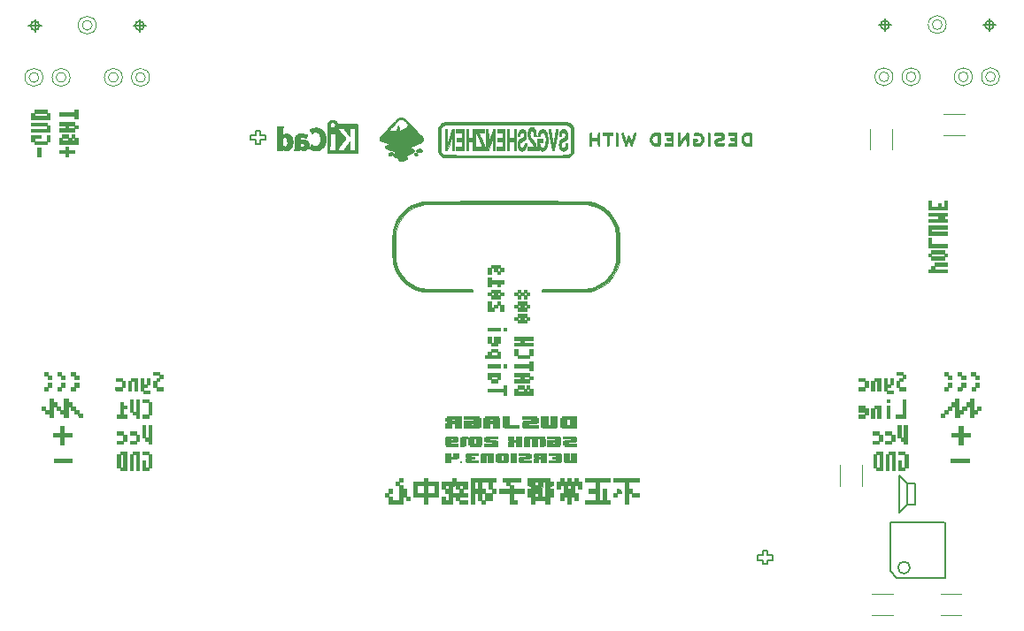
<source format=gbr>
G04 #@! TF.GenerationSoftware,KiCad,Pcbnew,5.1.2-f72e74a~84~ubuntu16.04.1*
G04 #@! TF.CreationDate,2019-05-11T14:37:20+08:00*
G04 #@! TF.ProjectId,MixtapeNEO-3000,4d697874-6170-4654-9e45-4f2d33303030,rev?*
G04 #@! TF.SameCoordinates,Original*
G04 #@! TF.FileFunction,Legend,Bot*
G04 #@! TF.FilePolarity,Positive*
%FSLAX46Y46*%
G04 Gerber Fmt 4.6, Leading zero omitted, Abs format (unit mm)*
G04 Created by KiCad (PCBNEW 5.1.2-f72e74a~84~ubuntu16.04.1) date 2019-05-11 14:37:20*
%MOMM*%
%LPD*%
G04 APERTURE LIST*
%ADD10C,0.010000*%
%ADD11C,0.150000*%
%ADD12C,0.152400*%
%ADD13C,0.120000*%
%ADD14C,0.100000*%
%ADD15C,0.127000*%
G04 APERTURE END LIST*
D10*
G36*
X153659510Y-82728598D02*
G01*
X153688599Y-82731468D01*
X153703764Y-82738223D01*
X153710738Y-82750476D01*
X153712356Y-82756575D01*
X153715721Y-82774089D01*
X153723011Y-82814295D01*
X153733814Y-82874859D01*
X153747720Y-82953447D01*
X153764318Y-83047723D01*
X153783195Y-83155352D01*
X153803941Y-83274001D01*
X153826144Y-83401334D01*
X153843460Y-83500868D01*
X153866318Y-83631504D01*
X153888025Y-83753862D01*
X153908181Y-83865795D01*
X153926383Y-83965156D01*
X153942232Y-84049801D01*
X153955326Y-84117583D01*
X153965265Y-84166356D01*
X153971647Y-84193974D01*
X153973934Y-84199368D01*
X153977301Y-84184035D01*
X153984844Y-84145991D01*
X153996134Y-84087500D01*
X154010741Y-84010829D01*
X154028239Y-83918245D01*
X154048197Y-83812015D01*
X154070187Y-83694405D01*
X154093781Y-83567681D01*
X154114081Y-83458250D01*
X154248150Y-82734350D01*
X154340225Y-82730618D01*
X154387739Y-82729206D01*
X154415297Y-82730687D01*
X154428293Y-82736425D01*
X154432124Y-82747787D01*
X154432300Y-82753918D01*
X154429958Y-82770445D01*
X154423178Y-82809940D01*
X154412328Y-82870430D01*
X154397774Y-82949942D01*
X154379885Y-83046503D01*
X154359027Y-83158140D01*
X154335568Y-83282880D01*
X154309876Y-83418750D01*
X154282318Y-83563776D01*
X154253262Y-83715987D01*
X154248150Y-83742697D01*
X154218931Y-83895403D01*
X154191142Y-84040857D01*
X154165147Y-84177133D01*
X154141310Y-84302308D01*
X154119998Y-84414457D01*
X154101576Y-84511654D01*
X154086409Y-84591976D01*
X154074862Y-84653497D01*
X154067299Y-84694293D01*
X154064088Y-84712440D01*
X154064000Y-84713172D01*
X154052375Y-84717479D01*
X154021789Y-84720597D01*
X153978675Y-84721893D01*
X153975341Y-84721900D01*
X153928506Y-84721207D01*
X153901115Y-84717941D01*
X153887222Y-84710317D01*
X153880885Y-84696553D01*
X153880096Y-84693325D01*
X153876781Y-84676458D01*
X153869255Y-84636624D01*
X153857893Y-84575834D01*
X153843065Y-84496105D01*
X153825147Y-84399451D01*
X153804510Y-84287885D01*
X153781528Y-84163422D01*
X153756573Y-84028077D01*
X153730019Y-83883863D01*
X153702239Y-83732796D01*
X153701964Y-83731300D01*
X153674144Y-83579981D01*
X153647532Y-83435350D01*
X153622503Y-83299439D01*
X153599433Y-83174281D01*
X153578696Y-83061908D01*
X153560669Y-82964351D01*
X153545725Y-82883643D01*
X153534241Y-82821817D01*
X153526592Y-82780904D01*
X153523153Y-82762937D01*
X153523150Y-82762925D01*
X153515881Y-82728000D01*
X153610764Y-82728000D01*
X153659510Y-82728598D01*
X153659510Y-82728598D01*
G37*
X153659510Y-82728598D02*
X153688599Y-82731468D01*
X153703764Y-82738223D01*
X153710738Y-82750476D01*
X153712356Y-82756575D01*
X153715721Y-82774089D01*
X153723011Y-82814295D01*
X153733814Y-82874859D01*
X153747720Y-82953447D01*
X153764318Y-83047723D01*
X153783195Y-83155352D01*
X153803941Y-83274001D01*
X153826144Y-83401334D01*
X153843460Y-83500868D01*
X153866318Y-83631504D01*
X153888025Y-83753862D01*
X153908181Y-83865795D01*
X153926383Y-83965156D01*
X153942232Y-84049801D01*
X153955326Y-84117583D01*
X153965265Y-84166356D01*
X153971647Y-84193974D01*
X153973934Y-84199368D01*
X153977301Y-84184035D01*
X153984844Y-84145991D01*
X153996134Y-84087500D01*
X154010741Y-84010829D01*
X154028239Y-83918245D01*
X154048197Y-83812015D01*
X154070187Y-83694405D01*
X154093781Y-83567681D01*
X154114081Y-83458250D01*
X154248150Y-82734350D01*
X154340225Y-82730618D01*
X154387739Y-82729206D01*
X154415297Y-82730687D01*
X154428293Y-82736425D01*
X154432124Y-82747787D01*
X154432300Y-82753918D01*
X154429958Y-82770445D01*
X154423178Y-82809940D01*
X154412328Y-82870430D01*
X154397774Y-82949942D01*
X154379885Y-83046503D01*
X154359027Y-83158140D01*
X154335568Y-83282880D01*
X154309876Y-83418750D01*
X154282318Y-83563776D01*
X154253262Y-83715987D01*
X154248150Y-83742697D01*
X154218931Y-83895403D01*
X154191142Y-84040857D01*
X154165147Y-84177133D01*
X154141310Y-84302308D01*
X154119998Y-84414457D01*
X154101576Y-84511654D01*
X154086409Y-84591976D01*
X154074862Y-84653497D01*
X154067299Y-84694293D01*
X154064088Y-84712440D01*
X154064000Y-84713172D01*
X154052375Y-84717479D01*
X154021789Y-84720597D01*
X153978675Y-84721893D01*
X153975341Y-84721900D01*
X153928506Y-84721207D01*
X153901115Y-84717941D01*
X153887222Y-84710317D01*
X153880885Y-84696553D01*
X153880096Y-84693325D01*
X153876781Y-84676458D01*
X153869255Y-84636624D01*
X153857893Y-84575834D01*
X153843065Y-84496105D01*
X153825147Y-84399451D01*
X153804510Y-84287885D01*
X153781528Y-84163422D01*
X153756573Y-84028077D01*
X153730019Y-83883863D01*
X153702239Y-83732796D01*
X153701964Y-83731300D01*
X153674144Y-83579981D01*
X153647532Y-83435350D01*
X153622503Y-83299439D01*
X153599433Y-83174281D01*
X153578696Y-83061908D01*
X153560669Y-82964351D01*
X153545725Y-82883643D01*
X153534241Y-82821817D01*
X153526592Y-82780904D01*
X153523153Y-82762937D01*
X153523150Y-82762925D01*
X153515881Y-82728000D01*
X153610764Y-82728000D01*
X153659510Y-82728598D01*
G36*
X151979006Y-82519277D02*
G01*
X152015757Y-82523098D01*
X152043786Y-82531920D01*
X152071423Y-82547754D01*
X152084880Y-82556952D01*
X152151025Y-82616464D01*
X152205827Y-82695034D01*
X152249622Y-82793572D01*
X152282745Y-82912994D01*
X152305531Y-83054211D01*
X152316820Y-83188375D01*
X152325135Y-83337600D01*
X152135621Y-83337600D01*
X152128354Y-83251875D01*
X152116972Y-83141831D01*
X152102813Y-83053926D01*
X152084783Y-82984951D01*
X152061787Y-82931700D01*
X152032733Y-82890966D01*
X151996525Y-82859542D01*
X151993900Y-82857746D01*
X151944227Y-82836328D01*
X151896155Y-82837751D01*
X151851277Y-82859456D01*
X151811182Y-82898884D01*
X151777462Y-82953476D01*
X151751710Y-83020673D01*
X151735516Y-83097917D01*
X151730472Y-83182648D01*
X151737747Y-83269634D01*
X151752069Y-83340355D01*
X151773231Y-83403122D01*
X151804201Y-83463290D01*
X151847945Y-83526216D01*
X151907430Y-83597255D01*
X151937797Y-83630773D01*
X152022661Y-83725028D01*
X152090841Y-83805697D01*
X152144803Y-83875884D01*
X152187012Y-83938690D01*
X152200500Y-83961295D01*
X152247608Y-84062254D01*
X152286079Y-84185792D01*
X152315588Y-84330486D01*
X152335813Y-84494916D01*
X152342418Y-84585375D01*
X152350301Y-84721900D01*
X151535983Y-84721900D01*
X151539516Y-84547275D01*
X151543050Y-84372650D01*
X152130796Y-84365838D01*
X152118844Y-84312646D01*
X152099560Y-84251232D01*
X152067897Y-84187694D01*
X152021760Y-84118910D01*
X151959053Y-84041754D01*
X151877681Y-83953104D01*
X151877445Y-83952858D01*
X151799435Y-83869166D01*
X151737906Y-83797432D01*
X151689813Y-83733371D01*
X151652112Y-83672697D01*
X151621759Y-83611123D01*
X151604569Y-83568695D01*
X151568619Y-83450519D01*
X151546448Y-83326416D01*
X151537500Y-83199851D01*
X151541219Y-83074290D01*
X151557047Y-82953196D01*
X151584430Y-82840036D01*
X151622809Y-82738274D01*
X151671630Y-82651376D01*
X151730335Y-82582807D01*
X151767565Y-82553543D01*
X151797452Y-82535670D01*
X151825746Y-82525110D01*
X151860806Y-82520003D01*
X151910994Y-82518486D01*
X151925203Y-82518450D01*
X151979006Y-82519277D01*
X151979006Y-82519277D01*
G37*
X151979006Y-82519277D02*
X152015757Y-82523098D01*
X152043786Y-82531920D01*
X152071423Y-82547754D01*
X152084880Y-82556952D01*
X152151025Y-82616464D01*
X152205827Y-82695034D01*
X152249622Y-82793572D01*
X152282745Y-82912994D01*
X152305531Y-83054211D01*
X152316820Y-83188375D01*
X152325135Y-83337600D01*
X152135621Y-83337600D01*
X152128354Y-83251875D01*
X152116972Y-83141831D01*
X152102813Y-83053926D01*
X152084783Y-82984951D01*
X152061787Y-82931700D01*
X152032733Y-82890966D01*
X151996525Y-82859542D01*
X151993900Y-82857746D01*
X151944227Y-82836328D01*
X151896155Y-82837751D01*
X151851277Y-82859456D01*
X151811182Y-82898884D01*
X151777462Y-82953476D01*
X151751710Y-83020673D01*
X151735516Y-83097917D01*
X151730472Y-83182648D01*
X151737747Y-83269634D01*
X151752069Y-83340355D01*
X151773231Y-83403122D01*
X151804201Y-83463290D01*
X151847945Y-83526216D01*
X151907430Y-83597255D01*
X151937797Y-83630773D01*
X152022661Y-83725028D01*
X152090841Y-83805697D01*
X152144803Y-83875884D01*
X152187012Y-83938690D01*
X152200500Y-83961295D01*
X152247608Y-84062254D01*
X152286079Y-84185792D01*
X152315588Y-84330486D01*
X152335813Y-84494916D01*
X152342418Y-84585375D01*
X152350301Y-84721900D01*
X151535983Y-84721900D01*
X151539516Y-84547275D01*
X151543050Y-84372650D01*
X152130796Y-84365838D01*
X152118844Y-84312646D01*
X152099560Y-84251232D01*
X152067897Y-84187694D01*
X152021760Y-84118910D01*
X151959053Y-84041754D01*
X151877681Y-83953104D01*
X151877445Y-83952858D01*
X151799435Y-83869166D01*
X151737906Y-83797432D01*
X151689813Y-83733371D01*
X151652112Y-83672697D01*
X151621759Y-83611123D01*
X151604569Y-83568695D01*
X151568619Y-83450519D01*
X151546448Y-83326416D01*
X151537500Y-83199851D01*
X151541219Y-83074290D01*
X151557047Y-82953196D01*
X151584430Y-82840036D01*
X151622809Y-82738274D01*
X151671630Y-82651376D01*
X151730335Y-82582807D01*
X151767565Y-82553543D01*
X151797452Y-82535670D01*
X151825746Y-82525110D01*
X151860806Y-82520003D01*
X151910994Y-82518486D01*
X151925203Y-82518450D01*
X151979006Y-82519277D01*
G36*
X149666625Y-82730594D02*
G01*
X149752350Y-82734350D01*
X149755701Y-83144210D01*
X149759052Y-83554071D01*
X149990651Y-83550610D01*
X150222250Y-83547150D01*
X150225601Y-83136998D01*
X150228953Y-82726847D01*
X150314501Y-82730598D01*
X150400050Y-82734350D01*
X150406554Y-84721900D01*
X150215900Y-84721900D01*
X150215900Y-83858300D01*
X149758700Y-83858300D01*
X149758700Y-84721900D01*
X149580900Y-84721900D01*
X149580900Y-82726839D01*
X149666625Y-82730594D01*
X149666625Y-82730594D01*
G37*
X149666625Y-82730594D02*
X149752350Y-82734350D01*
X149755701Y-83144210D01*
X149759052Y-83554071D01*
X149990651Y-83550610D01*
X150222250Y-83547150D01*
X150225601Y-83136998D01*
X150228953Y-82726847D01*
X150314501Y-82730598D01*
X150400050Y-82734350D01*
X150406554Y-84721900D01*
X150215900Y-84721900D01*
X150215900Y-83858300D01*
X149758700Y-83858300D01*
X149758700Y-84721900D01*
X149580900Y-84721900D01*
X149580900Y-82726839D01*
X149666625Y-82730594D01*
G36*
X149352300Y-84721900D02*
G01*
X148577600Y-84721900D01*
X148577600Y-84417100D01*
X149174500Y-84417100D01*
X149174500Y-83858300D01*
X148628400Y-83858300D01*
X148628400Y-83553500D01*
X149174500Y-83553500D01*
X149174500Y-83045500D01*
X148602218Y-83045500D01*
X148609350Y-82734350D01*
X149352300Y-82727616D01*
X149352300Y-84721900D01*
X149352300Y-84721900D01*
G37*
X149352300Y-84721900D02*
X148577600Y-84721900D01*
X148577600Y-84417100D01*
X149174500Y-84417100D01*
X149174500Y-83858300D01*
X148628400Y-83858300D01*
X148628400Y-83553500D01*
X149174500Y-83553500D01*
X149174500Y-83045500D01*
X148602218Y-83045500D01*
X148609350Y-82734350D01*
X149352300Y-82727616D01*
X149352300Y-84721900D01*
G36*
X148412500Y-84721900D02*
G01*
X148247615Y-84721900D01*
X148244332Y-84020225D01*
X148241050Y-83318550D01*
X148130131Y-83642400D01*
X148095228Y-83744385D01*
X148054644Y-83863095D01*
X148010879Y-83991209D01*
X147966435Y-84121404D01*
X147923811Y-84246360D01*
X147890508Y-84344075D01*
X147761803Y-84721900D01*
X147574145Y-84721900D01*
X147577397Y-83728125D01*
X147580650Y-82734350D01*
X147745750Y-82734350D01*
X147752100Y-83437969D01*
X147758450Y-84141589D01*
X147992399Y-83450669D01*
X148035537Y-83323607D01*
X148076514Y-83203559D01*
X148114567Y-83092718D01*
X148148932Y-82993276D01*
X148178846Y-82907427D01*
X148203547Y-82837362D01*
X148222270Y-82785275D01*
X148234252Y-82753358D01*
X148238429Y-82743875D01*
X148258810Y-82734354D01*
X148299523Y-82728936D01*
X148331505Y-82728000D01*
X148412500Y-82728000D01*
X148412500Y-84721900D01*
X148412500Y-84721900D01*
G37*
X148412500Y-84721900D02*
X148247615Y-84721900D01*
X148244332Y-84020225D01*
X148241050Y-83318550D01*
X148130131Y-83642400D01*
X148095228Y-83744385D01*
X148054644Y-83863095D01*
X148010879Y-83991209D01*
X147966435Y-84121404D01*
X147923811Y-84246360D01*
X147890508Y-84344075D01*
X147761803Y-84721900D01*
X147574145Y-84721900D01*
X147577397Y-83728125D01*
X147580650Y-82734350D01*
X147745750Y-82734350D01*
X147752100Y-83437969D01*
X147758450Y-84141589D01*
X147992399Y-83450669D01*
X148035537Y-83323607D01*
X148076514Y-83203559D01*
X148114567Y-83092718D01*
X148148932Y-82993276D01*
X148178846Y-82907427D01*
X148203547Y-82837362D01*
X148222270Y-82785275D01*
X148234252Y-82753358D01*
X148238429Y-82743875D01*
X148258810Y-82734354D01*
X148299523Y-82728936D01*
X148331505Y-82728000D01*
X148412500Y-82728000D01*
X148412500Y-84721900D01*
G36*
X147018675Y-82730988D02*
G01*
X147402850Y-82734350D01*
X147406415Y-82889925D01*
X147409981Y-83045500D01*
X147141409Y-83045500D01*
X147052253Y-83045628D01*
X146985423Y-83046188D01*
X146937844Y-83047440D01*
X146906444Y-83049645D01*
X146888149Y-83053063D01*
X146879884Y-83057954D01*
X146878577Y-83064580D01*
X146879299Y-83067725D01*
X146885224Y-83083262D01*
X146899990Y-83120108D01*
X146922714Y-83176108D01*
X146952513Y-83249105D01*
X146988504Y-83336944D01*
X147029803Y-83437469D01*
X147075528Y-83548524D01*
X147124795Y-83667953D01*
X147166530Y-83768956D01*
X147447300Y-84447963D01*
X147447300Y-84721900D01*
X146634500Y-84721900D01*
X146634500Y-84417100D01*
X146921608Y-84417100D01*
X147017712Y-84416809D01*
X147090855Y-84415845D01*
X147143473Y-84414069D01*
X147178001Y-84411345D01*
X147196872Y-84407535D01*
X147202521Y-84402500D01*
X147202235Y-84401225D01*
X147196321Y-84386870D01*
X147181592Y-84351170D01*
X147158926Y-84296253D01*
X147129204Y-84224251D01*
X147093305Y-84137294D01*
X147052109Y-84037512D01*
X147006494Y-83927037D01*
X146957342Y-83807997D01*
X146915182Y-83705900D01*
X146634611Y-83026450D01*
X146634555Y-82877038D01*
X146634500Y-82727627D01*
X147018675Y-82730988D01*
X147018675Y-82730988D01*
G37*
X147018675Y-82730988D02*
X147402850Y-82734350D01*
X147406415Y-82889925D01*
X147409981Y-83045500D01*
X147141409Y-83045500D01*
X147052253Y-83045628D01*
X146985423Y-83046188D01*
X146937844Y-83047440D01*
X146906444Y-83049645D01*
X146888149Y-83053063D01*
X146879884Y-83057954D01*
X146878577Y-83064580D01*
X146879299Y-83067725D01*
X146885224Y-83083262D01*
X146899990Y-83120108D01*
X146922714Y-83176108D01*
X146952513Y-83249105D01*
X146988504Y-83336944D01*
X147029803Y-83437469D01*
X147075528Y-83548524D01*
X147124795Y-83667953D01*
X147166530Y-83768956D01*
X147447300Y-84447963D01*
X147447300Y-84721900D01*
X146634500Y-84721900D01*
X146634500Y-84417100D01*
X146921608Y-84417100D01*
X147017712Y-84416809D01*
X147090855Y-84415845D01*
X147143473Y-84414069D01*
X147178001Y-84411345D01*
X147196872Y-84407535D01*
X147202521Y-84402500D01*
X147202235Y-84401225D01*
X147196321Y-84386870D01*
X147181592Y-84351170D01*
X147158926Y-84296253D01*
X147129204Y-84224251D01*
X147093305Y-84137294D01*
X147052109Y-84037512D01*
X147006494Y-83927037D01*
X146957342Y-83807997D01*
X146915182Y-83705900D01*
X146634611Y-83026450D01*
X146634555Y-82877038D01*
X146634500Y-82727627D01*
X147018675Y-82730988D01*
G36*
X145844100Y-83143925D02*
G01*
X145847451Y-83553500D01*
X146303948Y-83553500D01*
X146310650Y-82734350D01*
X146488450Y-82734350D01*
X146494954Y-84721900D01*
X146304300Y-84721900D01*
X146304300Y-83858300D01*
X145847100Y-83858300D01*
X145847100Y-84721900D01*
X145656445Y-84721900D01*
X145659697Y-83728125D01*
X145662950Y-82734350D01*
X145840750Y-82734350D01*
X145844100Y-83143925D01*
X145844100Y-83143925D01*
G37*
X145844100Y-83143925D02*
X145847451Y-83553500D01*
X146303948Y-83553500D01*
X146310650Y-82734350D01*
X146488450Y-82734350D01*
X146494954Y-84721900D01*
X146304300Y-84721900D01*
X146304300Y-83858300D01*
X145847100Y-83858300D01*
X145847100Y-84721900D01*
X145656445Y-84721900D01*
X145659697Y-83728125D01*
X145662950Y-82734350D01*
X145840750Y-82734350D01*
X145844100Y-83143925D01*
G36*
X145440700Y-84721900D02*
G01*
X144666000Y-84721900D01*
X144666000Y-84417100D01*
X145262900Y-84417100D01*
X145262900Y-83858300D01*
X144716800Y-83858300D01*
X144716800Y-83553500D01*
X145262900Y-83553500D01*
X145262900Y-83045500D01*
X144690618Y-83045500D01*
X144697750Y-82734350D01*
X145440700Y-82727616D01*
X145440700Y-84721900D01*
X145440700Y-84721900D01*
G37*
X145440700Y-84721900D02*
X144666000Y-84721900D01*
X144666000Y-84417100D01*
X145262900Y-84417100D01*
X145262900Y-83858300D01*
X144716800Y-83858300D01*
X144716800Y-83553500D01*
X145262900Y-83553500D01*
X145262900Y-83045500D01*
X144690618Y-83045500D01*
X144697750Y-82734350D01*
X145440700Y-82727616D01*
X145440700Y-84721900D01*
G36*
X144500900Y-84721900D02*
G01*
X144336015Y-84721900D01*
X144332732Y-84020225D01*
X144329450Y-83318550D01*
X144277496Y-83464600D01*
X144262438Y-83507546D01*
X144240391Y-83571287D01*
X144212475Y-83652542D01*
X144179810Y-83748035D01*
X144143516Y-83854487D01*
X144104713Y-83968621D01*
X144064521Y-84087159D01*
X144037756Y-84166275D01*
X143849971Y-84721900D01*
X143662545Y-84721900D01*
X143665797Y-83728125D01*
X143669050Y-82734350D01*
X143834150Y-82734350D01*
X143841926Y-84144050D01*
X143940387Y-83858300D01*
X143969738Y-83772951D01*
X144005266Y-83669367D01*
X144044982Y-83553367D01*
X144086895Y-83430766D01*
X144129017Y-83307381D01*
X144169358Y-83189030D01*
X144182552Y-83150275D01*
X144326254Y-82728000D01*
X144500900Y-82728000D01*
X144500900Y-84721900D01*
X144500900Y-84721900D01*
G37*
X144500900Y-84721900D02*
X144336015Y-84721900D01*
X144332732Y-84020225D01*
X144329450Y-83318550D01*
X144277496Y-83464600D01*
X144262438Y-83507546D01*
X144240391Y-83571287D01*
X144212475Y-83652542D01*
X144179810Y-83748035D01*
X144143516Y-83854487D01*
X144104713Y-83968621D01*
X144064521Y-84087159D01*
X144037756Y-84166275D01*
X143849971Y-84721900D01*
X143662545Y-84721900D01*
X143665797Y-83728125D01*
X143669050Y-82734350D01*
X143834150Y-82734350D01*
X143841926Y-84144050D01*
X143940387Y-83858300D01*
X143969738Y-83772951D01*
X144005266Y-83669367D01*
X144044982Y-83553367D01*
X144086895Y-83430766D01*
X144129017Y-83307381D01*
X144169358Y-83189030D01*
X144182552Y-83150275D01*
X144326254Y-82728000D01*
X144500900Y-82728000D01*
X144500900Y-84721900D01*
G36*
X155007666Y-82709363D02*
G01*
X155087753Y-82736149D01*
X155159331Y-82785296D01*
X155220335Y-82855476D01*
X155259217Y-82923895D01*
X155296012Y-83024397D01*
X155320463Y-83138151D01*
X155332348Y-83258510D01*
X155331444Y-83378826D01*
X155317530Y-83492452D01*
X155290383Y-83592739D01*
X155282263Y-83613174D01*
X155257493Y-83661793D01*
X155225626Y-83704425D01*
X155183020Y-83744133D01*
X155126034Y-83783982D01*
X155051025Y-83827033D01*
X154991100Y-83858074D01*
X154900851Y-83905098D01*
X154831559Y-83945884D01*
X154780558Y-83983527D01*
X154745180Y-84021119D01*
X154722757Y-84061752D01*
X154710624Y-84108521D01*
X154706113Y-84164517D01*
X154705842Y-84188885D01*
X154707986Y-84247648D01*
X154715856Y-84293019D01*
X154731930Y-84336800D01*
X154740889Y-84355852D01*
X154777864Y-84413538D01*
X154824134Y-84450129D01*
X154884178Y-84468310D01*
X154933962Y-84471528D01*
X155009603Y-84460552D01*
X155072434Y-84427748D01*
X155122316Y-84373299D01*
X155159111Y-84297390D01*
X155182683Y-84200206D01*
X155190639Y-84128726D01*
X155198072Y-84023400D01*
X155359400Y-84023400D01*
X155359400Y-84136582D01*
X155351006Y-84273837D01*
X155326631Y-84402907D01*
X155287487Y-84519628D01*
X155234784Y-84619837D01*
X155208023Y-84657107D01*
X155148057Y-84713424D01*
X155072964Y-84753987D01*
X154988788Y-84777077D01*
X154901575Y-84780976D01*
X154824225Y-84766256D01*
X154758428Y-84734018D01*
X154695016Y-84683088D01*
X154640691Y-84619800D01*
X154606372Y-84560365D01*
X154560780Y-84432829D01*
X154532957Y-84296514D01*
X154523183Y-84157321D01*
X154531739Y-84021151D01*
X154558904Y-83893901D01*
X154572753Y-83852852D01*
X154599854Y-83793486D01*
X154635484Y-83741527D01*
X154683092Y-83693854D01*
X154746129Y-83647345D01*
X154828042Y-83598881D01*
X154888524Y-83567139D01*
X154974082Y-83522044D01*
X155038859Y-83483357D01*
X155085803Y-83448430D01*
X155117864Y-83414613D01*
X155137991Y-83379255D01*
X155149131Y-83339708D01*
X155150433Y-83331785D01*
X155153939Y-83252921D01*
X155142217Y-83176969D01*
X155117181Y-83109685D01*
X155080745Y-83056825D01*
X155050912Y-83032349D01*
X154997683Y-83012444D01*
X154935716Y-83007787D01*
X154876161Y-83018386D01*
X154846065Y-83032172D01*
X154802257Y-83070805D01*
X154769137Y-83127088D01*
X154745592Y-83203422D01*
X154733686Y-83274160D01*
X154719267Y-83388400D01*
X154555494Y-83388400D01*
X154563356Y-83251875D01*
X154578929Y-83112741D01*
X154608288Y-82992996D01*
X154651073Y-82893190D01*
X154706923Y-82813873D01*
X154775477Y-82755596D01*
X154856373Y-82718909D01*
X154921133Y-82706267D01*
X155007666Y-82709363D01*
X155007666Y-82709363D01*
G37*
X155007666Y-82709363D02*
X155087753Y-82736149D01*
X155159331Y-82785296D01*
X155220335Y-82855476D01*
X155259217Y-82923895D01*
X155296012Y-83024397D01*
X155320463Y-83138151D01*
X155332348Y-83258510D01*
X155331444Y-83378826D01*
X155317530Y-83492452D01*
X155290383Y-83592739D01*
X155282263Y-83613174D01*
X155257493Y-83661793D01*
X155225626Y-83704425D01*
X155183020Y-83744133D01*
X155126034Y-83783982D01*
X155051025Y-83827033D01*
X154991100Y-83858074D01*
X154900851Y-83905098D01*
X154831559Y-83945884D01*
X154780558Y-83983527D01*
X154745180Y-84021119D01*
X154722757Y-84061752D01*
X154710624Y-84108521D01*
X154706113Y-84164517D01*
X154705842Y-84188885D01*
X154707986Y-84247648D01*
X154715856Y-84293019D01*
X154731930Y-84336800D01*
X154740889Y-84355852D01*
X154777864Y-84413538D01*
X154824134Y-84450129D01*
X154884178Y-84468310D01*
X154933962Y-84471528D01*
X155009603Y-84460552D01*
X155072434Y-84427748D01*
X155122316Y-84373299D01*
X155159111Y-84297390D01*
X155182683Y-84200206D01*
X155190639Y-84128726D01*
X155198072Y-84023400D01*
X155359400Y-84023400D01*
X155359400Y-84136582D01*
X155351006Y-84273837D01*
X155326631Y-84402907D01*
X155287487Y-84519628D01*
X155234784Y-84619837D01*
X155208023Y-84657107D01*
X155148057Y-84713424D01*
X155072964Y-84753987D01*
X154988788Y-84777077D01*
X154901575Y-84780976D01*
X154824225Y-84766256D01*
X154758428Y-84734018D01*
X154695016Y-84683088D01*
X154640691Y-84619800D01*
X154606372Y-84560365D01*
X154560780Y-84432829D01*
X154532957Y-84296514D01*
X154523183Y-84157321D01*
X154531739Y-84021151D01*
X154558904Y-83893901D01*
X154572753Y-83852852D01*
X154599854Y-83793486D01*
X154635484Y-83741527D01*
X154683092Y-83693854D01*
X154746129Y-83647345D01*
X154828042Y-83598881D01*
X154888524Y-83567139D01*
X154974082Y-83522044D01*
X155038859Y-83483357D01*
X155085803Y-83448430D01*
X155117864Y-83414613D01*
X155137991Y-83379255D01*
X155149131Y-83339708D01*
X155150433Y-83331785D01*
X155153939Y-83252921D01*
X155142217Y-83176969D01*
X155117181Y-83109685D01*
X155080745Y-83056825D01*
X155050912Y-83032349D01*
X154997683Y-83012444D01*
X154935716Y-83007787D01*
X154876161Y-83018386D01*
X154846065Y-83032172D01*
X154802257Y-83070805D01*
X154769137Y-83127088D01*
X154745592Y-83203422D01*
X154733686Y-83274160D01*
X154719267Y-83388400D01*
X154555494Y-83388400D01*
X154563356Y-83251875D01*
X154578929Y-83112741D01*
X154608288Y-82992996D01*
X154651073Y-82893190D01*
X154706923Y-82813873D01*
X154775477Y-82755596D01*
X154856373Y-82718909D01*
X154921133Y-82706267D01*
X155007666Y-82709363D01*
G36*
X153017092Y-82712558D02*
G01*
X153099075Y-82742985D01*
X153173637Y-82796298D01*
X153240359Y-82871913D01*
X153298826Y-82969245D01*
X153348619Y-83087710D01*
X153389322Y-83226724D01*
X153420517Y-83385702D01*
X153441788Y-83564060D01*
X153442950Y-83577932D01*
X153450121Y-83760565D01*
X153442732Y-83943802D01*
X153421434Y-84121168D01*
X153386880Y-84286189D01*
X153363459Y-84366300D01*
X153316917Y-84484784D01*
X153261100Y-84585304D01*
X153197443Y-84666656D01*
X153127383Y-84727638D01*
X153052356Y-84767049D01*
X152973799Y-84783688D01*
X152893147Y-84776352D01*
X152878247Y-84772311D01*
X152814475Y-84741652D01*
X152750339Y-84689111D01*
X152690365Y-84618755D01*
X152635250Y-84542884D01*
X152620172Y-84635567D01*
X152612793Y-84680708D01*
X152607180Y-84714642D01*
X152604401Y-84730912D01*
X152604297Y-84731425D01*
X152592379Y-84733239D01*
X152562794Y-84734388D01*
X152540000Y-84734600D01*
X152476500Y-84734600D01*
X152476500Y-83629700D01*
X152946400Y-83629700D01*
X152946400Y-83934500D01*
X152639022Y-83934500D01*
X152648227Y-84026575D01*
X152666649Y-84145095D01*
X152695983Y-84247693D01*
X152735114Y-84332885D01*
X152782928Y-84399190D01*
X152838310Y-84445126D01*
X152900148Y-84469211D01*
X152967327Y-84469962D01*
X152979716Y-84467546D01*
X153048561Y-84439225D01*
X153108541Y-84387833D01*
X153159332Y-84314219D01*
X153200616Y-84219232D01*
X153232069Y-84103721D01*
X153253372Y-83968534D01*
X153264203Y-83814520D01*
X153265534Y-83712250D01*
X153258324Y-83546641D01*
X153239010Y-83402504D01*
X153207656Y-83280078D01*
X153164327Y-83179599D01*
X153109088Y-83101304D01*
X153094646Y-83086402D01*
X153032663Y-83040009D01*
X152969417Y-83017468D01*
X152907093Y-83017467D01*
X152847873Y-83038694D01*
X152793943Y-83079835D01*
X152747485Y-83139579D01*
X152710684Y-83216612D01*
X152685725Y-83309622D01*
X152681679Y-83334595D01*
X152673113Y-83394750D01*
X152580170Y-83398501D01*
X152487228Y-83402252D01*
X152495648Y-83328651D01*
X152518489Y-83188935D01*
X152552861Y-83063520D01*
X152597732Y-82954261D01*
X152652071Y-82863014D01*
X152714846Y-82791635D01*
X152785026Y-82741979D01*
X152832527Y-82722699D01*
X152928103Y-82705601D01*
X153017092Y-82712558D01*
X153017092Y-82712558D01*
G37*
X153017092Y-82712558D02*
X153099075Y-82742985D01*
X153173637Y-82796298D01*
X153240359Y-82871913D01*
X153298826Y-82969245D01*
X153348619Y-83087710D01*
X153389322Y-83226724D01*
X153420517Y-83385702D01*
X153441788Y-83564060D01*
X153442950Y-83577932D01*
X153450121Y-83760565D01*
X153442732Y-83943802D01*
X153421434Y-84121168D01*
X153386880Y-84286189D01*
X153363459Y-84366300D01*
X153316917Y-84484784D01*
X153261100Y-84585304D01*
X153197443Y-84666656D01*
X153127383Y-84727638D01*
X153052356Y-84767049D01*
X152973799Y-84783688D01*
X152893147Y-84776352D01*
X152878247Y-84772311D01*
X152814475Y-84741652D01*
X152750339Y-84689111D01*
X152690365Y-84618755D01*
X152635250Y-84542884D01*
X152620172Y-84635567D01*
X152612793Y-84680708D01*
X152607180Y-84714642D01*
X152604401Y-84730912D01*
X152604297Y-84731425D01*
X152592379Y-84733239D01*
X152562794Y-84734388D01*
X152540000Y-84734600D01*
X152476500Y-84734600D01*
X152476500Y-83629700D01*
X152946400Y-83629700D01*
X152946400Y-83934500D01*
X152639022Y-83934500D01*
X152648227Y-84026575D01*
X152666649Y-84145095D01*
X152695983Y-84247693D01*
X152735114Y-84332885D01*
X152782928Y-84399190D01*
X152838310Y-84445126D01*
X152900148Y-84469211D01*
X152967327Y-84469962D01*
X152979716Y-84467546D01*
X153048561Y-84439225D01*
X153108541Y-84387833D01*
X153159332Y-84314219D01*
X153200616Y-84219232D01*
X153232069Y-84103721D01*
X153253372Y-83968534D01*
X153264203Y-83814520D01*
X153265534Y-83712250D01*
X153258324Y-83546641D01*
X153239010Y-83402504D01*
X153207656Y-83280078D01*
X153164327Y-83179599D01*
X153109088Y-83101304D01*
X153094646Y-83086402D01*
X153032663Y-83040009D01*
X152969417Y-83017468D01*
X152907093Y-83017467D01*
X152847873Y-83038694D01*
X152793943Y-83079835D01*
X152747485Y-83139579D01*
X152710684Y-83216612D01*
X152685725Y-83309622D01*
X152681679Y-83334595D01*
X152673113Y-83394750D01*
X152580170Y-83398501D01*
X152487228Y-83402252D01*
X152495648Y-83328651D01*
X152518489Y-83188935D01*
X152552861Y-83063520D01*
X152597732Y-82954261D01*
X152652071Y-82863014D01*
X152714846Y-82791635D01*
X152785026Y-82741979D01*
X152832527Y-82722699D01*
X152928103Y-82705601D01*
X153017092Y-82712558D01*
G36*
X151079386Y-82717157D02*
G01*
X151156970Y-82750041D01*
X151225446Y-82803772D01*
X151227844Y-82806262D01*
X151281708Y-82879036D01*
X151324012Y-82969182D01*
X151354574Y-83072010D01*
X151373211Y-83182827D01*
X151379742Y-83296941D01*
X151373985Y-83409661D01*
X151355757Y-83516296D01*
X151324876Y-83612153D01*
X151281161Y-83692542D01*
X151263132Y-83715762D01*
X151235947Y-83742501D01*
X151197733Y-83770779D01*
X151144771Y-83802978D01*
X151073344Y-83841485D01*
X151042133Y-83857482D01*
X150959151Y-83900417D01*
X150896034Y-83935505D01*
X150849468Y-83965289D01*
X150816139Y-83992311D01*
X150792735Y-84019113D01*
X150775942Y-84048239D01*
X150767553Y-84068169D01*
X150753226Y-84129172D01*
X150751062Y-84198681D01*
X150759732Y-84270224D01*
X150777910Y-84337332D01*
X150804268Y-84393533D01*
X150837479Y-84432357D01*
X150843075Y-84436351D01*
X150903162Y-84462546D01*
X150972314Y-84472220D01*
X151041754Y-84465455D01*
X151102705Y-84442335D01*
X151115925Y-84433766D01*
X151139480Y-84409490D01*
X151166504Y-84371142D01*
X151186441Y-84335958D01*
X151206499Y-84290918D01*
X151219339Y-84246343D01*
X151227222Y-84192586D01*
X151230891Y-84146026D01*
X151238250Y-84029750D01*
X151413536Y-84022152D01*
X151405695Y-84165651D01*
X151400557Y-84233689D01*
X151393006Y-84301866D01*
X151384215Y-84360570D01*
X151378342Y-84389308D01*
X151343839Y-84495764D01*
X151296104Y-84590467D01*
X151237686Y-84669606D01*
X151171137Y-84729365D01*
X151137023Y-84750063D01*
X151085737Y-84767951D01*
X151021032Y-84778766D01*
X150954174Y-84781404D01*
X150896435Y-84774759D01*
X150893216Y-84773967D01*
X150833048Y-84750448D01*
X150772045Y-84713424D01*
X150721066Y-84669939D01*
X150706065Y-84652515D01*
X150653704Y-84565678D01*
X150613317Y-84459891D01*
X150585983Y-84339143D01*
X150572776Y-84207425D01*
X150571687Y-84154110D01*
X150578989Y-84025602D01*
X150601155Y-83913682D01*
X150639207Y-83813643D01*
X150650134Y-83792154D01*
X150674160Y-83750540D01*
X150699492Y-83716401D01*
X150730313Y-83686392D01*
X150770806Y-83657169D01*
X150825153Y-83625386D01*
X150897537Y-83587700D01*
X150919697Y-83576586D01*
X151007564Y-83531596D01*
X151074762Y-83493531D01*
X151123998Y-83459379D01*
X151157977Y-83426126D01*
X151179408Y-83390761D01*
X151190995Y-83350269D01*
X151195445Y-83301637D01*
X151195825Y-83269163D01*
X151187333Y-83177953D01*
X151163180Y-83105532D01*
X151123858Y-83052547D01*
X151069859Y-83019642D01*
X151001676Y-83007460D01*
X150996002Y-83007400D01*
X150925817Y-83018201D01*
X150869016Y-83050541D01*
X150825673Y-83104327D01*
X150795861Y-83179462D01*
X150779655Y-83275853D01*
X150779002Y-83283787D01*
X150770935Y-83388400D01*
X150594619Y-83388400D01*
X150603250Y-83277275D01*
X150618940Y-83140789D01*
X150643569Y-83025911D01*
X150677991Y-82930174D01*
X150723058Y-82851106D01*
X150769429Y-82796102D01*
X150837716Y-82744590D01*
X150915186Y-82714330D01*
X150997267Y-82705219D01*
X151079386Y-82717157D01*
X151079386Y-82717157D01*
G37*
X151079386Y-82717157D02*
X151156970Y-82750041D01*
X151225446Y-82803772D01*
X151227844Y-82806262D01*
X151281708Y-82879036D01*
X151324012Y-82969182D01*
X151354574Y-83072010D01*
X151373211Y-83182827D01*
X151379742Y-83296941D01*
X151373985Y-83409661D01*
X151355757Y-83516296D01*
X151324876Y-83612153D01*
X151281161Y-83692542D01*
X151263132Y-83715762D01*
X151235947Y-83742501D01*
X151197733Y-83770779D01*
X151144771Y-83802978D01*
X151073344Y-83841485D01*
X151042133Y-83857482D01*
X150959151Y-83900417D01*
X150896034Y-83935505D01*
X150849468Y-83965289D01*
X150816139Y-83992311D01*
X150792735Y-84019113D01*
X150775942Y-84048239D01*
X150767553Y-84068169D01*
X150753226Y-84129172D01*
X150751062Y-84198681D01*
X150759732Y-84270224D01*
X150777910Y-84337332D01*
X150804268Y-84393533D01*
X150837479Y-84432357D01*
X150843075Y-84436351D01*
X150903162Y-84462546D01*
X150972314Y-84472220D01*
X151041754Y-84465455D01*
X151102705Y-84442335D01*
X151115925Y-84433766D01*
X151139480Y-84409490D01*
X151166504Y-84371142D01*
X151186441Y-84335958D01*
X151206499Y-84290918D01*
X151219339Y-84246343D01*
X151227222Y-84192586D01*
X151230891Y-84146026D01*
X151238250Y-84029750D01*
X151413536Y-84022152D01*
X151405695Y-84165651D01*
X151400557Y-84233689D01*
X151393006Y-84301866D01*
X151384215Y-84360570D01*
X151378342Y-84389308D01*
X151343839Y-84495764D01*
X151296104Y-84590467D01*
X151237686Y-84669606D01*
X151171137Y-84729365D01*
X151137023Y-84750063D01*
X151085737Y-84767951D01*
X151021032Y-84778766D01*
X150954174Y-84781404D01*
X150896435Y-84774759D01*
X150893216Y-84773967D01*
X150833048Y-84750448D01*
X150772045Y-84713424D01*
X150721066Y-84669939D01*
X150706065Y-84652515D01*
X150653704Y-84565678D01*
X150613317Y-84459891D01*
X150585983Y-84339143D01*
X150572776Y-84207425D01*
X150571687Y-84154110D01*
X150578989Y-84025602D01*
X150601155Y-83913682D01*
X150639207Y-83813643D01*
X150650134Y-83792154D01*
X150674160Y-83750540D01*
X150699492Y-83716401D01*
X150730313Y-83686392D01*
X150770806Y-83657169D01*
X150825153Y-83625386D01*
X150897537Y-83587700D01*
X150919697Y-83576586D01*
X151007564Y-83531596D01*
X151074762Y-83493531D01*
X151123998Y-83459379D01*
X151157977Y-83426126D01*
X151179408Y-83390761D01*
X151190995Y-83350269D01*
X151195445Y-83301637D01*
X151195825Y-83269163D01*
X151187333Y-83177953D01*
X151163180Y-83105532D01*
X151123858Y-83052547D01*
X151069859Y-83019642D01*
X151001676Y-83007460D01*
X150996002Y-83007400D01*
X150925817Y-83018201D01*
X150869016Y-83050541D01*
X150825673Y-83104327D01*
X150795861Y-83179462D01*
X150779655Y-83275853D01*
X150779002Y-83283787D01*
X150770935Y-83388400D01*
X150594619Y-83388400D01*
X150603250Y-83277275D01*
X150618940Y-83140789D01*
X150643569Y-83025911D01*
X150677991Y-82930174D01*
X150723058Y-82851106D01*
X150769429Y-82796102D01*
X150837716Y-82744590D01*
X150915186Y-82714330D01*
X150997267Y-82705219D01*
X151079386Y-82717157D01*
G36*
X108483700Y-81724700D02*
G01*
X108178900Y-81724700D01*
X108178900Y-81419900D01*
X106693000Y-81419900D01*
X106693000Y-81127800D01*
X108178093Y-81127800D01*
X108181671Y-80978575D01*
X108185250Y-80829350D01*
X108334475Y-80825771D01*
X108483700Y-80822193D01*
X108483700Y-81724700D01*
X108483700Y-81724700D01*
G37*
X108483700Y-81724700D02*
X108178900Y-81724700D01*
X108178900Y-81419900D01*
X106693000Y-81419900D01*
X106693000Y-81127800D01*
X108178093Y-81127800D01*
X108181671Y-80978575D01*
X108185250Y-80829350D01*
X108334475Y-80825771D01*
X108483700Y-80822193D01*
X108483700Y-81724700D01*
G36*
X105829400Y-81165900D02*
G01*
X105829400Y-81762800D01*
X104025531Y-81762800D01*
X104028940Y-81467525D01*
X104032350Y-81172250D01*
X104181575Y-81168671D01*
X104297143Y-81165900D01*
X104330800Y-81165900D01*
X104330800Y-81470700D01*
X105524600Y-81470700D01*
X105524600Y-81165900D01*
X104330800Y-81165900D01*
X104297143Y-81165900D01*
X104330800Y-81165093D01*
X104330800Y-80873800D01*
X105524600Y-80873800D01*
X105524600Y-81165900D01*
X105829400Y-81165900D01*
X105829400Y-81165900D01*
G37*
X105829400Y-81165900D02*
X105829400Y-81762800D01*
X104025531Y-81762800D01*
X104028940Y-81467525D01*
X104032350Y-81172250D01*
X104181575Y-81168671D01*
X104297143Y-81165900D01*
X104330800Y-81165900D01*
X104330800Y-81470700D01*
X105524600Y-81470700D01*
X105524600Y-81165900D01*
X104330800Y-81165900D01*
X104297143Y-81165900D01*
X104330800Y-81165093D01*
X104330800Y-80873800D01*
X105524600Y-80873800D01*
X105524600Y-81165900D01*
X105829400Y-81165900D01*
G36*
X108483700Y-82321600D02*
G01*
X108483700Y-82626400D01*
X108178900Y-82626400D01*
X108178900Y-82918500D01*
X106693000Y-82918500D01*
X106693000Y-82626400D01*
X107289900Y-82626400D01*
X107289900Y-82321600D01*
X107582000Y-82321600D01*
X107582000Y-82626400D01*
X108178900Y-82626400D01*
X108178900Y-82321600D01*
X107582000Y-82321600D01*
X107289900Y-82321600D01*
X106693000Y-82321600D01*
X106693000Y-82029500D01*
X108178900Y-82029500D01*
X108178900Y-82321600D01*
X108483700Y-82321600D01*
X108483700Y-82321600D01*
G37*
X108483700Y-82321600D02*
X108483700Y-82626400D01*
X108178900Y-82626400D01*
X108178900Y-82918500D01*
X106693000Y-82918500D01*
X106693000Y-82626400D01*
X107289900Y-82626400D01*
X107289900Y-82321600D01*
X107582000Y-82321600D01*
X107582000Y-82626400D01*
X108178900Y-82626400D01*
X108178900Y-82321600D01*
X107582000Y-82321600D01*
X107289900Y-82321600D01*
X106693000Y-82321600D01*
X106693000Y-82029500D01*
X108178900Y-82029500D01*
X108178900Y-82321600D01*
X108483700Y-82321600D01*
G36*
X105524600Y-82372400D02*
G01*
X105829400Y-82372400D01*
X105829400Y-82969300D01*
X104026000Y-82969300D01*
X104026000Y-82664500D01*
X105524600Y-82664500D01*
X105524600Y-82372603D01*
X104778475Y-82369326D01*
X104032350Y-82366050D01*
X104028771Y-82216825D01*
X104025193Y-82067600D01*
X105524600Y-82067600D01*
X105524600Y-82372400D01*
X105524600Y-82372400D01*
G37*
X105524600Y-82372400D02*
X105829400Y-82372400D01*
X105829400Y-82969300D01*
X104026000Y-82969300D01*
X104026000Y-82664500D01*
X105524600Y-82664500D01*
X105524600Y-82372603D01*
X104778475Y-82369326D01*
X104032350Y-82366050D01*
X104028771Y-82216825D01*
X104025193Y-82067600D01*
X105524600Y-82067600D01*
X105524600Y-82372400D01*
G36*
X108483700Y-83528100D02*
G01*
X108483700Y-84125000D01*
X106693000Y-84125000D01*
X106693000Y-83528100D01*
X106985100Y-83528100D01*
X106985100Y-83820200D01*
X107582000Y-83820200D01*
X107582000Y-83528100D01*
X106985100Y-83528100D01*
X106985100Y-83223300D01*
X107582000Y-83223300D01*
X107582000Y-83528100D01*
X107886800Y-83528100D01*
X107886800Y-83820200D01*
X108178900Y-83820200D01*
X108178900Y-83528100D01*
X107886800Y-83528100D01*
X107886800Y-83223300D01*
X108178900Y-83223300D01*
X108178900Y-83528100D01*
X108483700Y-83528100D01*
X108483700Y-83528100D01*
G37*
X108483700Y-83528100D02*
X108483700Y-84125000D01*
X106693000Y-84125000D01*
X106693000Y-83528100D01*
X106985100Y-83528100D01*
X106985100Y-83820200D01*
X107582000Y-83820200D01*
X107582000Y-83528100D01*
X106985100Y-83528100D01*
X106985100Y-83223300D01*
X107582000Y-83223300D01*
X107582000Y-83528100D01*
X107886800Y-83528100D01*
X107886800Y-83820200D01*
X108178900Y-83820200D01*
X108178900Y-83528100D01*
X107886800Y-83528100D01*
X107886800Y-83223300D01*
X108178900Y-83223300D01*
X108178900Y-83528100D01*
X108483700Y-83528100D01*
G36*
X104927700Y-83566200D02*
G01*
X104330800Y-83566200D01*
X104330800Y-83871000D01*
X105524140Y-83871000D01*
X105530950Y-83267750D01*
X105823050Y-83267750D01*
X105823050Y-83864650D01*
X105524600Y-83871806D01*
X105524600Y-84163100D01*
X104330800Y-84163100D01*
X104330800Y-83871806D01*
X104032350Y-83864650D01*
X104032350Y-83267750D01*
X104480025Y-83264412D01*
X104927700Y-83261075D01*
X104927700Y-83566200D01*
X104927700Y-83566200D01*
G37*
X104927700Y-83566200D02*
X104330800Y-83566200D01*
X104330800Y-83871000D01*
X105524140Y-83871000D01*
X105530950Y-83267750D01*
X105823050Y-83267750D01*
X105823050Y-83864650D01*
X105524600Y-83871806D01*
X105524600Y-84163100D01*
X104330800Y-84163100D01*
X104330800Y-83871806D01*
X104032350Y-83864650D01*
X104032350Y-83267750D01*
X104480025Y-83264412D01*
X104927700Y-83261075D01*
X104927700Y-83566200D01*
G36*
X167843487Y-83045676D02*
G01*
X167868900Y-83050537D01*
X167986530Y-83084872D01*
X168086392Y-83135031D01*
X168169856Y-83202424D01*
X168238296Y-83288461D01*
X168293084Y-83394555D01*
X168335593Y-83522115D01*
X168338509Y-83533306D01*
X168354952Y-83605463D01*
X168362224Y-83664350D01*
X168360334Y-83720299D01*
X168349288Y-83783640D01*
X168338725Y-83827693D01*
X168295140Y-83959666D01*
X168236377Y-84071382D01*
X168162258Y-84163079D01*
X168072606Y-84234997D01*
X168012077Y-84268378D01*
X167975024Y-84285249D01*
X167943638Y-84296805D01*
X167911470Y-84304170D01*
X167872071Y-84308464D01*
X167818992Y-84310810D01*
X167760950Y-84312062D01*
X167664714Y-84311868D01*
X167593097Y-84307412D01*
X167546306Y-84298706D01*
X167545050Y-84298301D01*
X167466674Y-84266917D01*
X167405496Y-84230721D01*
X167365271Y-84192023D01*
X167360449Y-84184812D01*
X167351158Y-84167077D01*
X167344488Y-84146229D01*
X167340017Y-84117952D01*
X167337320Y-84077925D01*
X167335974Y-84021832D01*
X167335556Y-83945353D01*
X167335547Y-83930917D01*
X167336474Y-83834546D01*
X167339761Y-83760512D01*
X167346089Y-83705806D01*
X167356143Y-83667420D01*
X167370606Y-83642345D01*
X167390160Y-83627573D01*
X167405679Y-83622132D01*
X167434726Y-83618949D01*
X167480660Y-83618232D01*
X167535911Y-83619611D01*
X167592909Y-83622721D01*
X167644084Y-83627192D01*
X167681866Y-83632658D01*
X167694744Y-83636173D01*
X167720191Y-83657700D01*
X167741583Y-83694439D01*
X167753596Y-83736231D01*
X167754600Y-83750350D01*
X167744115Y-83805324D01*
X167712835Y-83845905D01*
X167661019Y-83871908D01*
X167588926Y-83883148D01*
X167568130Y-83883629D01*
X167527585Y-83889581D01*
X167506360Y-83909204D01*
X167502515Y-83945350D01*
X167507107Y-83973315D01*
X167518084Y-84004521D01*
X167537610Y-84026950D01*
X167569311Y-84041903D01*
X167616817Y-84050685D01*
X167683755Y-84054597D01*
X167734991Y-84055150D01*
X167801569Y-84054713D01*
X167849299Y-84052716D01*
X167884730Y-84048127D01*
X167914408Y-84039917D01*
X167944880Y-84027055D01*
X167960106Y-84019715D01*
X168042802Y-83966602D01*
X168104743Y-83898934D01*
X168145590Y-83817268D01*
X168165004Y-83722161D01*
X168166692Y-83680500D01*
X168156159Y-83579419D01*
X168124929Y-83493023D01*
X168073106Y-83421419D01*
X168000795Y-83364716D01*
X167908100Y-83323022D01*
X167796142Y-83296602D01*
X167745814Y-83290120D01*
X167702459Y-83288704D01*
X167656279Y-83292772D01*
X167597473Y-83302744D01*
X167581914Y-83305762D01*
X167461304Y-83329477D01*
X167428420Y-83296593D01*
X167402763Y-83254392D01*
X167395236Y-83202874D01*
X167406472Y-83151136D01*
X167416925Y-83131549D01*
X167453850Y-83096130D01*
X167510666Y-83068038D01*
X167582704Y-83048111D01*
X167665298Y-83037184D01*
X167753781Y-83036093D01*
X167843487Y-83045676D01*
X167843487Y-83045676D01*
G37*
X167843487Y-83045676D02*
X167868900Y-83050537D01*
X167986530Y-83084872D01*
X168086392Y-83135031D01*
X168169856Y-83202424D01*
X168238296Y-83288461D01*
X168293084Y-83394555D01*
X168335593Y-83522115D01*
X168338509Y-83533306D01*
X168354952Y-83605463D01*
X168362224Y-83664350D01*
X168360334Y-83720299D01*
X168349288Y-83783640D01*
X168338725Y-83827693D01*
X168295140Y-83959666D01*
X168236377Y-84071382D01*
X168162258Y-84163079D01*
X168072606Y-84234997D01*
X168012077Y-84268378D01*
X167975024Y-84285249D01*
X167943638Y-84296805D01*
X167911470Y-84304170D01*
X167872071Y-84308464D01*
X167818992Y-84310810D01*
X167760950Y-84312062D01*
X167664714Y-84311868D01*
X167593097Y-84307412D01*
X167546306Y-84298706D01*
X167545050Y-84298301D01*
X167466674Y-84266917D01*
X167405496Y-84230721D01*
X167365271Y-84192023D01*
X167360449Y-84184812D01*
X167351158Y-84167077D01*
X167344488Y-84146229D01*
X167340017Y-84117952D01*
X167337320Y-84077925D01*
X167335974Y-84021832D01*
X167335556Y-83945353D01*
X167335547Y-83930917D01*
X167336474Y-83834546D01*
X167339761Y-83760512D01*
X167346089Y-83705806D01*
X167356143Y-83667420D01*
X167370606Y-83642345D01*
X167390160Y-83627573D01*
X167405679Y-83622132D01*
X167434726Y-83618949D01*
X167480660Y-83618232D01*
X167535911Y-83619611D01*
X167592909Y-83622721D01*
X167644084Y-83627192D01*
X167681866Y-83632658D01*
X167694744Y-83636173D01*
X167720191Y-83657700D01*
X167741583Y-83694439D01*
X167753596Y-83736231D01*
X167754600Y-83750350D01*
X167744115Y-83805324D01*
X167712835Y-83845905D01*
X167661019Y-83871908D01*
X167588926Y-83883148D01*
X167568130Y-83883629D01*
X167527585Y-83889581D01*
X167506360Y-83909204D01*
X167502515Y-83945350D01*
X167507107Y-83973315D01*
X167518084Y-84004521D01*
X167537610Y-84026950D01*
X167569311Y-84041903D01*
X167616817Y-84050685D01*
X167683755Y-84054597D01*
X167734991Y-84055150D01*
X167801569Y-84054713D01*
X167849299Y-84052716D01*
X167884730Y-84048127D01*
X167914408Y-84039917D01*
X167944880Y-84027055D01*
X167960106Y-84019715D01*
X168042802Y-83966602D01*
X168104743Y-83898934D01*
X168145590Y-83817268D01*
X168165004Y-83722161D01*
X168166692Y-83680500D01*
X168156159Y-83579419D01*
X168124929Y-83493023D01*
X168073106Y-83421419D01*
X168000795Y-83364716D01*
X167908100Y-83323022D01*
X167796142Y-83296602D01*
X167745814Y-83290120D01*
X167702459Y-83288704D01*
X167656279Y-83292772D01*
X167597473Y-83302744D01*
X167581914Y-83305762D01*
X167461304Y-83329477D01*
X167428420Y-83296593D01*
X167402763Y-83254392D01*
X167395236Y-83202874D01*
X167406472Y-83151136D01*
X167416925Y-83131549D01*
X167453850Y-83096130D01*
X167510666Y-83068038D01*
X167582704Y-83048111D01*
X167665298Y-83037184D01*
X167753781Y-83036093D01*
X167843487Y-83045676D01*
G36*
X172824276Y-83032436D02*
G01*
X172861503Y-83041244D01*
X172886016Y-83056775D01*
X172902011Y-83080521D01*
X172911355Y-83105974D01*
X172917245Y-83138686D01*
X172922407Y-83193383D01*
X172926769Y-83266661D01*
X172930258Y-83355113D01*
X172932800Y-83455333D01*
X172934323Y-83563917D01*
X172934753Y-83677458D01*
X172934017Y-83792551D01*
X172932042Y-83905790D01*
X172930053Y-83976991D01*
X172926778Y-84078690D01*
X172923431Y-84157880D01*
X172918586Y-84217420D01*
X172910817Y-84260164D01*
X172898699Y-84288968D01*
X172880806Y-84306690D01*
X172855711Y-84316185D01*
X172821990Y-84320310D01*
X172778217Y-84321920D01*
X172757584Y-84322499D01*
X172685322Y-84322947D01*
X172603644Y-84320747D01*
X172528344Y-84316364D01*
X172517044Y-84315411D01*
X172411631Y-84301462D01*
X172325405Y-84279429D01*
X172252990Y-84247699D01*
X172216758Y-84225294D01*
X172143585Y-84160171D01*
X172080619Y-84073262D01*
X172029051Y-83966526D01*
X171994699Y-83860257D01*
X171973885Y-83740068D01*
X171973456Y-83691494D01*
X172145123Y-83691494D01*
X172159354Y-83772195D01*
X172190615Y-83852078D01*
X172236635Y-83924029D01*
X172254944Y-83945108D01*
X172305778Y-83990301D01*
X172363460Y-84023022D01*
X172432459Y-84044704D01*
X172517245Y-84056779D01*
X172615525Y-84060650D01*
X172758400Y-84061500D01*
X172758400Y-83283257D01*
X172615525Y-83290162D01*
X172539440Y-83295881D01*
X172470633Y-83304851D01*
X172417006Y-83315971D01*
X172405337Y-83319469D01*
X172326407Y-83358505D01*
X172256729Y-83417850D01*
X172200174Y-83492987D01*
X172160613Y-83579402D01*
X172150194Y-83617088D01*
X172145123Y-83691494D01*
X171973456Y-83691494D01*
X171972820Y-83619635D01*
X171990210Y-83502399D01*
X172024762Y-83391800D01*
X172075181Y-83291279D01*
X172140172Y-83204275D01*
X172218442Y-83134231D01*
X172282061Y-83096342D01*
X172346672Y-83072655D01*
X172431579Y-83053283D01*
X172531921Y-83039018D01*
X172642840Y-83030654D01*
X172694900Y-83029027D01*
X172770140Y-83028861D01*
X172824276Y-83032436D01*
X172824276Y-83032436D01*
G37*
X172824276Y-83032436D02*
X172861503Y-83041244D01*
X172886016Y-83056775D01*
X172902011Y-83080521D01*
X172911355Y-83105974D01*
X172917245Y-83138686D01*
X172922407Y-83193383D01*
X172926769Y-83266661D01*
X172930258Y-83355113D01*
X172932800Y-83455333D01*
X172934323Y-83563917D01*
X172934753Y-83677458D01*
X172934017Y-83792551D01*
X172932042Y-83905790D01*
X172930053Y-83976991D01*
X172926778Y-84078690D01*
X172923431Y-84157880D01*
X172918586Y-84217420D01*
X172910817Y-84260164D01*
X172898699Y-84288968D01*
X172880806Y-84306690D01*
X172855711Y-84316185D01*
X172821990Y-84320310D01*
X172778217Y-84321920D01*
X172757584Y-84322499D01*
X172685322Y-84322947D01*
X172603644Y-84320747D01*
X172528344Y-84316364D01*
X172517044Y-84315411D01*
X172411631Y-84301462D01*
X172325405Y-84279429D01*
X172252990Y-84247699D01*
X172216758Y-84225294D01*
X172143585Y-84160171D01*
X172080619Y-84073262D01*
X172029051Y-83966526D01*
X171994699Y-83860257D01*
X171973885Y-83740068D01*
X171973456Y-83691494D01*
X172145123Y-83691494D01*
X172159354Y-83772195D01*
X172190615Y-83852078D01*
X172236635Y-83924029D01*
X172254944Y-83945108D01*
X172305778Y-83990301D01*
X172363460Y-84023022D01*
X172432459Y-84044704D01*
X172517245Y-84056779D01*
X172615525Y-84060650D01*
X172758400Y-84061500D01*
X172758400Y-83283257D01*
X172615525Y-83290162D01*
X172539440Y-83295881D01*
X172470633Y-83304851D01*
X172417006Y-83315971D01*
X172405337Y-83319469D01*
X172326407Y-83358505D01*
X172256729Y-83417850D01*
X172200174Y-83492987D01*
X172160613Y-83579402D01*
X172150194Y-83617088D01*
X172145123Y-83691494D01*
X171973456Y-83691494D01*
X171972820Y-83619635D01*
X171990210Y-83502399D01*
X172024762Y-83391800D01*
X172075181Y-83291279D01*
X172140172Y-83204275D01*
X172218442Y-83134231D01*
X172282061Y-83096342D01*
X172346672Y-83072655D01*
X172431579Y-83053283D01*
X172531921Y-83039018D01*
X172642840Y-83030654D01*
X172694900Y-83029027D01*
X172770140Y-83028861D01*
X172824276Y-83032436D01*
G36*
X171093204Y-83023154D02*
G01*
X171180769Y-83025155D01*
X171266783Y-83028344D01*
X171344828Y-83032542D01*
X171408487Y-83037570D01*
X171441635Y-83041577D01*
X171463859Y-83045313D01*
X171482140Y-83050604D01*
X171496886Y-83059779D01*
X171508508Y-83075172D01*
X171517415Y-83099112D01*
X171524017Y-83133930D01*
X171528723Y-83181958D01*
X171531944Y-83245526D01*
X171534088Y-83326966D01*
X171535566Y-83428608D01*
X171536786Y-83552784D01*
X171537073Y-83584665D01*
X171538171Y-83736728D01*
X171538444Y-83865420D01*
X171537791Y-83972761D01*
X171536110Y-84060769D01*
X171533300Y-84131465D01*
X171529259Y-84186866D01*
X171523885Y-84228993D01*
X171517077Y-84259864D01*
X171508732Y-84281498D01*
X171501409Y-84292871D01*
X171493748Y-84301430D01*
X171484255Y-84308087D01*
X171469842Y-84313116D01*
X171447420Y-84316791D01*
X171413903Y-84319386D01*
X171366201Y-84321175D01*
X171301226Y-84322432D01*
X171215890Y-84323432D01*
X171150125Y-84324055D01*
X171038450Y-84324494D01*
X170943003Y-84323666D01*
X170865991Y-84321633D01*
X170809617Y-84318456D01*
X170776085Y-84314198D01*
X170773152Y-84313467D01*
X170734600Y-84295458D01*
X170711742Y-84264909D01*
X170701898Y-84217240D01*
X170701000Y-84190100D01*
X170705785Y-84148980D01*
X170722011Y-84118384D01*
X170752483Y-84096977D01*
X170800008Y-84083419D01*
X170867390Y-84076373D01*
X170943481Y-84074502D01*
X171002732Y-84073625D01*
X171076610Y-84071493D01*
X171154392Y-84068458D01*
X171207006Y-84065898D01*
X171361400Y-84057596D01*
X171361400Y-83798696D01*
X171164619Y-83786079D01*
X171079616Y-83780159D01*
X171016673Y-83773621D01*
X170972480Y-83764607D01*
X170943728Y-83751264D01*
X170927106Y-83731737D01*
X170919305Y-83704169D01*
X170917014Y-83666705D01*
X170916900Y-83647228D01*
X170918181Y-83601461D01*
X170923259Y-83574285D01*
X170933981Y-83558964D01*
X170942670Y-83553301D01*
X170963930Y-83548038D01*
X171005494Y-83542649D01*
X171062273Y-83537623D01*
X171129179Y-83533452D01*
X171166141Y-83531788D01*
X171363840Y-83524067D01*
X171359445Y-83419185D01*
X171356393Y-83369732D01*
X171352141Y-83330423D01*
X171347465Y-83307867D01*
X171346061Y-83305321D01*
X171331234Y-83302169D01*
X171294867Y-83298443D01*
X171240808Y-83294418D01*
X171172903Y-83290369D01*
X171094998Y-83286570D01*
X171066661Y-83285373D01*
X170984125Y-83281739D01*
X170908307Y-83277864D01*
X170843564Y-83274012D01*
X170794253Y-83270450D01*
X170764732Y-83267442D01*
X170760563Y-83266727D01*
X170727782Y-83248194D01*
X170707226Y-83213724D01*
X170699717Y-83170075D01*
X170706077Y-83124007D01*
X170727128Y-83082278D01*
X170736790Y-83071255D01*
X170757010Y-83053534D01*
X170779290Y-83041880D01*
X170810375Y-83034242D01*
X170857009Y-83028569D01*
X170885379Y-83026068D01*
X170939092Y-83023432D01*
X171010506Y-83022520D01*
X171093204Y-83023154D01*
X171093204Y-83023154D01*
G37*
X171093204Y-83023154D02*
X171180769Y-83025155D01*
X171266783Y-83028344D01*
X171344828Y-83032542D01*
X171408487Y-83037570D01*
X171441635Y-83041577D01*
X171463859Y-83045313D01*
X171482140Y-83050604D01*
X171496886Y-83059779D01*
X171508508Y-83075172D01*
X171517415Y-83099112D01*
X171524017Y-83133930D01*
X171528723Y-83181958D01*
X171531944Y-83245526D01*
X171534088Y-83326966D01*
X171535566Y-83428608D01*
X171536786Y-83552784D01*
X171537073Y-83584665D01*
X171538171Y-83736728D01*
X171538444Y-83865420D01*
X171537791Y-83972761D01*
X171536110Y-84060769D01*
X171533300Y-84131465D01*
X171529259Y-84186866D01*
X171523885Y-84228993D01*
X171517077Y-84259864D01*
X171508732Y-84281498D01*
X171501409Y-84292871D01*
X171493748Y-84301430D01*
X171484255Y-84308087D01*
X171469842Y-84313116D01*
X171447420Y-84316791D01*
X171413903Y-84319386D01*
X171366201Y-84321175D01*
X171301226Y-84322432D01*
X171215890Y-84323432D01*
X171150125Y-84324055D01*
X171038450Y-84324494D01*
X170943003Y-84323666D01*
X170865991Y-84321633D01*
X170809617Y-84318456D01*
X170776085Y-84314198D01*
X170773152Y-84313467D01*
X170734600Y-84295458D01*
X170711742Y-84264909D01*
X170701898Y-84217240D01*
X170701000Y-84190100D01*
X170705785Y-84148980D01*
X170722011Y-84118384D01*
X170752483Y-84096977D01*
X170800008Y-84083419D01*
X170867390Y-84076373D01*
X170943481Y-84074502D01*
X171002732Y-84073625D01*
X171076610Y-84071493D01*
X171154392Y-84068458D01*
X171207006Y-84065898D01*
X171361400Y-84057596D01*
X171361400Y-83798696D01*
X171164619Y-83786079D01*
X171079616Y-83780159D01*
X171016673Y-83773621D01*
X170972480Y-83764607D01*
X170943728Y-83751264D01*
X170927106Y-83731737D01*
X170919305Y-83704169D01*
X170917014Y-83666705D01*
X170916900Y-83647228D01*
X170918181Y-83601461D01*
X170923259Y-83574285D01*
X170933981Y-83558964D01*
X170942670Y-83553301D01*
X170963930Y-83548038D01*
X171005494Y-83542649D01*
X171062273Y-83537623D01*
X171129179Y-83533452D01*
X171166141Y-83531788D01*
X171363840Y-83524067D01*
X171359445Y-83419185D01*
X171356393Y-83369732D01*
X171352141Y-83330423D01*
X171347465Y-83307867D01*
X171346061Y-83305321D01*
X171331234Y-83302169D01*
X171294867Y-83298443D01*
X171240808Y-83294418D01*
X171172903Y-83290369D01*
X171094998Y-83286570D01*
X171066661Y-83285373D01*
X170984125Y-83281739D01*
X170908307Y-83277864D01*
X170843564Y-83274012D01*
X170794253Y-83270450D01*
X170764732Y-83267442D01*
X170760563Y-83266727D01*
X170727782Y-83248194D01*
X170707226Y-83213724D01*
X170699717Y-83170075D01*
X170706077Y-83124007D01*
X170727128Y-83082278D01*
X170736790Y-83071255D01*
X170757010Y-83053534D01*
X170779290Y-83041880D01*
X170810375Y-83034242D01*
X170857009Y-83028569D01*
X170885379Y-83026068D01*
X170939092Y-83023432D01*
X171010506Y-83022520D01*
X171093204Y-83023154D01*
G36*
X169856450Y-83035949D02*
G01*
X169947007Y-83039996D01*
X170017736Y-83046894D01*
X170074163Y-83057964D01*
X170121811Y-83074528D01*
X170166209Y-83097909D01*
X170195472Y-83117063D01*
X170249724Y-83162805D01*
X170289475Y-83216848D01*
X170316939Y-83283814D01*
X170334330Y-83368325D01*
X170339956Y-83418794D01*
X170347941Y-83509050D01*
X170282120Y-83595600D01*
X170250667Y-83635369D01*
X170220879Y-83667845D01*
X170189224Y-83694778D01*
X170152170Y-83717921D01*
X170106185Y-83739026D01*
X170047738Y-83759842D01*
X169973297Y-83782123D01*
X169879332Y-83807619D01*
X169826984Y-83821324D01*
X169738506Y-83846293D01*
X169672753Y-83869701D01*
X169627217Y-83892885D01*
X169599389Y-83917179D01*
X169586759Y-83943918D01*
X169585847Y-83949583D01*
X169588568Y-83975547D01*
X169606641Y-83999991D01*
X169629432Y-84019023D01*
X169676921Y-84055150D01*
X169912735Y-84054043D01*
X169992866Y-84053205D01*
X170069025Y-84051566D01*
X170135641Y-84049310D01*
X170187147Y-84046618D01*
X170214838Y-84044131D01*
X170256410Y-84040286D01*
X170282396Y-84043804D01*
X170301967Y-84056376D01*
X170306913Y-84061113D01*
X170323898Y-84092315D01*
X170332555Y-84137045D01*
X170331997Y-84184545D01*
X170321334Y-84224055D01*
X170320506Y-84225652D01*
X170293857Y-84251804D01*
X170245989Y-84274981D01*
X170180972Y-84294573D01*
X170102876Y-84309968D01*
X170015772Y-84320554D01*
X169923730Y-84325720D01*
X169830821Y-84324853D01*
X169741116Y-84317343D01*
X169724974Y-84315144D01*
X169640572Y-84297294D01*
X169573345Y-84269089D01*
X169515977Y-84226906D01*
X169486584Y-84197109D01*
X169434065Y-84132145D01*
X169401031Y-84072338D01*
X169384729Y-84010568D01*
X169382409Y-83939717D01*
X169383008Y-83929201D01*
X169395802Y-83843874D01*
X169424020Y-83773589D01*
X169471093Y-83710998D01*
X169496604Y-83685886D01*
X169523164Y-83662418D01*
X169548155Y-83643795D01*
X169575990Y-83628195D01*
X169611078Y-83613794D01*
X169657832Y-83598768D01*
X169720663Y-83581293D01*
X169799300Y-83560754D01*
X169903357Y-83533181D01*
X169984975Y-83509618D01*
X170046596Y-83488985D01*
X170090664Y-83470200D01*
X170119623Y-83452184D01*
X170135917Y-83433854D01*
X170141991Y-83414132D01*
X170142200Y-83409125D01*
X170130234Y-83372020D01*
X170095802Y-83341409D01*
X170041103Y-83317717D01*
X169968338Y-83301373D01*
X169879704Y-83292803D01*
X169777401Y-83292436D01*
X169663629Y-83300697D01*
X169614532Y-83306630D01*
X169440457Y-83330017D01*
X169417084Y-83301152D01*
X169393120Y-83256948D01*
X169383212Y-83206597D01*
X169388925Y-83160600D01*
X169394333Y-83148470D01*
X169432233Y-83106606D01*
X169493435Y-83074269D01*
X169577667Y-83051525D01*
X169684659Y-83038439D01*
X169814141Y-83035078D01*
X169856450Y-83035949D01*
X169856450Y-83035949D01*
G37*
X169856450Y-83035949D02*
X169947007Y-83039996D01*
X170017736Y-83046894D01*
X170074163Y-83057964D01*
X170121811Y-83074528D01*
X170166209Y-83097909D01*
X170195472Y-83117063D01*
X170249724Y-83162805D01*
X170289475Y-83216848D01*
X170316939Y-83283814D01*
X170334330Y-83368325D01*
X170339956Y-83418794D01*
X170347941Y-83509050D01*
X170282120Y-83595600D01*
X170250667Y-83635369D01*
X170220879Y-83667845D01*
X170189224Y-83694778D01*
X170152170Y-83717921D01*
X170106185Y-83739026D01*
X170047738Y-83759842D01*
X169973297Y-83782123D01*
X169879332Y-83807619D01*
X169826984Y-83821324D01*
X169738506Y-83846293D01*
X169672753Y-83869701D01*
X169627217Y-83892885D01*
X169599389Y-83917179D01*
X169586759Y-83943918D01*
X169585847Y-83949583D01*
X169588568Y-83975547D01*
X169606641Y-83999991D01*
X169629432Y-84019023D01*
X169676921Y-84055150D01*
X169912735Y-84054043D01*
X169992866Y-84053205D01*
X170069025Y-84051566D01*
X170135641Y-84049310D01*
X170187147Y-84046618D01*
X170214838Y-84044131D01*
X170256410Y-84040286D01*
X170282396Y-84043804D01*
X170301967Y-84056376D01*
X170306913Y-84061113D01*
X170323898Y-84092315D01*
X170332555Y-84137045D01*
X170331997Y-84184545D01*
X170321334Y-84224055D01*
X170320506Y-84225652D01*
X170293857Y-84251804D01*
X170245989Y-84274981D01*
X170180972Y-84294573D01*
X170102876Y-84309968D01*
X170015772Y-84320554D01*
X169923730Y-84325720D01*
X169830821Y-84324853D01*
X169741116Y-84317343D01*
X169724974Y-84315144D01*
X169640572Y-84297294D01*
X169573345Y-84269089D01*
X169515977Y-84226906D01*
X169486584Y-84197109D01*
X169434065Y-84132145D01*
X169401031Y-84072338D01*
X169384729Y-84010568D01*
X169382409Y-83939717D01*
X169383008Y-83929201D01*
X169395802Y-83843874D01*
X169424020Y-83773589D01*
X169471093Y-83710998D01*
X169496604Y-83685886D01*
X169523164Y-83662418D01*
X169548155Y-83643795D01*
X169575990Y-83628195D01*
X169611078Y-83613794D01*
X169657832Y-83598768D01*
X169720663Y-83581293D01*
X169799300Y-83560754D01*
X169903357Y-83533181D01*
X169984975Y-83509618D01*
X170046596Y-83488985D01*
X170090664Y-83470200D01*
X170119623Y-83452184D01*
X170135917Y-83433854D01*
X170141991Y-83414132D01*
X170142200Y-83409125D01*
X170130234Y-83372020D01*
X170095802Y-83341409D01*
X170041103Y-83317717D01*
X169968338Y-83301373D01*
X169879704Y-83292803D01*
X169777401Y-83292436D01*
X169663629Y-83300697D01*
X169614532Y-83306630D01*
X169440457Y-83330017D01*
X169417084Y-83301152D01*
X169393120Y-83256948D01*
X169383212Y-83206597D01*
X169388925Y-83160600D01*
X169394333Y-83148470D01*
X169432233Y-83106606D01*
X169493435Y-83074269D01*
X169577667Y-83051525D01*
X169684659Y-83038439D01*
X169814141Y-83035078D01*
X169856450Y-83035949D01*
G36*
X168883790Y-83052511D02*
G01*
X168918264Y-83077029D01*
X168923121Y-83081767D01*
X168961100Y-83119746D01*
X168960028Y-83435048D01*
X168959308Y-83540678D01*
X168957910Y-83654969D01*
X168955975Y-83769951D01*
X168953640Y-83877654D01*
X168951046Y-83970109D01*
X168950308Y-83991724D01*
X168946922Y-84078235D01*
X168943503Y-84143358D01*
X168939566Y-84191103D01*
X168934626Y-84225476D01*
X168928200Y-84250487D01*
X168919802Y-84270145D01*
X168915767Y-84277433D01*
X168889176Y-84312970D01*
X168862682Y-84324566D01*
X168832301Y-84313347D01*
X168820290Y-84304464D01*
X168789650Y-84279662D01*
X168786397Y-83697506D01*
X168785648Y-83553450D01*
X168785285Y-83432706D01*
X168785515Y-83333186D01*
X168786542Y-83252802D01*
X168788573Y-83189466D01*
X168791813Y-83141090D01*
X168796467Y-83105586D01*
X168802742Y-83080867D01*
X168810843Y-83064845D01*
X168820976Y-83055432D01*
X168833345Y-83050541D01*
X168848158Y-83048082D01*
X168850390Y-83047819D01*
X168883790Y-83052511D01*
X168883790Y-83052511D01*
G37*
X168883790Y-83052511D02*
X168918264Y-83077029D01*
X168923121Y-83081767D01*
X168961100Y-83119746D01*
X168960028Y-83435048D01*
X168959308Y-83540678D01*
X168957910Y-83654969D01*
X168955975Y-83769951D01*
X168953640Y-83877654D01*
X168951046Y-83970109D01*
X168950308Y-83991724D01*
X168946922Y-84078235D01*
X168943503Y-84143358D01*
X168939566Y-84191103D01*
X168934626Y-84225476D01*
X168928200Y-84250487D01*
X168919802Y-84270145D01*
X168915767Y-84277433D01*
X168889176Y-84312970D01*
X168862682Y-84324566D01*
X168832301Y-84313347D01*
X168820290Y-84304464D01*
X168789650Y-84279662D01*
X168786397Y-83697506D01*
X168785648Y-83553450D01*
X168785285Y-83432706D01*
X168785515Y-83333186D01*
X168786542Y-83252802D01*
X168788573Y-83189466D01*
X168791813Y-83141090D01*
X168796467Y-83105586D01*
X168802742Y-83080867D01*
X168810843Y-83064845D01*
X168820976Y-83055432D01*
X168833345Y-83050541D01*
X168848158Y-83048082D01*
X168850390Y-83047819D01*
X168883790Y-83052511D01*
G36*
X166843396Y-83047712D02*
G01*
X166868837Y-83072583D01*
X166870675Y-83074987D01*
X166877375Y-83084771D01*
X166882875Y-83096051D01*
X166887318Y-83111325D01*
X166890845Y-83133091D01*
X166893599Y-83163847D01*
X166895722Y-83206092D01*
X166897355Y-83262324D01*
X166898640Y-83335041D01*
X166899719Y-83426742D01*
X166900735Y-83539925D01*
X166901338Y-83614737D01*
X166902358Y-83756908D01*
X166902863Y-83875988D01*
X166902692Y-83974281D01*
X166901682Y-84054095D01*
X166899670Y-84117735D01*
X166896494Y-84167506D01*
X166891991Y-84205714D01*
X166885999Y-84234666D01*
X166878354Y-84256667D01*
X166868896Y-84274023D01*
X166857461Y-84289040D01*
X166853489Y-84293580D01*
X166830294Y-84318024D01*
X166814499Y-84325735D01*
X166796743Y-84319066D01*
X166784106Y-84311010D01*
X166756024Y-84285724D01*
X166739015Y-84259444D01*
X166735753Y-84239317D01*
X166732203Y-84197418D01*
X166728559Y-84137370D01*
X166725013Y-84062796D01*
X166721758Y-83977320D01*
X166718988Y-83884565D01*
X166718929Y-83882283D01*
X166716253Y-83790174D01*
X166713215Y-83705962D01*
X166709988Y-83633113D01*
X166706743Y-83575094D01*
X166703655Y-83535371D01*
X166700894Y-83517412D01*
X166700774Y-83517159D01*
X166697125Y-83514574D01*
X166690353Y-83517167D01*
X166679234Y-83526423D01*
X166662545Y-83543825D01*
X166639064Y-83570857D01*
X166607567Y-83609002D01*
X166566830Y-83659744D01*
X166515631Y-83724567D01*
X166452747Y-83804955D01*
X166376954Y-83902391D01*
X166287029Y-84018359D01*
X166278206Y-84029750D01*
X166199683Y-84129471D01*
X166134636Y-84208425D01*
X166082626Y-84267094D01*
X166043212Y-84305961D01*
X166015957Y-84325508D01*
X166006184Y-84328200D01*
X165988809Y-84318234D01*
X165968110Y-84293666D01*
X165964335Y-84287762D01*
X165954455Y-84269316D01*
X165946277Y-84247843D01*
X165939674Y-84220997D01*
X165934522Y-84186436D01*
X165930693Y-84141815D01*
X165928064Y-84084790D01*
X165926507Y-84013018D01*
X165925898Y-83924156D01*
X165926111Y-83815858D01*
X165927021Y-83685782D01*
X165927762Y-83605202D01*
X165929059Y-83477952D01*
X165930328Y-83373664D01*
X165931701Y-83289899D01*
X165933308Y-83224221D01*
X165935283Y-83174191D01*
X165937758Y-83137372D01*
X165940863Y-83111326D01*
X165944731Y-83093614D01*
X165949494Y-83081800D01*
X165955283Y-83073446D01*
X165956611Y-83071937D01*
X165991876Y-83049628D01*
X166032459Y-83048869D01*
X166070521Y-83069483D01*
X166075749Y-83074641D01*
X166083888Y-83084353D01*
X166090345Y-83096192D01*
X166095409Y-83113197D01*
X166099370Y-83138409D01*
X166102517Y-83174868D01*
X166105141Y-83225612D01*
X166107531Y-83293683D01*
X166109976Y-83382119D01*
X166111745Y-83452466D01*
X166114310Y-83545572D01*
X166117182Y-83631585D01*
X166120200Y-83706864D01*
X166123200Y-83767771D01*
X166126023Y-83810666D01*
X166128508Y-83831907D01*
X166128571Y-83832157D01*
X166132854Y-83841804D01*
X166140282Y-83843186D01*
X166153077Y-83834081D01*
X166173466Y-83812268D01*
X166203671Y-83775527D01*
X166245916Y-83721638D01*
X166268478Y-83692457D01*
X166372350Y-83558036D01*
X166462014Y-83442543D01*
X166538584Y-83344650D01*
X166603175Y-83263028D01*
X166656899Y-83196346D01*
X166700872Y-83143276D01*
X166736207Y-83102489D01*
X166764019Y-83072655D01*
X166785421Y-83052445D01*
X166801528Y-83040529D01*
X166813454Y-83035579D01*
X166819159Y-83035413D01*
X166843396Y-83047712D01*
X166843396Y-83047712D01*
G37*
X166843396Y-83047712D02*
X166868837Y-83072583D01*
X166870675Y-83074987D01*
X166877375Y-83084771D01*
X166882875Y-83096051D01*
X166887318Y-83111325D01*
X166890845Y-83133091D01*
X166893599Y-83163847D01*
X166895722Y-83206092D01*
X166897355Y-83262324D01*
X166898640Y-83335041D01*
X166899719Y-83426742D01*
X166900735Y-83539925D01*
X166901338Y-83614737D01*
X166902358Y-83756908D01*
X166902863Y-83875988D01*
X166902692Y-83974281D01*
X166901682Y-84054095D01*
X166899670Y-84117735D01*
X166896494Y-84167506D01*
X166891991Y-84205714D01*
X166885999Y-84234666D01*
X166878354Y-84256667D01*
X166868896Y-84274023D01*
X166857461Y-84289040D01*
X166853489Y-84293580D01*
X166830294Y-84318024D01*
X166814499Y-84325735D01*
X166796743Y-84319066D01*
X166784106Y-84311010D01*
X166756024Y-84285724D01*
X166739015Y-84259444D01*
X166735753Y-84239317D01*
X166732203Y-84197418D01*
X166728559Y-84137370D01*
X166725013Y-84062796D01*
X166721758Y-83977320D01*
X166718988Y-83884565D01*
X166718929Y-83882283D01*
X166716253Y-83790174D01*
X166713215Y-83705962D01*
X166709988Y-83633113D01*
X166706743Y-83575094D01*
X166703655Y-83535371D01*
X166700894Y-83517412D01*
X166700774Y-83517159D01*
X166697125Y-83514574D01*
X166690353Y-83517167D01*
X166679234Y-83526423D01*
X166662545Y-83543825D01*
X166639064Y-83570857D01*
X166607567Y-83609002D01*
X166566830Y-83659744D01*
X166515631Y-83724567D01*
X166452747Y-83804955D01*
X166376954Y-83902391D01*
X166287029Y-84018359D01*
X166278206Y-84029750D01*
X166199683Y-84129471D01*
X166134636Y-84208425D01*
X166082626Y-84267094D01*
X166043212Y-84305961D01*
X166015957Y-84325508D01*
X166006184Y-84328200D01*
X165988809Y-84318234D01*
X165968110Y-84293666D01*
X165964335Y-84287762D01*
X165954455Y-84269316D01*
X165946277Y-84247843D01*
X165939674Y-84220997D01*
X165934522Y-84186436D01*
X165930693Y-84141815D01*
X165928064Y-84084790D01*
X165926507Y-84013018D01*
X165925898Y-83924156D01*
X165926111Y-83815858D01*
X165927021Y-83685782D01*
X165927762Y-83605202D01*
X165929059Y-83477952D01*
X165930328Y-83373664D01*
X165931701Y-83289899D01*
X165933308Y-83224221D01*
X165935283Y-83174191D01*
X165937758Y-83137372D01*
X165940863Y-83111326D01*
X165944731Y-83093614D01*
X165949494Y-83081800D01*
X165955283Y-83073446D01*
X165956611Y-83071937D01*
X165991876Y-83049628D01*
X166032459Y-83048869D01*
X166070521Y-83069483D01*
X166075749Y-83074641D01*
X166083888Y-83084353D01*
X166090345Y-83096192D01*
X166095409Y-83113197D01*
X166099370Y-83138409D01*
X166102517Y-83174868D01*
X166105141Y-83225612D01*
X166107531Y-83293683D01*
X166109976Y-83382119D01*
X166111745Y-83452466D01*
X166114310Y-83545572D01*
X166117182Y-83631585D01*
X166120200Y-83706864D01*
X166123200Y-83767771D01*
X166126023Y-83810666D01*
X166128508Y-83831907D01*
X166128571Y-83832157D01*
X166132854Y-83841804D01*
X166140282Y-83843186D01*
X166153077Y-83834081D01*
X166173466Y-83812268D01*
X166203671Y-83775527D01*
X166245916Y-83721638D01*
X166268478Y-83692457D01*
X166372350Y-83558036D01*
X166462014Y-83442543D01*
X166538584Y-83344650D01*
X166603175Y-83263028D01*
X166656899Y-83196346D01*
X166700872Y-83143276D01*
X166736207Y-83102489D01*
X166764019Y-83072655D01*
X166785421Y-83052445D01*
X166801528Y-83040529D01*
X166813454Y-83035579D01*
X166819159Y-83035413D01*
X166843396Y-83047712D01*
G36*
X165415269Y-83077589D02*
G01*
X165422617Y-83093452D01*
X165428541Y-83109508D01*
X165433184Y-83128531D01*
X165436692Y-83153298D01*
X165439210Y-83186582D01*
X165440884Y-83231160D01*
X165441858Y-83289806D01*
X165442278Y-83365296D01*
X165442288Y-83460404D01*
X165442035Y-83577907D01*
X165442006Y-83588764D01*
X165441340Y-83743539D01*
X165440153Y-83874773D01*
X165438345Y-83984324D01*
X165435817Y-84074047D01*
X165432468Y-84145799D01*
X165428198Y-84201436D01*
X165422908Y-84242815D01*
X165416497Y-84271792D01*
X165408865Y-84290222D01*
X165403845Y-84296806D01*
X165391678Y-84304708D01*
X165370789Y-84310605D01*
X165337473Y-84314893D01*
X165288028Y-84317965D01*
X165218749Y-84320216D01*
X165175245Y-84321162D01*
X165088982Y-84322085D01*
X164996440Y-84321808D01*
X164907215Y-84320435D01*
X164830901Y-84318072D01*
X164811954Y-84317186D01*
X164734008Y-84311750D01*
X164678439Y-84304761D01*
X164646489Y-84296398D01*
X164640504Y-84292611D01*
X164629586Y-84267857D01*
X164624487Y-84227783D01*
X164624970Y-84181737D01*
X164630800Y-84139066D01*
X164641738Y-84109117D01*
X164645262Y-84104694D01*
X164657002Y-84097280D01*
X164677927Y-84091247D01*
X164711282Y-84086224D01*
X164760313Y-84081841D01*
X164828266Y-84077727D01*
X164917867Y-84073532D01*
X164999251Y-84070122D01*
X165075440Y-84067088D01*
X165141460Y-84064618D01*
X165192334Y-84062896D01*
X165223090Y-84062109D01*
X165224125Y-84062096D01*
X165278100Y-84061500D01*
X165278100Y-83798979D01*
X165075115Y-83786353D01*
X164989776Y-83780413D01*
X164926294Y-83773812D01*
X164881136Y-83765193D01*
X164850768Y-83753201D01*
X164831658Y-83736478D01*
X164820271Y-83713669D01*
X164813540Y-83685934D01*
X164812157Y-83643127D01*
X164821013Y-83599735D01*
X164837353Y-83564651D01*
X164856439Y-83547426D01*
X164876195Y-83544085D01*
X164916371Y-83540377D01*
X164971995Y-83536657D01*
X165038097Y-83533280D01*
X165074900Y-83531781D01*
X165271750Y-83524456D01*
X165265400Y-83419351D01*
X165261404Y-83369797D01*
X165256353Y-83330315D01*
X165251158Y-83307530D01*
X165249657Y-83304889D01*
X165234729Y-83301657D01*
X165198224Y-83297862D01*
X165143950Y-83293776D01*
X165075717Y-83289673D01*
X164997332Y-83285824D01*
X164963907Y-83284414D01*
X164862695Y-83280059D01*
X164783975Y-83275442D01*
X164724854Y-83269546D01*
X164682434Y-83261355D01*
X164653821Y-83249854D01*
X164636118Y-83234026D01*
X164626431Y-83212854D01*
X164621863Y-83185324D01*
X164620285Y-83163824D01*
X164621198Y-83115982D01*
X164632243Y-83082860D01*
X164640622Y-83070806D01*
X164651513Y-83059199D01*
X164665286Y-83050733D01*
X164686247Y-83044615D01*
X164718701Y-83040049D01*
X164766953Y-83036242D01*
X164835310Y-83032399D01*
X164853937Y-83031447D01*
X164940752Y-83027661D01*
X165037637Y-83024427D01*
X165132824Y-83022086D01*
X165214544Y-83020980D01*
X165215244Y-83020976D01*
X165387338Y-83020100D01*
X165415269Y-83077589D01*
X165415269Y-83077589D01*
G37*
X165415269Y-83077589D02*
X165422617Y-83093452D01*
X165428541Y-83109508D01*
X165433184Y-83128531D01*
X165436692Y-83153298D01*
X165439210Y-83186582D01*
X165440884Y-83231160D01*
X165441858Y-83289806D01*
X165442278Y-83365296D01*
X165442288Y-83460404D01*
X165442035Y-83577907D01*
X165442006Y-83588764D01*
X165441340Y-83743539D01*
X165440153Y-83874773D01*
X165438345Y-83984324D01*
X165435817Y-84074047D01*
X165432468Y-84145799D01*
X165428198Y-84201436D01*
X165422908Y-84242815D01*
X165416497Y-84271792D01*
X165408865Y-84290222D01*
X165403845Y-84296806D01*
X165391678Y-84304708D01*
X165370789Y-84310605D01*
X165337473Y-84314893D01*
X165288028Y-84317965D01*
X165218749Y-84320216D01*
X165175245Y-84321162D01*
X165088982Y-84322085D01*
X164996440Y-84321808D01*
X164907215Y-84320435D01*
X164830901Y-84318072D01*
X164811954Y-84317186D01*
X164734008Y-84311750D01*
X164678439Y-84304761D01*
X164646489Y-84296398D01*
X164640504Y-84292611D01*
X164629586Y-84267857D01*
X164624487Y-84227783D01*
X164624970Y-84181737D01*
X164630800Y-84139066D01*
X164641738Y-84109117D01*
X164645262Y-84104694D01*
X164657002Y-84097280D01*
X164677927Y-84091247D01*
X164711282Y-84086224D01*
X164760313Y-84081841D01*
X164828266Y-84077727D01*
X164917867Y-84073532D01*
X164999251Y-84070122D01*
X165075440Y-84067088D01*
X165141460Y-84064618D01*
X165192334Y-84062896D01*
X165223090Y-84062109D01*
X165224125Y-84062096D01*
X165278100Y-84061500D01*
X165278100Y-83798979D01*
X165075115Y-83786353D01*
X164989776Y-83780413D01*
X164926294Y-83773812D01*
X164881136Y-83765193D01*
X164850768Y-83753201D01*
X164831658Y-83736478D01*
X164820271Y-83713669D01*
X164813540Y-83685934D01*
X164812157Y-83643127D01*
X164821013Y-83599735D01*
X164837353Y-83564651D01*
X164856439Y-83547426D01*
X164876195Y-83544085D01*
X164916371Y-83540377D01*
X164971995Y-83536657D01*
X165038097Y-83533280D01*
X165074900Y-83531781D01*
X165271750Y-83524456D01*
X165265400Y-83419351D01*
X165261404Y-83369797D01*
X165256353Y-83330315D01*
X165251158Y-83307530D01*
X165249657Y-83304889D01*
X165234729Y-83301657D01*
X165198224Y-83297862D01*
X165143950Y-83293776D01*
X165075717Y-83289673D01*
X164997332Y-83285824D01*
X164963907Y-83284414D01*
X164862695Y-83280059D01*
X164783975Y-83275442D01*
X164724854Y-83269546D01*
X164682434Y-83261355D01*
X164653821Y-83249854D01*
X164636118Y-83234026D01*
X164626431Y-83212854D01*
X164621863Y-83185324D01*
X164620285Y-83163824D01*
X164621198Y-83115982D01*
X164632243Y-83082860D01*
X164640622Y-83070806D01*
X164651513Y-83059199D01*
X164665286Y-83050733D01*
X164686247Y-83044615D01*
X164718701Y-83040049D01*
X164766953Y-83036242D01*
X164835310Y-83032399D01*
X164853937Y-83031447D01*
X164940752Y-83027661D01*
X165037637Y-83024427D01*
X165132824Y-83022086D01*
X165214544Y-83020980D01*
X165215244Y-83020976D01*
X165387338Y-83020100D01*
X165415269Y-83077589D01*
G36*
X164038155Y-83028985D02*
G01*
X164098698Y-83040716D01*
X164141467Y-83062154D01*
X164156695Y-83076463D01*
X164185900Y-83110416D01*
X164185829Y-83652633D01*
X164185634Y-83796399D01*
X164184984Y-83916943D01*
X164183721Y-84016445D01*
X164181688Y-84097080D01*
X164178728Y-84161025D01*
X164174681Y-84210459D01*
X164169390Y-84247559D01*
X164162698Y-84274501D01*
X164154446Y-84293463D01*
X164144477Y-84306623D01*
X164138014Y-84312325D01*
X164114270Y-84319973D01*
X164069084Y-84324661D01*
X164006243Y-84326370D01*
X163929535Y-84325078D01*
X163842746Y-84320764D01*
X163760450Y-84314399D01*
X163670536Y-84303046D01*
X163598258Y-84285681D01*
X163536117Y-84259954D01*
X163481713Y-84227056D01*
X163404061Y-84159206D01*
X163337340Y-84072086D01*
X163283700Y-83970258D01*
X163245293Y-83858285D01*
X163224268Y-83740732D01*
X163220887Y-83673643D01*
X163221589Y-83664588D01*
X163403635Y-83664588D01*
X163410578Y-83756899D01*
X163439051Y-83844693D01*
X163440847Y-83848438D01*
X163487713Y-83923473D01*
X163547823Y-83981153D01*
X163623156Y-84022468D01*
X163715695Y-84048411D01*
X163827422Y-84059972D01*
X163865225Y-84060786D01*
X163995400Y-84061500D01*
X163995400Y-83279836D01*
X163877925Y-83288659D01*
X163771075Y-83299630D01*
X163685177Y-83315661D01*
X163616043Y-83338174D01*
X163559486Y-83368595D01*
X163511318Y-83408347D01*
X163503925Y-83415862D01*
X163451115Y-83488536D01*
X163417416Y-83573289D01*
X163403635Y-83664588D01*
X163221589Y-83664588D01*
X163229220Y-83566234D01*
X163255931Y-83461132D01*
X163302889Y-83351018D01*
X163303753Y-83349299D01*
X163352873Y-83264454D01*
X163408168Y-83195781D01*
X163472871Y-83141432D01*
X163550214Y-83099557D01*
X163643432Y-83068306D01*
X163755756Y-83045828D01*
X163855700Y-83033494D01*
X163957827Y-83026673D01*
X164038155Y-83028985D01*
X164038155Y-83028985D01*
G37*
X164038155Y-83028985D02*
X164098698Y-83040716D01*
X164141467Y-83062154D01*
X164156695Y-83076463D01*
X164185900Y-83110416D01*
X164185829Y-83652633D01*
X164185634Y-83796399D01*
X164184984Y-83916943D01*
X164183721Y-84016445D01*
X164181688Y-84097080D01*
X164178728Y-84161025D01*
X164174681Y-84210459D01*
X164169390Y-84247559D01*
X164162698Y-84274501D01*
X164154446Y-84293463D01*
X164144477Y-84306623D01*
X164138014Y-84312325D01*
X164114270Y-84319973D01*
X164069084Y-84324661D01*
X164006243Y-84326370D01*
X163929535Y-84325078D01*
X163842746Y-84320764D01*
X163760450Y-84314399D01*
X163670536Y-84303046D01*
X163598258Y-84285681D01*
X163536117Y-84259954D01*
X163481713Y-84227056D01*
X163404061Y-84159206D01*
X163337340Y-84072086D01*
X163283700Y-83970258D01*
X163245293Y-83858285D01*
X163224268Y-83740732D01*
X163220887Y-83673643D01*
X163221589Y-83664588D01*
X163403635Y-83664588D01*
X163410578Y-83756899D01*
X163439051Y-83844693D01*
X163440847Y-83848438D01*
X163487713Y-83923473D01*
X163547823Y-83981153D01*
X163623156Y-84022468D01*
X163715695Y-84048411D01*
X163827422Y-84059972D01*
X163865225Y-84060786D01*
X163995400Y-84061500D01*
X163995400Y-83279836D01*
X163877925Y-83288659D01*
X163771075Y-83299630D01*
X163685177Y-83315661D01*
X163616043Y-83338174D01*
X163559486Y-83368595D01*
X163511318Y-83408347D01*
X163503925Y-83415862D01*
X163451115Y-83488536D01*
X163417416Y-83573289D01*
X163403635Y-83664588D01*
X163221589Y-83664588D01*
X163229220Y-83566234D01*
X163255931Y-83461132D01*
X163302889Y-83351018D01*
X163303753Y-83349299D01*
X163352873Y-83264454D01*
X163408168Y-83195781D01*
X163472871Y-83141432D01*
X163550214Y-83099557D01*
X163643432Y-83068306D01*
X163755756Y-83045828D01*
X163855700Y-83033494D01*
X163957827Y-83026673D01*
X164038155Y-83028985D01*
G36*
X160602596Y-83036746D02*
G01*
X160616465Y-83046761D01*
X160631754Y-83067199D01*
X160649335Y-83100041D01*
X160670079Y-83147268D01*
X160694857Y-83210861D01*
X160724540Y-83292800D01*
X160759998Y-83395067D01*
X160801545Y-83517979D01*
X160831851Y-83608097D01*
X160859616Y-83690125D01*
X160883805Y-83761048D01*
X160903383Y-83817852D01*
X160917316Y-83857522D01*
X160924569Y-83877043D01*
X160925298Y-83878532D01*
X160930838Y-83868541D01*
X160943851Y-83838157D01*
X160962968Y-83790795D01*
X160986817Y-83729873D01*
X161014027Y-83658806D01*
X161022791Y-83635616D01*
X161052379Y-83559229D01*
X161080949Y-83489356D01*
X161106696Y-83430122D01*
X161127811Y-83385653D01*
X161142490Y-83360073D01*
X161144605Y-83357467D01*
X161166956Y-83338092D01*
X161188155Y-83331401D01*
X161209385Y-83339043D01*
X161231831Y-83362669D01*
X161256677Y-83403930D01*
X161285107Y-83464474D01*
X161318305Y-83545954D01*
X161357457Y-83650018D01*
X161360482Y-83658275D01*
X161385244Y-83724445D01*
X161407609Y-83781376D01*
X161425949Y-83825149D01*
X161438640Y-83851844D01*
X161443471Y-83858300D01*
X161449781Y-83846720D01*
X161462938Y-83813940D01*
X161481883Y-83762896D01*
X161505556Y-83696528D01*
X161532901Y-83617772D01*
X161562858Y-83529566D01*
X161575042Y-83493175D01*
X161606617Y-83399599D01*
X161636835Y-83312127D01*
X161664467Y-83234156D01*
X161688284Y-83169086D01*
X161707058Y-83120316D01*
X161719560Y-83091243D01*
X161721963Y-83086775D01*
X161752093Y-83053962D01*
X161785696Y-83045963D01*
X161820212Y-83062921D01*
X161836714Y-83080425D01*
X161855365Y-83112288D01*
X161859180Y-83148184D01*
X161857275Y-83166802D01*
X161850669Y-83198461D01*
X161837047Y-83250822D01*
X161817470Y-83320504D01*
X161792997Y-83404128D01*
X161764689Y-83498312D01*
X161733606Y-83599677D01*
X161700808Y-83704842D01*
X161667356Y-83810428D01*
X161634308Y-83913053D01*
X161602726Y-84009338D01*
X161573669Y-84095903D01*
X161548198Y-84169366D01*
X161527372Y-84226348D01*
X161516068Y-84254758D01*
X161489163Y-84302217D01*
X161460084Y-84324672D01*
X161430225Y-84322063D01*
X161400981Y-84294329D01*
X161381895Y-84260522D01*
X161369709Y-84231566D01*
X161350917Y-84183613D01*
X161327396Y-84121608D01*
X161301024Y-84050495D01*
X161276193Y-83982205D01*
X161250472Y-83911709D01*
X161227398Y-83850224D01*
X161208410Y-83801446D01*
X161194949Y-83769073D01*
X161188456Y-83756801D01*
X161188360Y-83756780D01*
X161182217Y-83768125D01*
X161168919Y-83799845D01*
X161149849Y-83848398D01*
X161126394Y-83910237D01*
X161099938Y-83981819D01*
X161093110Y-84000563D01*
X161064711Y-84077197D01*
X161037444Y-84147906D01*
X161013070Y-84208346D01*
X160993349Y-84254168D01*
X160980040Y-84281026D01*
X160978713Y-84283138D01*
X160947481Y-84316106D01*
X160915309Y-84324846D01*
X160884458Y-84309006D01*
X160875620Y-84299185D01*
X160862675Y-84275302D01*
X160843725Y-84230198D01*
X160819787Y-84167062D01*
X160791877Y-84089081D01*
X160761011Y-83999446D01*
X160728207Y-83901345D01*
X160694482Y-83797967D01*
X160660850Y-83692500D01*
X160628330Y-83588134D01*
X160597938Y-83488056D01*
X160570690Y-83395457D01*
X160547604Y-83313525D01*
X160529695Y-83245448D01*
X160517980Y-83194416D01*
X160513476Y-83163618D01*
X160513466Y-83163204D01*
X160520401Y-83110887D01*
X160540960Y-83068052D01*
X160571465Y-83040913D01*
X160589278Y-83035172D01*
X160602596Y-83036746D01*
X160602596Y-83036746D01*
G37*
X160602596Y-83036746D02*
X160616465Y-83046761D01*
X160631754Y-83067199D01*
X160649335Y-83100041D01*
X160670079Y-83147268D01*
X160694857Y-83210861D01*
X160724540Y-83292800D01*
X160759998Y-83395067D01*
X160801545Y-83517979D01*
X160831851Y-83608097D01*
X160859616Y-83690125D01*
X160883805Y-83761048D01*
X160903383Y-83817852D01*
X160917316Y-83857522D01*
X160924569Y-83877043D01*
X160925298Y-83878532D01*
X160930838Y-83868541D01*
X160943851Y-83838157D01*
X160962968Y-83790795D01*
X160986817Y-83729873D01*
X161014027Y-83658806D01*
X161022791Y-83635616D01*
X161052379Y-83559229D01*
X161080949Y-83489356D01*
X161106696Y-83430122D01*
X161127811Y-83385653D01*
X161142490Y-83360073D01*
X161144605Y-83357467D01*
X161166956Y-83338092D01*
X161188155Y-83331401D01*
X161209385Y-83339043D01*
X161231831Y-83362669D01*
X161256677Y-83403930D01*
X161285107Y-83464474D01*
X161318305Y-83545954D01*
X161357457Y-83650018D01*
X161360482Y-83658275D01*
X161385244Y-83724445D01*
X161407609Y-83781376D01*
X161425949Y-83825149D01*
X161438640Y-83851844D01*
X161443471Y-83858300D01*
X161449781Y-83846720D01*
X161462938Y-83813940D01*
X161481883Y-83762896D01*
X161505556Y-83696528D01*
X161532901Y-83617772D01*
X161562858Y-83529566D01*
X161575042Y-83493175D01*
X161606617Y-83399599D01*
X161636835Y-83312127D01*
X161664467Y-83234156D01*
X161688284Y-83169086D01*
X161707058Y-83120316D01*
X161719560Y-83091243D01*
X161721963Y-83086775D01*
X161752093Y-83053962D01*
X161785696Y-83045963D01*
X161820212Y-83062921D01*
X161836714Y-83080425D01*
X161855365Y-83112288D01*
X161859180Y-83148184D01*
X161857275Y-83166802D01*
X161850669Y-83198461D01*
X161837047Y-83250822D01*
X161817470Y-83320504D01*
X161792997Y-83404128D01*
X161764689Y-83498312D01*
X161733606Y-83599677D01*
X161700808Y-83704842D01*
X161667356Y-83810428D01*
X161634308Y-83913053D01*
X161602726Y-84009338D01*
X161573669Y-84095903D01*
X161548198Y-84169366D01*
X161527372Y-84226348D01*
X161516068Y-84254758D01*
X161489163Y-84302217D01*
X161460084Y-84324672D01*
X161430225Y-84322063D01*
X161400981Y-84294329D01*
X161381895Y-84260522D01*
X161369709Y-84231566D01*
X161350917Y-84183613D01*
X161327396Y-84121608D01*
X161301024Y-84050495D01*
X161276193Y-83982205D01*
X161250472Y-83911709D01*
X161227398Y-83850224D01*
X161208410Y-83801446D01*
X161194949Y-83769073D01*
X161188456Y-83756801D01*
X161188360Y-83756780D01*
X161182217Y-83768125D01*
X161168919Y-83799845D01*
X161149849Y-83848398D01*
X161126394Y-83910237D01*
X161099938Y-83981819D01*
X161093110Y-84000563D01*
X161064711Y-84077197D01*
X161037444Y-84147906D01*
X161013070Y-84208346D01*
X160993349Y-84254168D01*
X160980040Y-84281026D01*
X160978713Y-84283138D01*
X160947481Y-84316106D01*
X160915309Y-84324846D01*
X160884458Y-84309006D01*
X160875620Y-84299185D01*
X160862675Y-84275302D01*
X160843725Y-84230198D01*
X160819787Y-84167062D01*
X160791877Y-84089081D01*
X160761011Y-83999446D01*
X160728207Y-83901345D01*
X160694482Y-83797967D01*
X160660850Y-83692500D01*
X160628330Y-83588134D01*
X160597938Y-83488056D01*
X160570690Y-83395457D01*
X160547604Y-83313525D01*
X160529695Y-83245448D01*
X160517980Y-83194416D01*
X160513476Y-83163618D01*
X160513466Y-83163204D01*
X160520401Y-83110887D01*
X160540960Y-83068052D01*
X160571465Y-83040913D01*
X160589278Y-83035172D01*
X160602596Y-83036746D01*
G36*
X160104733Y-83054147D02*
G01*
X160147300Y-83086614D01*
X160147300Y-84275328D01*
X160104525Y-84301764D01*
X160073884Y-84320160D01*
X160055156Y-84325945D01*
X160038216Y-84319134D01*
X160015662Y-84301878D01*
X159982200Y-84275556D01*
X159982638Y-83077250D01*
X160022403Y-83049465D01*
X160062167Y-83021680D01*
X160104733Y-83054147D01*
X160104733Y-83054147D01*
G37*
X160104733Y-83054147D02*
X160147300Y-83086614D01*
X160147300Y-84275328D01*
X160104525Y-84301764D01*
X160073884Y-84320160D01*
X160055156Y-84325945D01*
X160038216Y-84319134D01*
X160015662Y-84301878D01*
X159982200Y-84275556D01*
X159982638Y-83077250D01*
X160022403Y-83049465D01*
X160062167Y-83021680D01*
X160104733Y-83054147D01*
G36*
X159658152Y-83083161D02*
G01*
X159671168Y-83128324D01*
X159674480Y-83177884D01*
X159668372Y-83222456D01*
X159653126Y-83252653D01*
X159653029Y-83252750D01*
X159632056Y-83261837D01*
X159590987Y-83270349D01*
X159535124Y-83277633D01*
X159469769Y-83283034D01*
X159400227Y-83285899D01*
X159382125Y-83286147D01*
X159296400Y-83286800D01*
X159296144Y-83696375D01*
X159295717Y-83833240D01*
X159294487Y-83947059D01*
X159292250Y-84040177D01*
X159288804Y-84114942D01*
X159283947Y-84173699D01*
X159277474Y-84218795D01*
X159269185Y-84252575D01*
X159258874Y-84277387D01*
X159246340Y-84295577D01*
X159244129Y-84298015D01*
X159216252Y-84321879D01*
X159192541Y-84324734D01*
X159166587Y-84305964D01*
X159151478Y-84289125D01*
X159118600Y-84250051D01*
X159118600Y-83290494D01*
X158943975Y-83281606D01*
X158871507Y-83277434D01*
X158820033Y-83273026D01*
X158785153Y-83267653D01*
X158762465Y-83260585D01*
X158747569Y-83251093D01*
X158744890Y-83248596D01*
X158726587Y-83215323D01*
X158719237Y-83168805D01*
X158722974Y-83118781D01*
X158737935Y-83074986D01*
X158742359Y-83067725D01*
X158765921Y-83032800D01*
X159635442Y-83032800D01*
X159658152Y-83083161D01*
X159658152Y-83083161D01*
G37*
X159658152Y-83083161D02*
X159671168Y-83128324D01*
X159674480Y-83177884D01*
X159668372Y-83222456D01*
X159653126Y-83252653D01*
X159653029Y-83252750D01*
X159632056Y-83261837D01*
X159590987Y-83270349D01*
X159535124Y-83277633D01*
X159469769Y-83283034D01*
X159400227Y-83285899D01*
X159382125Y-83286147D01*
X159296400Y-83286800D01*
X159296144Y-83696375D01*
X159295717Y-83833240D01*
X159294487Y-83947059D01*
X159292250Y-84040177D01*
X159288804Y-84114942D01*
X159283947Y-84173699D01*
X159277474Y-84218795D01*
X159269185Y-84252575D01*
X159258874Y-84277387D01*
X159246340Y-84295577D01*
X159244129Y-84298015D01*
X159216252Y-84321879D01*
X159192541Y-84324734D01*
X159166587Y-84305964D01*
X159151478Y-84289125D01*
X159118600Y-84250051D01*
X159118600Y-83290494D01*
X158943975Y-83281606D01*
X158871507Y-83277434D01*
X158820033Y-83273026D01*
X158785153Y-83267653D01*
X158762465Y-83260585D01*
X158747569Y-83251093D01*
X158744890Y-83248596D01*
X158726587Y-83215323D01*
X158719237Y-83168805D01*
X158722974Y-83118781D01*
X158737935Y-83074986D01*
X158742359Y-83067725D01*
X158765921Y-83032800D01*
X159635442Y-83032800D01*
X159658152Y-83083161D01*
G36*
X157574000Y-83049214D02*
G01*
X157601419Y-83084508D01*
X157609068Y-83106418D01*
X157614469Y-83140253D01*
X157617900Y-83189596D01*
X157619639Y-83258030D01*
X157620000Y-83324269D01*
X157620000Y-83528100D01*
X158240068Y-83528100D01*
X158244495Y-83328075D01*
X158246819Y-83246990D01*
X158249989Y-83186999D01*
X158254486Y-83143798D01*
X158260787Y-83113084D01*
X158269372Y-83090553D01*
X158271337Y-83086775D01*
X158300325Y-83054589D01*
X158336433Y-83044759D01*
X158373623Y-83058026D01*
X158389556Y-83072229D01*
X158395276Y-83079581D01*
X158400018Y-83089368D01*
X158403872Y-83103870D01*
X158406930Y-83125364D01*
X158409284Y-83156129D01*
X158411026Y-83198445D01*
X158412247Y-83254589D01*
X158413038Y-83326841D01*
X158413491Y-83417478D01*
X158413698Y-83528781D01*
X158413749Y-83663026D01*
X158413750Y-83674539D01*
X158413722Y-83810420D01*
X158413571Y-83923218D01*
X158413196Y-84015249D01*
X158412495Y-84088832D01*
X158411368Y-84146282D01*
X158409712Y-84189916D01*
X158407426Y-84222051D01*
X158404409Y-84245005D01*
X158400560Y-84261093D01*
X158395777Y-84272633D01*
X158389959Y-84281942D01*
X158387004Y-84285984D01*
X158357848Y-84316732D01*
X158331544Y-84323699D01*
X158303963Y-84307525D01*
X158296489Y-84300052D01*
X158276751Y-84271816D01*
X158262067Y-84232718D01*
X158251893Y-84179476D01*
X158245682Y-84108809D01*
X158242890Y-84017434D01*
X158242610Y-83975775D01*
X158242300Y-83794800D01*
X157620000Y-83794800D01*
X157620000Y-84026924D01*
X157619629Y-84113072D01*
X157618333Y-84177451D01*
X157615838Y-84223683D01*
X157611868Y-84255389D01*
X157606149Y-84276192D01*
X157600229Y-84287274D01*
X157570150Y-84311486D01*
X157533783Y-84315157D01*
X157499184Y-84298711D01*
X157483767Y-84281154D01*
X157478344Y-84271178D01*
X157473824Y-84257726D01*
X157470106Y-84238473D01*
X157467085Y-84211094D01*
X157464661Y-84173266D01*
X157462729Y-84122662D01*
X157461189Y-84056960D01*
X157459936Y-83973834D01*
X157458870Y-83870959D01*
X157457887Y-83746011D01*
X157457463Y-83684741D01*
X157456621Y-83549474D01*
X157456131Y-83437291D01*
X157456061Y-83345879D01*
X157456480Y-83272924D01*
X157457456Y-83216114D01*
X157459059Y-83173133D01*
X157461357Y-83141669D01*
X157464418Y-83119407D01*
X157468313Y-83104034D01*
X157473108Y-83093237D01*
X157475136Y-83089921D01*
X157508698Y-83052008D01*
X157542372Y-83038409D01*
X157574000Y-83049214D01*
X157574000Y-83049214D01*
G37*
X157574000Y-83049214D02*
X157601419Y-83084508D01*
X157609068Y-83106418D01*
X157614469Y-83140253D01*
X157617900Y-83189596D01*
X157619639Y-83258030D01*
X157620000Y-83324269D01*
X157620000Y-83528100D01*
X158240068Y-83528100D01*
X158244495Y-83328075D01*
X158246819Y-83246990D01*
X158249989Y-83186999D01*
X158254486Y-83143798D01*
X158260787Y-83113084D01*
X158269372Y-83090553D01*
X158271337Y-83086775D01*
X158300325Y-83054589D01*
X158336433Y-83044759D01*
X158373623Y-83058026D01*
X158389556Y-83072229D01*
X158395276Y-83079581D01*
X158400018Y-83089368D01*
X158403872Y-83103870D01*
X158406930Y-83125364D01*
X158409284Y-83156129D01*
X158411026Y-83198445D01*
X158412247Y-83254589D01*
X158413038Y-83326841D01*
X158413491Y-83417478D01*
X158413698Y-83528781D01*
X158413749Y-83663026D01*
X158413750Y-83674539D01*
X158413722Y-83810420D01*
X158413571Y-83923218D01*
X158413196Y-84015249D01*
X158412495Y-84088832D01*
X158411368Y-84146282D01*
X158409712Y-84189916D01*
X158407426Y-84222051D01*
X158404409Y-84245005D01*
X158400560Y-84261093D01*
X158395777Y-84272633D01*
X158389959Y-84281942D01*
X158387004Y-84285984D01*
X158357848Y-84316732D01*
X158331544Y-84323699D01*
X158303963Y-84307525D01*
X158296489Y-84300052D01*
X158276751Y-84271816D01*
X158262067Y-84232718D01*
X158251893Y-84179476D01*
X158245682Y-84108809D01*
X158242890Y-84017434D01*
X158242610Y-83975775D01*
X158242300Y-83794800D01*
X157620000Y-83794800D01*
X157620000Y-84026924D01*
X157619629Y-84113072D01*
X157618333Y-84177451D01*
X157615838Y-84223683D01*
X157611868Y-84255389D01*
X157606149Y-84276192D01*
X157600229Y-84287274D01*
X157570150Y-84311486D01*
X157533783Y-84315157D01*
X157499184Y-84298711D01*
X157483767Y-84281154D01*
X157478344Y-84271178D01*
X157473824Y-84257726D01*
X157470106Y-84238473D01*
X157467085Y-84211094D01*
X157464661Y-84173266D01*
X157462729Y-84122662D01*
X157461189Y-84056960D01*
X157459936Y-83973834D01*
X157458870Y-83870959D01*
X157457887Y-83746011D01*
X157457463Y-83684741D01*
X157456621Y-83549474D01*
X157456131Y-83437291D01*
X157456061Y-83345879D01*
X157456480Y-83272924D01*
X157457456Y-83216114D01*
X157459059Y-83173133D01*
X157461357Y-83141669D01*
X157464418Y-83119407D01*
X157468313Y-83104034D01*
X157473108Y-83093237D01*
X157475136Y-83089921D01*
X157508698Y-83052008D01*
X157542372Y-83038409D01*
X157574000Y-83049214D01*
G36*
X131436592Y-82580390D02*
G01*
X131480349Y-82589520D01*
X131518071Y-82601282D01*
X131570135Y-82621241D01*
X131628233Y-82646095D01*
X131661164Y-82661332D01*
X131713485Y-82687438D01*
X131756203Y-82712306D01*
X131795436Y-82740507D01*
X131837303Y-82776611D01*
X131887924Y-82825189D01*
X131910179Y-82847320D01*
X131964835Y-82903075D01*
X132005327Y-82947893D01*
X132036274Y-82987936D01*
X132062294Y-83029369D01*
X132088004Y-83078353D01*
X132096779Y-83096335D01*
X132161290Y-83259022D01*
X132201724Y-83429779D01*
X132218073Y-83608560D01*
X132216021Y-83724950D01*
X132196725Y-83899880D01*
X132159523Y-84057989D01*
X132103586Y-84201253D01*
X132028089Y-84331651D01*
X131932205Y-84451158D01*
X131897370Y-84487137D01*
X131795331Y-84576455D01*
X131689878Y-84644176D01*
X131577066Y-84691831D01*
X131452950Y-84720952D01*
X131313583Y-84733069D01*
X131262293Y-84733590D01*
X131193324Y-84731738D01*
X131125215Y-84727502D01*
X131066696Y-84721553D01*
X131032309Y-84715936D01*
X130977910Y-84701451D01*
X130916209Y-84681188D01*
X130873559Y-84664811D01*
X130827634Y-84644329D01*
X130777172Y-84619863D01*
X130727354Y-84594191D01*
X130683365Y-84570089D01*
X130650388Y-84550335D01*
X130633604Y-84537706D01*
X130632500Y-84535654D01*
X130638701Y-84523222D01*
X130655871Y-84492755D01*
X130681861Y-84447967D01*
X130714520Y-84392572D01*
X130741952Y-84346543D01*
X130851405Y-84163693D01*
X130903877Y-84208611D01*
X130987743Y-84267923D01*
X131079640Y-84311242D01*
X131172184Y-84335377D01*
X131205271Y-84338814D01*
X131296757Y-84335754D01*
X131376066Y-84313727D01*
X131449769Y-84270375D01*
X131490351Y-84236540D01*
X131545996Y-84179931D01*
X131588236Y-84121685D01*
X131621954Y-84053762D01*
X131650648Y-83972600D01*
X131661491Y-83935316D01*
X131669310Y-83900514D01*
X131674568Y-83862994D01*
X131677728Y-83817558D01*
X131679254Y-83759009D01*
X131679611Y-83682148D01*
X131679542Y-83648750D01*
X131679037Y-83565235D01*
X131677749Y-83501892D01*
X131675132Y-83453493D01*
X131670640Y-83414810D01*
X131663728Y-83380617D01*
X131653849Y-83345685D01*
X131645061Y-83318550D01*
X131602841Y-83211729D01*
X131553707Y-83126988D01*
X131495454Y-83061447D01*
X131425879Y-83012227D01*
X131400850Y-82999447D01*
X131360630Y-82983272D01*
X131319491Y-82974055D01*
X131268018Y-82970163D01*
X131229400Y-82969702D01*
X131145638Y-82974574D01*
X131076715Y-82991056D01*
X131013502Y-83022354D01*
X130952643Y-83066907D01*
X130921197Y-83089716D01*
X130897490Y-83101484D01*
X130888413Y-83100865D01*
X130861937Y-83062051D01*
X130829630Y-83013662D01*
X130794138Y-82959788D01*
X130758105Y-82904516D01*
X130724178Y-82851935D01*
X130694999Y-82806133D01*
X130673215Y-82771200D01*
X130661470Y-82751222D01*
X130660206Y-82748104D01*
X130677985Y-82739048D01*
X130713814Y-82722975D01*
X130762117Y-82702202D01*
X130817321Y-82679044D01*
X130873852Y-82655816D01*
X130926134Y-82634834D01*
X130968594Y-82618415D01*
X130994450Y-82609248D01*
X131140891Y-82575870D01*
X131289776Y-82566189D01*
X131436592Y-82580390D01*
X131436592Y-82580390D01*
G37*
X131436592Y-82580390D02*
X131480349Y-82589520D01*
X131518071Y-82601282D01*
X131570135Y-82621241D01*
X131628233Y-82646095D01*
X131661164Y-82661332D01*
X131713485Y-82687438D01*
X131756203Y-82712306D01*
X131795436Y-82740507D01*
X131837303Y-82776611D01*
X131887924Y-82825189D01*
X131910179Y-82847320D01*
X131964835Y-82903075D01*
X132005327Y-82947893D01*
X132036274Y-82987936D01*
X132062294Y-83029369D01*
X132088004Y-83078353D01*
X132096779Y-83096335D01*
X132161290Y-83259022D01*
X132201724Y-83429779D01*
X132218073Y-83608560D01*
X132216021Y-83724950D01*
X132196725Y-83899880D01*
X132159523Y-84057989D01*
X132103586Y-84201253D01*
X132028089Y-84331651D01*
X131932205Y-84451158D01*
X131897370Y-84487137D01*
X131795331Y-84576455D01*
X131689878Y-84644176D01*
X131577066Y-84691831D01*
X131452950Y-84720952D01*
X131313583Y-84733069D01*
X131262293Y-84733590D01*
X131193324Y-84731738D01*
X131125215Y-84727502D01*
X131066696Y-84721553D01*
X131032309Y-84715936D01*
X130977910Y-84701451D01*
X130916209Y-84681188D01*
X130873559Y-84664811D01*
X130827634Y-84644329D01*
X130777172Y-84619863D01*
X130727354Y-84594191D01*
X130683365Y-84570089D01*
X130650388Y-84550335D01*
X130633604Y-84537706D01*
X130632500Y-84535654D01*
X130638701Y-84523222D01*
X130655871Y-84492755D01*
X130681861Y-84447967D01*
X130714520Y-84392572D01*
X130741952Y-84346543D01*
X130851405Y-84163693D01*
X130903877Y-84208611D01*
X130987743Y-84267923D01*
X131079640Y-84311242D01*
X131172184Y-84335377D01*
X131205271Y-84338814D01*
X131296757Y-84335754D01*
X131376066Y-84313727D01*
X131449769Y-84270375D01*
X131490351Y-84236540D01*
X131545996Y-84179931D01*
X131588236Y-84121685D01*
X131621954Y-84053762D01*
X131650648Y-83972600D01*
X131661491Y-83935316D01*
X131669310Y-83900514D01*
X131674568Y-83862994D01*
X131677728Y-83817558D01*
X131679254Y-83759009D01*
X131679611Y-83682148D01*
X131679542Y-83648750D01*
X131679037Y-83565235D01*
X131677749Y-83501892D01*
X131675132Y-83453493D01*
X131670640Y-83414810D01*
X131663728Y-83380617D01*
X131653849Y-83345685D01*
X131645061Y-83318550D01*
X131602841Y-83211729D01*
X131553707Y-83126988D01*
X131495454Y-83061447D01*
X131425879Y-83012227D01*
X131400850Y-82999447D01*
X131360630Y-82983272D01*
X131319491Y-82974055D01*
X131268018Y-82970163D01*
X131229400Y-82969702D01*
X131145638Y-82974574D01*
X131076715Y-82991056D01*
X131013502Y-83022354D01*
X130952643Y-83066907D01*
X130921197Y-83089716D01*
X130897490Y-83101484D01*
X130888413Y-83100865D01*
X130861937Y-83062051D01*
X130829630Y-83013662D01*
X130794138Y-82959788D01*
X130758105Y-82904516D01*
X130724178Y-82851935D01*
X130694999Y-82806133D01*
X130673215Y-82771200D01*
X130661470Y-82751222D01*
X130660206Y-82748104D01*
X130677985Y-82739048D01*
X130713814Y-82722975D01*
X130762117Y-82702202D01*
X130817321Y-82679044D01*
X130873852Y-82655816D01*
X130926134Y-82634834D01*
X130968594Y-82618415D01*
X130994450Y-82609248D01*
X131140891Y-82575870D01*
X131289776Y-82566189D01*
X131436592Y-82580390D01*
G36*
X129917799Y-83132690D02*
G01*
X129973238Y-83136312D01*
X130032021Y-83143565D01*
X130100507Y-83155294D01*
X130185056Y-83172341D01*
X130218326Y-83179440D01*
X130305661Y-83199118D01*
X130372630Y-83216064D01*
X130417853Y-83229884D01*
X130439947Y-83240183D01*
X130442000Y-83243271D01*
X130437177Y-83260852D01*
X130424333Y-83295780D01*
X130405907Y-83342255D01*
X130384337Y-83394476D01*
X130362059Y-83446643D01*
X130341512Y-83492957D01*
X130325135Y-83527617D01*
X130315363Y-83544822D01*
X130315159Y-83545050D01*
X130299693Y-83545642D01*
X130266042Y-83538692D01*
X130219823Y-83525533D01*
X130186289Y-83514485D01*
X130087950Y-83485786D01*
X129997343Y-83469737D01*
X129918409Y-83466656D01*
X129855089Y-83476858D01*
X129832400Y-83486043D01*
X129794231Y-83517361D01*
X129760629Y-83565457D01*
X129736702Y-83621716D01*
X129728433Y-83661450D01*
X129724450Y-83699550D01*
X129927650Y-83707690D01*
X130017419Y-83712563D01*
X130097173Y-83719370D01*
X130161689Y-83727572D01*
X130203962Y-83736127D01*
X130316142Y-83777156D01*
X130415498Y-83833339D01*
X130498601Y-83902129D01*
X130562022Y-83980981D01*
X130582243Y-84017050D01*
X130596450Y-84048962D01*
X130605606Y-84079786D01*
X130610777Y-84116468D01*
X130613031Y-84165953D01*
X130613450Y-84220250D01*
X130612826Y-84284752D01*
X130610161Y-84331204D01*
X130604264Y-84366939D01*
X130593943Y-84399293D01*
X130578728Y-84434065D01*
X130525432Y-84527845D01*
X130461250Y-84601455D01*
X130382058Y-84658530D01*
X130283734Y-84702705D01*
X130267775Y-84708211D01*
X130199193Y-84724330D01*
X130119060Y-84732743D01*
X130037237Y-84733199D01*
X129963582Y-84725451D01*
X129927650Y-84716834D01*
X129820421Y-84671354D01*
X129746675Y-84624504D01*
X129705400Y-84593607D01*
X129705400Y-84709200D01*
X129184047Y-84709200D01*
X129205802Y-84667925D01*
X129211331Y-84654968D01*
X129215993Y-84637275D01*
X129219925Y-84612411D01*
X129223263Y-84577943D01*
X129226142Y-84531436D01*
X129228699Y-84470456D01*
X129231070Y-84392570D01*
X129233392Y-84295344D01*
X129234908Y-84220409D01*
X129733441Y-84220409D01*
X129739738Y-84270093D01*
X129755152Y-84306086D01*
X129782399Y-84334105D01*
X129824196Y-84359871D01*
X129835374Y-84365684D01*
X129890144Y-84383390D01*
X129954235Y-84388954D01*
X130017632Y-84382623D01*
X130070319Y-84364644D01*
X130078664Y-84359689D01*
X130120466Y-84318229D01*
X130144237Y-84264318D01*
X130148654Y-84204635D01*
X130132395Y-84145858D01*
X130124021Y-84130575D01*
X130085167Y-84086384D01*
X130030311Y-84055560D01*
X129957148Y-84037235D01*
X129863374Y-84030539D01*
X129858297Y-84030495D01*
X129737150Y-84029750D01*
X129733542Y-84151312D01*
X129733441Y-84220409D01*
X129234908Y-84220409D01*
X129235800Y-84176344D01*
X129237050Y-84109489D01*
X129239816Y-83970254D01*
X129242623Y-83854122D01*
X129245584Y-83758798D01*
X129248811Y-83681985D01*
X129252418Y-83621388D01*
X129256517Y-83574708D01*
X129261220Y-83539652D01*
X129266154Y-83515782D01*
X129302820Y-83409522D01*
X129354277Y-83321537D01*
X129421580Y-83251144D01*
X129505782Y-83197660D01*
X129607938Y-83160404D01*
X129729102Y-83138693D01*
X129859343Y-83131857D01*
X129917799Y-83132690D01*
X129917799Y-83132690D01*
G37*
X129917799Y-83132690D02*
X129973238Y-83136312D01*
X130032021Y-83143565D01*
X130100507Y-83155294D01*
X130185056Y-83172341D01*
X130218326Y-83179440D01*
X130305661Y-83199118D01*
X130372630Y-83216064D01*
X130417853Y-83229884D01*
X130439947Y-83240183D01*
X130442000Y-83243271D01*
X130437177Y-83260852D01*
X130424333Y-83295780D01*
X130405907Y-83342255D01*
X130384337Y-83394476D01*
X130362059Y-83446643D01*
X130341512Y-83492957D01*
X130325135Y-83527617D01*
X130315363Y-83544822D01*
X130315159Y-83545050D01*
X130299693Y-83545642D01*
X130266042Y-83538692D01*
X130219823Y-83525533D01*
X130186289Y-83514485D01*
X130087950Y-83485786D01*
X129997343Y-83469737D01*
X129918409Y-83466656D01*
X129855089Y-83476858D01*
X129832400Y-83486043D01*
X129794231Y-83517361D01*
X129760629Y-83565457D01*
X129736702Y-83621716D01*
X129728433Y-83661450D01*
X129724450Y-83699550D01*
X129927650Y-83707690D01*
X130017419Y-83712563D01*
X130097173Y-83719370D01*
X130161689Y-83727572D01*
X130203962Y-83736127D01*
X130316142Y-83777156D01*
X130415498Y-83833339D01*
X130498601Y-83902129D01*
X130562022Y-83980981D01*
X130582243Y-84017050D01*
X130596450Y-84048962D01*
X130605606Y-84079786D01*
X130610777Y-84116468D01*
X130613031Y-84165953D01*
X130613450Y-84220250D01*
X130612826Y-84284752D01*
X130610161Y-84331204D01*
X130604264Y-84366939D01*
X130593943Y-84399293D01*
X130578728Y-84434065D01*
X130525432Y-84527845D01*
X130461250Y-84601455D01*
X130382058Y-84658530D01*
X130283734Y-84702705D01*
X130267775Y-84708211D01*
X130199193Y-84724330D01*
X130119060Y-84732743D01*
X130037237Y-84733199D01*
X129963582Y-84725451D01*
X129927650Y-84716834D01*
X129820421Y-84671354D01*
X129746675Y-84624504D01*
X129705400Y-84593607D01*
X129705400Y-84709200D01*
X129184047Y-84709200D01*
X129205802Y-84667925D01*
X129211331Y-84654968D01*
X129215993Y-84637275D01*
X129219925Y-84612411D01*
X129223263Y-84577943D01*
X129226142Y-84531436D01*
X129228699Y-84470456D01*
X129231070Y-84392570D01*
X129233392Y-84295344D01*
X129234908Y-84220409D01*
X129733441Y-84220409D01*
X129739738Y-84270093D01*
X129755152Y-84306086D01*
X129782399Y-84334105D01*
X129824196Y-84359871D01*
X129835374Y-84365684D01*
X129890144Y-84383390D01*
X129954235Y-84388954D01*
X130017632Y-84382623D01*
X130070319Y-84364644D01*
X130078664Y-84359689D01*
X130120466Y-84318229D01*
X130144237Y-84264318D01*
X130148654Y-84204635D01*
X130132395Y-84145858D01*
X130124021Y-84130575D01*
X130085167Y-84086384D01*
X130030311Y-84055560D01*
X129957148Y-84037235D01*
X129863374Y-84030539D01*
X129858297Y-84030495D01*
X129737150Y-84029750D01*
X129733542Y-84151312D01*
X129733441Y-84220409D01*
X129234908Y-84220409D01*
X129235800Y-84176344D01*
X129237050Y-84109489D01*
X129239816Y-83970254D01*
X129242623Y-83854122D01*
X129245584Y-83758798D01*
X129248811Y-83681985D01*
X129252418Y-83621388D01*
X129256517Y-83574708D01*
X129261220Y-83539652D01*
X129266154Y-83515782D01*
X129302820Y-83409522D01*
X129354277Y-83321537D01*
X129421580Y-83251144D01*
X129505782Y-83197660D01*
X129607938Y-83160404D01*
X129729102Y-83138693D01*
X129859343Y-83131857D01*
X129917799Y-83132690D01*
G36*
X127963423Y-82461420D02*
G01*
X128030837Y-82461952D01*
X128078892Y-82463150D01*
X128110608Y-82465269D01*
X128129005Y-82468566D01*
X128137103Y-82473294D01*
X128137923Y-82479710D01*
X128136593Y-82483525D01*
X128123465Y-82515732D01*
X128113310Y-82545374D01*
X128105740Y-82576292D01*
X128100369Y-82612326D01*
X128096808Y-82657317D01*
X128094671Y-82715107D01*
X128093571Y-82789535D01*
X128093120Y-82884443D01*
X128093057Y-82915325D01*
X128093129Y-83002563D01*
X128093622Y-83080774D01*
X128094481Y-83146574D01*
X128095647Y-83196578D01*
X128097066Y-83227403D01*
X128098408Y-83236000D01*
X128111517Y-83229751D01*
X128139050Y-83213651D01*
X128163494Y-83198471D01*
X128231468Y-83164949D01*
X128311230Y-83144351D01*
X128406935Y-83135879D01*
X128485352Y-83136725D01*
X128586667Y-83147384D01*
X128671739Y-83171716D01*
X128747169Y-83212286D01*
X128810473Y-83263146D01*
X128878747Y-83335364D01*
X128931645Y-83414263D01*
X128974725Y-83508393D01*
X128981203Y-83525782D01*
X129010971Y-83620473D01*
X129031589Y-83717890D01*
X129044058Y-83824746D01*
X129049380Y-83947754D01*
X129049724Y-83985300D01*
X129047685Y-84089460D01*
X129039848Y-84176006D01*
X129024696Y-84252358D01*
X129000712Y-84325936D01*
X128966379Y-84404164D01*
X128962445Y-84412269D01*
X128914545Y-84490899D01*
X128851757Y-84565614D01*
X128780145Y-84630537D01*
X128705778Y-84679792D01*
X128668383Y-84697126D01*
X128610250Y-84713328D01*
X128536901Y-84724772D01*
X128457611Y-84730836D01*
X128381653Y-84730899D01*
X128318304Y-84724339D01*
X128305027Y-84721469D01*
X128247018Y-84701596D01*
X128182084Y-84671119D01*
X128122606Y-84635939D01*
X128115939Y-84631341D01*
X128082821Y-84611798D01*
X128063782Y-84612238D01*
X128055534Y-84634106D01*
X128054400Y-84658400D01*
X128054400Y-84709200D01*
X127535128Y-84709200D01*
X127559124Y-84654953D01*
X127563396Y-84644248D01*
X127567161Y-84631559D01*
X127570466Y-84615209D01*
X127573360Y-84593520D01*
X127575894Y-84564815D01*
X127578117Y-84527417D01*
X127580078Y-84479647D01*
X127581826Y-84419830D01*
X127583410Y-84346288D01*
X127584881Y-84257343D01*
X127586287Y-84151318D01*
X127587677Y-84026535D01*
X127587757Y-84018327D01*
X128081983Y-84018327D01*
X128082071Y-84105318D01*
X128083110Y-84171619D01*
X128085184Y-84219578D01*
X128088374Y-84251545D01*
X128092760Y-84269867D01*
X128095467Y-84274695D01*
X128115668Y-84290971D01*
X128150039Y-84311637D01*
X128175050Y-84324433D01*
X128218968Y-84342242D01*
X128261011Y-84350385D01*
X128313576Y-84351043D01*
X128323849Y-84350596D01*
X128372864Y-84346765D01*
X128405408Y-84339135D01*
X128430397Y-84324751D01*
X128447637Y-84309592D01*
X128474056Y-84276320D01*
X128499995Y-84231068D01*
X128512695Y-84202034D01*
X128522817Y-84172650D01*
X128529787Y-84144012D01*
X128534007Y-84110960D01*
X128535882Y-84068333D01*
X128535812Y-84010972D01*
X128534201Y-83933716D01*
X128534059Y-83928150D01*
X128531493Y-83846766D01*
X128528145Y-83785526D01*
X128523375Y-83739173D01*
X128516544Y-83702451D01*
X128507012Y-83670103D01*
X128500551Y-83652691D01*
X128468329Y-83591361D01*
X128425867Y-83540340D01*
X128378612Y-83505407D01*
X128351861Y-83494967D01*
X128296550Y-83490618D01*
X128231160Y-83499956D01*
X128165788Y-83521236D01*
X128146088Y-83530506D01*
X128086150Y-83561344D01*
X128082767Y-83908296D01*
X128081983Y-84018327D01*
X127587757Y-84018327D01*
X127589102Y-83881319D01*
X127590609Y-83713990D01*
X127592181Y-83531003D01*
X127601243Y-82461300D01*
X127873630Y-82461300D01*
X127963423Y-82461420D01*
X127963423Y-82461420D01*
G37*
X127963423Y-82461420D02*
X128030837Y-82461952D01*
X128078892Y-82463150D01*
X128110608Y-82465269D01*
X128129005Y-82468566D01*
X128137103Y-82473294D01*
X128137923Y-82479710D01*
X128136593Y-82483525D01*
X128123465Y-82515732D01*
X128113310Y-82545374D01*
X128105740Y-82576292D01*
X128100369Y-82612326D01*
X128096808Y-82657317D01*
X128094671Y-82715107D01*
X128093571Y-82789535D01*
X128093120Y-82884443D01*
X128093057Y-82915325D01*
X128093129Y-83002563D01*
X128093622Y-83080774D01*
X128094481Y-83146574D01*
X128095647Y-83196578D01*
X128097066Y-83227403D01*
X128098408Y-83236000D01*
X128111517Y-83229751D01*
X128139050Y-83213651D01*
X128163494Y-83198471D01*
X128231468Y-83164949D01*
X128311230Y-83144351D01*
X128406935Y-83135879D01*
X128485352Y-83136725D01*
X128586667Y-83147384D01*
X128671739Y-83171716D01*
X128747169Y-83212286D01*
X128810473Y-83263146D01*
X128878747Y-83335364D01*
X128931645Y-83414263D01*
X128974725Y-83508393D01*
X128981203Y-83525782D01*
X129010971Y-83620473D01*
X129031589Y-83717890D01*
X129044058Y-83824746D01*
X129049380Y-83947754D01*
X129049724Y-83985300D01*
X129047685Y-84089460D01*
X129039848Y-84176006D01*
X129024696Y-84252358D01*
X129000712Y-84325936D01*
X128966379Y-84404164D01*
X128962445Y-84412269D01*
X128914545Y-84490899D01*
X128851757Y-84565614D01*
X128780145Y-84630537D01*
X128705778Y-84679792D01*
X128668383Y-84697126D01*
X128610250Y-84713328D01*
X128536901Y-84724772D01*
X128457611Y-84730836D01*
X128381653Y-84730899D01*
X128318304Y-84724339D01*
X128305027Y-84721469D01*
X128247018Y-84701596D01*
X128182084Y-84671119D01*
X128122606Y-84635939D01*
X128115939Y-84631341D01*
X128082821Y-84611798D01*
X128063782Y-84612238D01*
X128055534Y-84634106D01*
X128054400Y-84658400D01*
X128054400Y-84709200D01*
X127535128Y-84709200D01*
X127559124Y-84654953D01*
X127563396Y-84644248D01*
X127567161Y-84631559D01*
X127570466Y-84615209D01*
X127573360Y-84593520D01*
X127575894Y-84564815D01*
X127578117Y-84527417D01*
X127580078Y-84479647D01*
X127581826Y-84419830D01*
X127583410Y-84346288D01*
X127584881Y-84257343D01*
X127586287Y-84151318D01*
X127587677Y-84026535D01*
X127587757Y-84018327D01*
X128081983Y-84018327D01*
X128082071Y-84105318D01*
X128083110Y-84171619D01*
X128085184Y-84219578D01*
X128088374Y-84251545D01*
X128092760Y-84269867D01*
X128095467Y-84274695D01*
X128115668Y-84290971D01*
X128150039Y-84311637D01*
X128175050Y-84324433D01*
X128218968Y-84342242D01*
X128261011Y-84350385D01*
X128313576Y-84351043D01*
X128323849Y-84350596D01*
X128372864Y-84346765D01*
X128405408Y-84339135D01*
X128430397Y-84324751D01*
X128447637Y-84309592D01*
X128474056Y-84276320D01*
X128499995Y-84231068D01*
X128512695Y-84202034D01*
X128522817Y-84172650D01*
X128529787Y-84144012D01*
X128534007Y-84110960D01*
X128535882Y-84068333D01*
X128535812Y-84010972D01*
X128534201Y-83933716D01*
X128534059Y-83928150D01*
X128531493Y-83846766D01*
X128528145Y-83785526D01*
X128523375Y-83739173D01*
X128516544Y-83702451D01*
X128507012Y-83670103D01*
X128500551Y-83652691D01*
X128468329Y-83591361D01*
X128425867Y-83540340D01*
X128378612Y-83505407D01*
X128351861Y-83494967D01*
X128296550Y-83490618D01*
X128231160Y-83499956D01*
X128165788Y-83521236D01*
X128146088Y-83530506D01*
X128086150Y-83561344D01*
X128082767Y-83908296D01*
X128081983Y-84018327D01*
X127587757Y-84018327D01*
X127589102Y-83881319D01*
X127590609Y-83713990D01*
X127592181Y-83531003D01*
X127601243Y-82461300D01*
X127873630Y-82461300D01*
X127963423Y-82461420D01*
G36*
X141246842Y-84603637D02*
G01*
X141265180Y-84608158D01*
X141324175Y-84635169D01*
X141375182Y-84677976D01*
X141409704Y-84729358D01*
X141410763Y-84731828D01*
X141421400Y-84763764D01*
X141418808Y-84788275D01*
X141405799Y-84813859D01*
X141374830Y-84848080D01*
X141338537Y-84869046D01*
X141300825Y-84877096D01*
X141244988Y-84882283D01*
X141178139Y-84884616D01*
X141107392Y-84884104D01*
X141039858Y-84880756D01*
X140982650Y-84874582D01*
X140952397Y-84868541D01*
X140907053Y-84850268D01*
X140869835Y-84824307D01*
X140847314Y-84795912D01*
X140843582Y-84781594D01*
X140851863Y-84753690D01*
X140874049Y-84717979D01*
X140904379Y-84682728D01*
X140925264Y-84664335D01*
X140933496Y-84659752D01*
X141040986Y-84659752D01*
X141058537Y-84668006D01*
X141087540Y-84668344D01*
X141115960Y-84662061D01*
X141131764Y-84650455D01*
X141131946Y-84649952D01*
X141125647Y-84634947D01*
X141111178Y-84627024D01*
X141084851Y-84625638D01*
X141058790Y-84633697D01*
X141041760Y-84647111D01*
X141040986Y-84659752D01*
X140933496Y-84659752D01*
X140993017Y-84626616D01*
X141074604Y-84603033D01*
X141161915Y-84594927D01*
X141246842Y-84603637D01*
X141246842Y-84603637D01*
G37*
X141246842Y-84603637D02*
X141265180Y-84608158D01*
X141324175Y-84635169D01*
X141375182Y-84677976D01*
X141409704Y-84729358D01*
X141410763Y-84731828D01*
X141421400Y-84763764D01*
X141418808Y-84788275D01*
X141405799Y-84813859D01*
X141374830Y-84848080D01*
X141338537Y-84869046D01*
X141300825Y-84877096D01*
X141244988Y-84882283D01*
X141178139Y-84884616D01*
X141107392Y-84884104D01*
X141039858Y-84880756D01*
X140982650Y-84874582D01*
X140952397Y-84868541D01*
X140907053Y-84850268D01*
X140869835Y-84824307D01*
X140847314Y-84795912D01*
X140843582Y-84781594D01*
X140851863Y-84753690D01*
X140874049Y-84717979D01*
X140904379Y-84682728D01*
X140925264Y-84664335D01*
X140933496Y-84659752D01*
X141040986Y-84659752D01*
X141058537Y-84668006D01*
X141087540Y-84668344D01*
X141115960Y-84662061D01*
X141131764Y-84650455D01*
X141131946Y-84649952D01*
X141125647Y-84634947D01*
X141111178Y-84627024D01*
X141084851Y-84625638D01*
X141058790Y-84633697D01*
X141041760Y-84647111D01*
X141040986Y-84659752D01*
X140933496Y-84659752D01*
X140993017Y-84626616D01*
X141074604Y-84603033D01*
X141161915Y-84594927D01*
X141246842Y-84603637D01*
G36*
X132924735Y-81820464D02*
G01*
X132969900Y-81822845D01*
X133004017Y-81828350D01*
X133034258Y-81838237D01*
X133067796Y-81853763D01*
X133075062Y-81857419D01*
X133145823Y-81903144D01*
X133212568Y-81964141D01*
X133268748Y-82033342D01*
X133307813Y-82103682D01*
X133311123Y-82112087D01*
X133325445Y-82153171D01*
X133335060Y-82186120D01*
X133337600Y-82200376D01*
X133340876Y-82203744D01*
X133351753Y-82206705D01*
X133371806Y-82209294D01*
X133402608Y-82211548D01*
X133445734Y-82213503D01*
X133502757Y-82215195D01*
X133575251Y-82216661D01*
X133664790Y-82217937D01*
X133772948Y-82219058D01*
X133901299Y-82220061D01*
X134051417Y-82220982D01*
X134224876Y-82221858D01*
X134283302Y-82222125D01*
X134461276Y-82222948D01*
X134615582Y-82223748D01*
X134747953Y-82224573D01*
X134860121Y-82225472D01*
X134953818Y-82226492D01*
X135030776Y-82227682D01*
X135092729Y-82229090D01*
X135141407Y-82230764D01*
X135178544Y-82232751D01*
X135205871Y-82235101D01*
X135225122Y-82237861D01*
X135238027Y-82241079D01*
X135246320Y-82244804D01*
X135251677Y-82249027D01*
X135255302Y-82253640D01*
X135258519Y-82260771D01*
X135261354Y-82271868D01*
X135263829Y-82288380D01*
X135265970Y-82311756D01*
X135267800Y-82343444D01*
X135269344Y-82384894D01*
X135270625Y-82437555D01*
X135271669Y-82502874D01*
X135272499Y-82582301D01*
X135273139Y-82677285D01*
X135273613Y-82789275D01*
X135273946Y-82919718D01*
X135274162Y-83070065D01*
X135274285Y-83241764D01*
X135274339Y-83436263D01*
X135274350Y-83607927D01*
X135274263Y-83790623D01*
X135274010Y-83966562D01*
X135273603Y-84134031D01*
X135273054Y-84291317D01*
X135272373Y-84436708D01*
X135271573Y-84568491D01*
X135270665Y-84684953D01*
X135269661Y-84784383D01*
X135268573Y-84865066D01*
X135267411Y-84925291D01*
X135266188Y-84963344D01*
X135265064Y-84977156D01*
X135259303Y-84992791D01*
X135249175Y-85003013D01*
X135229454Y-85009538D01*
X135194912Y-85014081D01*
X135140322Y-85018357D01*
X135139288Y-85018431D01*
X135111833Y-85019452D01*
X135061153Y-85020369D01*
X134989427Y-85021185D01*
X134898828Y-85021898D01*
X134791535Y-85022511D01*
X134669722Y-85023024D01*
X134535567Y-85023439D01*
X134391244Y-85023755D01*
X134238931Y-85023975D01*
X134080803Y-85024099D01*
X133919036Y-85024128D01*
X133755807Y-85024062D01*
X133593291Y-85023904D01*
X133433666Y-85023654D01*
X133279106Y-85023312D01*
X133131789Y-85022880D01*
X132993889Y-85022358D01*
X132867584Y-85021748D01*
X132755049Y-85021051D01*
X132658461Y-85020267D01*
X132579995Y-85019397D01*
X132521829Y-85018443D01*
X132486137Y-85017405D01*
X132483662Y-85017285D01*
X132434895Y-85013295D01*
X132405434Y-85006413D01*
X132389211Y-84994864D01*
X132385020Y-84988451D01*
X132382682Y-84971700D01*
X132380644Y-84930668D01*
X132378905Y-84865238D01*
X132377464Y-84775293D01*
X132376805Y-84709200D01*
X133284184Y-84709200D01*
X133998000Y-84709200D01*
X133998000Y-84657002D01*
X134008177Y-84598868D01*
X134036555Y-84533177D01*
X134053007Y-84506284D01*
X134082126Y-84462457D01*
X134121442Y-84405161D01*
X134168486Y-84337858D01*
X134220789Y-84264015D01*
X134275883Y-84187095D01*
X134331299Y-84110563D01*
X134384568Y-84037882D01*
X134433220Y-83972517D01*
X134474788Y-83917933D01*
X134477579Y-83914334D01*
X134506309Y-83877350D01*
X134502979Y-84232950D01*
X134501912Y-84337745D01*
X134500737Y-84420345D01*
X134499206Y-84483957D01*
X134497072Y-84531784D01*
X134494089Y-84567033D01*
X134490008Y-84592908D01*
X134484585Y-84612615D01*
X134477570Y-84629359D01*
X134471513Y-84641158D01*
X134443377Y-84693767D01*
X134471513Y-84701310D01*
X134492843Y-84703797D01*
X134533565Y-84705783D01*
X134589440Y-84707273D01*
X134656233Y-84708272D01*
X134729705Y-84708787D01*
X134805619Y-84708822D01*
X134879738Y-84708384D01*
X134947824Y-84707477D01*
X135005640Y-84706108D01*
X135048948Y-84704283D01*
X135073510Y-84702006D01*
X135077500Y-84700509D01*
X135072387Y-84684924D01*
X135059353Y-84654862D01*
X135049898Y-84634802D01*
X135044678Y-84623717D01*
X135040162Y-84612336D01*
X135036298Y-84598840D01*
X135033036Y-84581410D01*
X135030324Y-84558225D01*
X135028113Y-84527467D01*
X135026350Y-84487315D01*
X135024985Y-84435951D01*
X135023967Y-84371555D01*
X135023245Y-84292306D01*
X135022769Y-84196387D01*
X135022486Y-84081976D01*
X135022348Y-83947255D01*
X135022301Y-83790404D01*
X135022297Y-83648306D01*
X135022297Y-82718826D01*
X135050489Y-82664737D01*
X135066122Y-82632478D01*
X135074309Y-82610999D01*
X135074552Y-82606518D01*
X135060400Y-82604693D01*
X135023754Y-82603116D01*
X134967519Y-82601826D01*
X134894599Y-82600860D01*
X134807901Y-82600259D01*
X134710327Y-82600059D01*
X134605139Y-82600298D01*
X134443928Y-82601000D01*
X134471789Y-82661325D01*
X134480313Y-82681199D01*
X134486967Y-82701749D01*
X134492030Y-82726420D01*
X134495782Y-82758657D01*
X134498503Y-82801903D01*
X134500473Y-82859604D01*
X134501972Y-82935204D01*
X134503279Y-83032148D01*
X134503512Y-83051850D01*
X134504547Y-83152344D01*
X134504934Y-83230015D01*
X134504553Y-83287434D01*
X134503282Y-83327172D01*
X134501001Y-83351801D01*
X134497590Y-83363891D01*
X134492926Y-83366015D01*
X134488902Y-83363000D01*
X134467341Y-83338459D01*
X134434043Y-83297696D01*
X134391552Y-83244068D01*
X134342410Y-83180933D01*
X134289162Y-83111647D01*
X134234348Y-83039568D01*
X134180514Y-82968053D01*
X134130201Y-82900459D01*
X134085952Y-82840144D01*
X134050311Y-82790464D01*
X134025820Y-82754777D01*
X134016074Y-82738775D01*
X133998174Y-82696355D01*
X133987076Y-82656396D01*
X133985300Y-82640271D01*
X133981058Y-82610518D01*
X133971440Y-82593933D01*
X133955453Y-82591969D01*
X133917607Y-82590871D01*
X133861427Y-82590631D01*
X133790439Y-82591241D01*
X133708168Y-82592694D01*
X133628237Y-82594691D01*
X133298894Y-82604015D01*
X133397622Y-82707352D01*
X133431944Y-82744884D01*
X133478882Y-82798547D01*
X133535252Y-82864577D01*
X133597876Y-82939214D01*
X133663570Y-83018695D01*
X133729156Y-83099259D01*
X133731948Y-83102719D01*
X133820567Y-83212623D01*
X133894483Y-83304459D01*
X133954992Y-83379885D01*
X134003391Y-83440562D01*
X134040976Y-83488149D01*
X134069042Y-83524307D01*
X134088886Y-83550694D01*
X134101803Y-83568971D01*
X134109089Y-83580798D01*
X134112040Y-83587833D01*
X134112300Y-83589846D01*
X134104953Y-83605053D01*
X134084085Y-83638143D01*
X134051449Y-83686703D01*
X134008801Y-83748323D01*
X133957896Y-83820593D01*
X133900488Y-83901102D01*
X133838332Y-83987440D01*
X133773184Y-84077195D01*
X133706798Y-84167957D01*
X133640929Y-84257316D01*
X133577333Y-84342861D01*
X133517763Y-84422181D01*
X133463975Y-84492866D01*
X133417724Y-84552505D01*
X133380765Y-84598687D01*
X133359819Y-84623475D01*
X133284184Y-84709200D01*
X132376805Y-84709200D01*
X132376560Y-84684686D01*
X132558711Y-84684686D01*
X132560329Y-84695021D01*
X132578835Y-84700232D01*
X132579038Y-84700271D01*
X132604868Y-84702900D01*
X132648958Y-84704907D01*
X132706940Y-84706311D01*
X132774450Y-84707129D01*
X132847123Y-84707379D01*
X132920592Y-84707079D01*
X132990493Y-84706246D01*
X133052459Y-84704900D01*
X133102126Y-84703056D01*
X133135128Y-84700734D01*
X133147099Y-84697951D01*
X133147100Y-84697951D01*
X133141686Y-84679723D01*
X133128613Y-84651260D01*
X133128128Y-84650326D01*
X133123365Y-84628411D01*
X133119200Y-84584030D01*
X133115631Y-84520113D01*
X133112656Y-84439587D01*
X133110275Y-84345380D01*
X133108484Y-84240420D01*
X133107282Y-84127635D01*
X133106668Y-84009954D01*
X133106640Y-83890303D01*
X133107195Y-83771612D01*
X133108333Y-83656808D01*
X133110052Y-83548819D01*
X133112349Y-83450574D01*
X133115223Y-83365000D01*
X133118673Y-83295025D01*
X133122696Y-83243577D01*
X133127290Y-83213585D01*
X133128986Y-83208789D01*
X133140812Y-83181300D01*
X133143435Y-83164923D01*
X133142910Y-83164077D01*
X133128960Y-83162161D01*
X133093448Y-83160274D01*
X133040213Y-83158533D01*
X132973094Y-83157056D01*
X132895929Y-83155962D01*
X132872099Y-83155732D01*
X132607350Y-83153450D01*
X132601000Y-83890619D01*
X132599601Y-84047089D01*
X132598266Y-84180152D01*
X132596920Y-84291802D01*
X132595492Y-84384032D01*
X132593906Y-84458835D01*
X132592091Y-84518203D01*
X132589973Y-84564131D01*
X132587479Y-84598611D01*
X132584535Y-84623636D01*
X132581069Y-84641200D01*
X132577007Y-84653295D01*
X132572688Y-84661295D01*
X132558711Y-84684686D01*
X132376560Y-84684686D01*
X132376320Y-84660717D01*
X132375472Y-84521392D01*
X132374920Y-84357203D01*
X132374663Y-84168034D01*
X132374700Y-83953766D01*
X132375030Y-83714285D01*
X132375357Y-83563453D01*
X132378518Y-82258290D01*
X132602513Y-82258290D01*
X132606585Y-82330963D01*
X132629269Y-82401032D01*
X132668281Y-82459627D01*
X132723556Y-82502164D01*
X132791533Y-82527912D01*
X132865221Y-82536122D01*
X132937629Y-82526046D01*
X133001765Y-82496935D01*
X133003815Y-82495534D01*
X133061426Y-82441546D01*
X133098572Y-82376345D01*
X133114501Y-82304542D01*
X133108463Y-82230750D01*
X133079706Y-82159583D01*
X133062643Y-82134157D01*
X133012217Y-82087218D01*
X132947011Y-82055272D01*
X132873960Y-82040135D01*
X132800001Y-82043626D01*
X132759750Y-82054778D01*
X132712920Y-82081648D01*
X132666394Y-82123096D01*
X132629622Y-82170003D01*
X132618535Y-82191017D01*
X132602513Y-82258290D01*
X132378518Y-82258290D01*
X132378750Y-82162850D01*
X132415968Y-82086926D01*
X132473701Y-81996650D01*
X132550223Y-81919189D01*
X132639985Y-81860094D01*
X132645612Y-81857283D01*
X132681655Y-81840574D01*
X132712884Y-81829747D01*
X132746581Y-81823542D01*
X132790029Y-81820699D01*
X132850509Y-81819957D01*
X132861350Y-81819950D01*
X132924735Y-81820464D01*
X132924735Y-81820464D01*
G37*
X132924735Y-81820464D02*
X132969900Y-81822845D01*
X133004017Y-81828350D01*
X133034258Y-81838237D01*
X133067796Y-81853763D01*
X133075062Y-81857419D01*
X133145823Y-81903144D01*
X133212568Y-81964141D01*
X133268748Y-82033342D01*
X133307813Y-82103682D01*
X133311123Y-82112087D01*
X133325445Y-82153171D01*
X133335060Y-82186120D01*
X133337600Y-82200376D01*
X133340876Y-82203744D01*
X133351753Y-82206705D01*
X133371806Y-82209294D01*
X133402608Y-82211548D01*
X133445734Y-82213503D01*
X133502757Y-82215195D01*
X133575251Y-82216661D01*
X133664790Y-82217937D01*
X133772948Y-82219058D01*
X133901299Y-82220061D01*
X134051417Y-82220982D01*
X134224876Y-82221858D01*
X134283302Y-82222125D01*
X134461276Y-82222948D01*
X134615582Y-82223748D01*
X134747953Y-82224573D01*
X134860121Y-82225472D01*
X134953818Y-82226492D01*
X135030776Y-82227682D01*
X135092729Y-82229090D01*
X135141407Y-82230764D01*
X135178544Y-82232751D01*
X135205871Y-82235101D01*
X135225122Y-82237861D01*
X135238027Y-82241079D01*
X135246320Y-82244804D01*
X135251677Y-82249027D01*
X135255302Y-82253640D01*
X135258519Y-82260771D01*
X135261354Y-82271868D01*
X135263829Y-82288380D01*
X135265970Y-82311756D01*
X135267800Y-82343444D01*
X135269344Y-82384894D01*
X135270625Y-82437555D01*
X135271669Y-82502874D01*
X135272499Y-82582301D01*
X135273139Y-82677285D01*
X135273613Y-82789275D01*
X135273946Y-82919718D01*
X135274162Y-83070065D01*
X135274285Y-83241764D01*
X135274339Y-83436263D01*
X135274350Y-83607927D01*
X135274263Y-83790623D01*
X135274010Y-83966562D01*
X135273603Y-84134031D01*
X135273054Y-84291317D01*
X135272373Y-84436708D01*
X135271573Y-84568491D01*
X135270665Y-84684953D01*
X135269661Y-84784383D01*
X135268573Y-84865066D01*
X135267411Y-84925291D01*
X135266188Y-84963344D01*
X135265064Y-84977156D01*
X135259303Y-84992791D01*
X135249175Y-85003013D01*
X135229454Y-85009538D01*
X135194912Y-85014081D01*
X135140322Y-85018357D01*
X135139288Y-85018431D01*
X135111833Y-85019452D01*
X135061153Y-85020369D01*
X134989427Y-85021185D01*
X134898828Y-85021898D01*
X134791535Y-85022511D01*
X134669722Y-85023024D01*
X134535567Y-85023439D01*
X134391244Y-85023755D01*
X134238931Y-85023975D01*
X134080803Y-85024099D01*
X133919036Y-85024128D01*
X133755807Y-85024062D01*
X133593291Y-85023904D01*
X133433666Y-85023654D01*
X133279106Y-85023312D01*
X133131789Y-85022880D01*
X132993889Y-85022358D01*
X132867584Y-85021748D01*
X132755049Y-85021051D01*
X132658461Y-85020267D01*
X132579995Y-85019397D01*
X132521829Y-85018443D01*
X132486137Y-85017405D01*
X132483662Y-85017285D01*
X132434895Y-85013295D01*
X132405434Y-85006413D01*
X132389211Y-84994864D01*
X132385020Y-84988451D01*
X132382682Y-84971700D01*
X132380644Y-84930668D01*
X132378905Y-84865238D01*
X132377464Y-84775293D01*
X132376805Y-84709200D01*
X133284184Y-84709200D01*
X133998000Y-84709200D01*
X133998000Y-84657002D01*
X134008177Y-84598868D01*
X134036555Y-84533177D01*
X134053007Y-84506284D01*
X134082126Y-84462457D01*
X134121442Y-84405161D01*
X134168486Y-84337858D01*
X134220789Y-84264015D01*
X134275883Y-84187095D01*
X134331299Y-84110563D01*
X134384568Y-84037882D01*
X134433220Y-83972517D01*
X134474788Y-83917933D01*
X134477579Y-83914334D01*
X134506309Y-83877350D01*
X134502979Y-84232950D01*
X134501912Y-84337745D01*
X134500737Y-84420345D01*
X134499206Y-84483957D01*
X134497072Y-84531784D01*
X134494089Y-84567033D01*
X134490008Y-84592908D01*
X134484585Y-84612615D01*
X134477570Y-84629359D01*
X134471513Y-84641158D01*
X134443377Y-84693767D01*
X134471513Y-84701310D01*
X134492843Y-84703797D01*
X134533565Y-84705783D01*
X134589440Y-84707273D01*
X134656233Y-84708272D01*
X134729705Y-84708787D01*
X134805619Y-84708822D01*
X134879738Y-84708384D01*
X134947824Y-84707477D01*
X135005640Y-84706108D01*
X135048948Y-84704283D01*
X135073510Y-84702006D01*
X135077500Y-84700509D01*
X135072387Y-84684924D01*
X135059353Y-84654862D01*
X135049898Y-84634802D01*
X135044678Y-84623717D01*
X135040162Y-84612336D01*
X135036298Y-84598840D01*
X135033036Y-84581410D01*
X135030324Y-84558225D01*
X135028113Y-84527467D01*
X135026350Y-84487315D01*
X135024985Y-84435951D01*
X135023967Y-84371555D01*
X135023245Y-84292306D01*
X135022769Y-84196387D01*
X135022486Y-84081976D01*
X135022348Y-83947255D01*
X135022301Y-83790404D01*
X135022297Y-83648306D01*
X135022297Y-82718826D01*
X135050489Y-82664737D01*
X135066122Y-82632478D01*
X135074309Y-82610999D01*
X135074552Y-82606518D01*
X135060400Y-82604693D01*
X135023754Y-82603116D01*
X134967519Y-82601826D01*
X134894599Y-82600860D01*
X134807901Y-82600259D01*
X134710327Y-82600059D01*
X134605139Y-82600298D01*
X134443928Y-82601000D01*
X134471789Y-82661325D01*
X134480313Y-82681199D01*
X134486967Y-82701749D01*
X134492030Y-82726420D01*
X134495782Y-82758657D01*
X134498503Y-82801903D01*
X134500473Y-82859604D01*
X134501972Y-82935204D01*
X134503279Y-83032148D01*
X134503512Y-83051850D01*
X134504547Y-83152344D01*
X134504934Y-83230015D01*
X134504553Y-83287434D01*
X134503282Y-83327172D01*
X134501001Y-83351801D01*
X134497590Y-83363891D01*
X134492926Y-83366015D01*
X134488902Y-83363000D01*
X134467341Y-83338459D01*
X134434043Y-83297696D01*
X134391552Y-83244068D01*
X134342410Y-83180933D01*
X134289162Y-83111647D01*
X134234348Y-83039568D01*
X134180514Y-82968053D01*
X134130201Y-82900459D01*
X134085952Y-82840144D01*
X134050311Y-82790464D01*
X134025820Y-82754777D01*
X134016074Y-82738775D01*
X133998174Y-82696355D01*
X133987076Y-82656396D01*
X133985300Y-82640271D01*
X133981058Y-82610518D01*
X133971440Y-82593933D01*
X133955453Y-82591969D01*
X133917607Y-82590871D01*
X133861427Y-82590631D01*
X133790439Y-82591241D01*
X133708168Y-82592694D01*
X133628237Y-82594691D01*
X133298894Y-82604015D01*
X133397622Y-82707352D01*
X133431944Y-82744884D01*
X133478882Y-82798547D01*
X133535252Y-82864577D01*
X133597876Y-82939214D01*
X133663570Y-83018695D01*
X133729156Y-83099259D01*
X133731948Y-83102719D01*
X133820567Y-83212623D01*
X133894483Y-83304459D01*
X133954992Y-83379885D01*
X134003391Y-83440562D01*
X134040976Y-83488149D01*
X134069042Y-83524307D01*
X134088886Y-83550694D01*
X134101803Y-83568971D01*
X134109089Y-83580798D01*
X134112040Y-83587833D01*
X134112300Y-83589846D01*
X134104953Y-83605053D01*
X134084085Y-83638143D01*
X134051449Y-83686703D01*
X134008801Y-83748323D01*
X133957896Y-83820593D01*
X133900488Y-83901102D01*
X133838332Y-83987440D01*
X133773184Y-84077195D01*
X133706798Y-84167957D01*
X133640929Y-84257316D01*
X133577333Y-84342861D01*
X133517763Y-84422181D01*
X133463975Y-84492866D01*
X133417724Y-84552505D01*
X133380765Y-84598687D01*
X133359819Y-84623475D01*
X133284184Y-84709200D01*
X132376805Y-84709200D01*
X132376560Y-84684686D01*
X132558711Y-84684686D01*
X132560329Y-84695021D01*
X132578835Y-84700232D01*
X132579038Y-84700271D01*
X132604868Y-84702900D01*
X132648958Y-84704907D01*
X132706940Y-84706311D01*
X132774450Y-84707129D01*
X132847123Y-84707379D01*
X132920592Y-84707079D01*
X132990493Y-84706246D01*
X133052459Y-84704900D01*
X133102126Y-84703056D01*
X133135128Y-84700734D01*
X133147099Y-84697951D01*
X133147100Y-84697951D01*
X133141686Y-84679723D01*
X133128613Y-84651260D01*
X133128128Y-84650326D01*
X133123365Y-84628411D01*
X133119200Y-84584030D01*
X133115631Y-84520113D01*
X133112656Y-84439587D01*
X133110275Y-84345380D01*
X133108484Y-84240420D01*
X133107282Y-84127635D01*
X133106668Y-84009954D01*
X133106640Y-83890303D01*
X133107195Y-83771612D01*
X133108333Y-83656808D01*
X133110052Y-83548819D01*
X133112349Y-83450574D01*
X133115223Y-83365000D01*
X133118673Y-83295025D01*
X133122696Y-83243577D01*
X133127290Y-83213585D01*
X133128986Y-83208789D01*
X133140812Y-83181300D01*
X133143435Y-83164923D01*
X133142910Y-83164077D01*
X133128960Y-83162161D01*
X133093448Y-83160274D01*
X133040213Y-83158533D01*
X132973094Y-83157056D01*
X132895929Y-83155962D01*
X132872099Y-83155732D01*
X132607350Y-83153450D01*
X132601000Y-83890619D01*
X132599601Y-84047089D01*
X132598266Y-84180152D01*
X132596920Y-84291802D01*
X132595492Y-84384032D01*
X132593906Y-84458835D01*
X132592091Y-84518203D01*
X132589973Y-84564131D01*
X132587479Y-84598611D01*
X132584535Y-84623636D01*
X132581069Y-84641200D01*
X132577007Y-84653295D01*
X132572688Y-84661295D01*
X132558711Y-84684686D01*
X132376560Y-84684686D01*
X132376320Y-84660717D01*
X132375472Y-84521392D01*
X132374920Y-84357203D01*
X132374663Y-84168034D01*
X132374700Y-83953766D01*
X132375030Y-83714285D01*
X132375357Y-83563453D01*
X132378518Y-82258290D01*
X132602513Y-82258290D01*
X132606585Y-82330963D01*
X132629269Y-82401032D01*
X132668281Y-82459627D01*
X132723556Y-82502164D01*
X132791533Y-82527912D01*
X132865221Y-82536122D01*
X132937629Y-82526046D01*
X133001765Y-82496935D01*
X133003815Y-82495534D01*
X133061426Y-82441546D01*
X133098572Y-82376345D01*
X133114501Y-82304542D01*
X133108463Y-82230750D01*
X133079706Y-82159583D01*
X133062643Y-82134157D01*
X133012217Y-82087218D01*
X132947011Y-82055272D01*
X132873960Y-82040135D01*
X132800001Y-82043626D01*
X132759750Y-82054778D01*
X132712920Y-82081648D01*
X132666394Y-82123096D01*
X132629622Y-82170003D01*
X132618535Y-82191017D01*
X132602513Y-82258290D01*
X132378518Y-82258290D01*
X132378750Y-82162850D01*
X132415968Y-82086926D01*
X132473701Y-81996650D01*
X132550223Y-81919189D01*
X132639985Y-81860094D01*
X132645612Y-81857283D01*
X132681655Y-81840574D01*
X132712884Y-81829747D01*
X132746581Y-81823542D01*
X132790029Y-81820699D01*
X132850509Y-81819957D01*
X132861350Y-81819950D01*
X132924735Y-81820464D01*
G36*
X140820274Y-84959028D02*
G01*
X140844924Y-84968396D01*
X140906352Y-85002628D01*
X140951000Y-85045300D01*
X140976156Y-85092770D01*
X140979105Y-85141394D01*
X140977887Y-85146942D01*
X140956924Y-85182801D01*
X140919014Y-85208690D01*
X140871542Y-85221915D01*
X140821897Y-85219782D01*
X140798850Y-85212240D01*
X140747652Y-85178657D01*
X140717537Y-85131702D01*
X140707752Y-85087540D01*
X140709161Y-85036569D01*
X140724649Y-84999528D01*
X140761844Y-84999528D01*
X140761846Y-85016296D01*
X140782314Y-85025803D01*
X140794616Y-85026700D01*
X140814019Y-85018147D01*
X140817900Y-85007650D01*
X140807885Y-84993455D01*
X140786341Y-84988574D01*
X140766013Y-84994855D01*
X140761844Y-84999528D01*
X140724649Y-84999528D01*
X140727433Y-84992871D01*
X140728117Y-84991775D01*
X140752612Y-84962452D01*
X140781196Y-84951964D01*
X140820274Y-84959028D01*
X140820274Y-84959028D01*
G37*
X140820274Y-84959028D02*
X140844924Y-84968396D01*
X140906352Y-85002628D01*
X140951000Y-85045300D01*
X140976156Y-85092770D01*
X140979105Y-85141394D01*
X140977887Y-85146942D01*
X140956924Y-85182801D01*
X140919014Y-85208690D01*
X140871542Y-85221915D01*
X140821897Y-85219782D01*
X140798850Y-85212240D01*
X140747652Y-85178657D01*
X140717537Y-85131702D01*
X140707752Y-85087540D01*
X140709161Y-85036569D01*
X140724649Y-84999528D01*
X140761844Y-84999528D01*
X140761846Y-85016296D01*
X140782314Y-85025803D01*
X140794616Y-85026700D01*
X140814019Y-85018147D01*
X140817900Y-85007650D01*
X140807885Y-84993455D01*
X140786341Y-84988574D01*
X140766013Y-84994855D01*
X140761844Y-84999528D01*
X140724649Y-84999528D01*
X140727433Y-84992871D01*
X140728117Y-84991775D01*
X140752612Y-84962452D01*
X140781196Y-84951964D01*
X140820274Y-84959028D01*
G36*
X138549260Y-84940382D02*
G01*
X138603859Y-84960024D01*
X138629164Y-84977792D01*
X138645122Y-84994771D01*
X138650197Y-85011113D01*
X138645214Y-85036007D01*
X138636711Y-85061896D01*
X138609492Y-85114845D01*
X138566729Y-85169080D01*
X138516108Y-85216337D01*
X138465313Y-85248353D01*
X138461918Y-85249823D01*
X138405632Y-85265007D01*
X138346251Y-85267616D01*
X138292921Y-85258028D01*
X138260308Y-85241478D01*
X138218362Y-85196313D01*
X138194922Y-85144516D01*
X138191268Y-85091811D01*
X138208675Y-85043926D01*
X138214449Y-85035871D01*
X138254120Y-85000911D01*
X138285759Y-84983972D01*
X138341793Y-84983972D01*
X138344725Y-84994207D01*
X138362508Y-85005791D01*
X138385570Y-85013095D01*
X138392200Y-85013611D01*
X138419293Y-85006898D01*
X138430300Y-85001105D01*
X138442960Y-84989133D01*
X138432967Y-84977598D01*
X138430300Y-84975773D01*
X138404889Y-84969548D01*
X138371352Y-84971928D01*
X138344752Y-84981518D01*
X138341793Y-84983972D01*
X138285759Y-84983972D01*
X138312296Y-84969765D01*
X138382086Y-84945777D01*
X138415793Y-84938142D01*
X138483942Y-84932599D01*
X138549260Y-84940382D01*
X138549260Y-84940382D01*
G37*
X138549260Y-84940382D02*
X138603859Y-84960024D01*
X138629164Y-84977792D01*
X138645122Y-84994771D01*
X138650197Y-85011113D01*
X138645214Y-85036007D01*
X138636711Y-85061896D01*
X138609492Y-85114845D01*
X138566729Y-85169080D01*
X138516108Y-85216337D01*
X138465313Y-85248353D01*
X138461918Y-85249823D01*
X138405632Y-85265007D01*
X138346251Y-85267616D01*
X138292921Y-85258028D01*
X138260308Y-85241478D01*
X138218362Y-85196313D01*
X138194922Y-85144516D01*
X138191268Y-85091811D01*
X138208675Y-85043926D01*
X138214449Y-85035871D01*
X138254120Y-85000911D01*
X138285759Y-84983972D01*
X138341793Y-84983972D01*
X138344725Y-84994207D01*
X138362508Y-85005791D01*
X138385570Y-85013095D01*
X138392200Y-85013611D01*
X138419293Y-85006898D01*
X138430300Y-85001105D01*
X138442960Y-84989133D01*
X138432967Y-84977598D01*
X138430300Y-84975773D01*
X138404889Y-84969548D01*
X138371352Y-84971928D01*
X138344752Y-84981518D01*
X138341793Y-84983972D01*
X138285759Y-84983972D01*
X138312296Y-84969765D01*
X138382086Y-84945777D01*
X138415793Y-84938142D01*
X138483942Y-84932599D01*
X138549260Y-84940382D01*
G36*
X107582000Y-84721900D02*
G01*
X108178900Y-84721900D01*
X108178900Y-85013531D01*
X107883625Y-85016940D01*
X107588350Y-85020350D01*
X107584771Y-85169575D01*
X107581193Y-85318800D01*
X107290706Y-85318800D01*
X107283550Y-85020350D01*
X106988275Y-85016940D01*
X106693000Y-85013531D01*
X106693000Y-84721900D01*
X107289900Y-84721900D01*
X107289900Y-84417100D01*
X107582000Y-84417100D01*
X107582000Y-84721900D01*
X107582000Y-84721900D01*
G37*
X107582000Y-84721900D02*
X108178900Y-84721900D01*
X108178900Y-85013531D01*
X107883625Y-85016940D01*
X107588350Y-85020350D01*
X107584771Y-85169575D01*
X107581193Y-85318800D01*
X107290706Y-85318800D01*
X107283550Y-85020350D01*
X106988275Y-85016940D01*
X106693000Y-85013531D01*
X106693000Y-84721900D01*
X107289900Y-84721900D01*
X107289900Y-84417100D01*
X107582000Y-84417100D01*
X107582000Y-84721900D01*
G36*
X104927700Y-85356900D02*
G01*
X104622900Y-85356900D01*
X104622900Y-84467900D01*
X104927700Y-84467900D01*
X104927700Y-85356900D01*
X104927700Y-85356900D01*
G37*
X104927700Y-85356900D02*
X104622900Y-85356900D01*
X104622900Y-84467900D01*
X104927700Y-84467900D01*
X104927700Y-85356900D01*
G36*
X147640648Y-82044157D02*
G01*
X148074439Y-82044273D01*
X148532637Y-82044449D01*
X149015577Y-82044683D01*
X149504700Y-82044963D01*
X155353050Y-82048550D01*
X155435600Y-82078241D01*
X155563506Y-82137188D01*
X155677095Y-82216011D01*
X155774297Y-82312681D01*
X155853045Y-82425168D01*
X155907466Y-82541020D01*
X155936931Y-82620050D01*
X155940980Y-83699550D01*
X155941661Y-83915703D01*
X155941982Y-84107288D01*
X155941937Y-84275137D01*
X155941518Y-84420078D01*
X155940718Y-84542941D01*
X155939529Y-84644558D01*
X155937945Y-84725758D01*
X155935956Y-84787371D01*
X155933557Y-84830227D01*
X155930740Y-84855156D01*
X155930723Y-84855250D01*
X155895691Y-84975245D01*
X155838606Y-85088241D01*
X155762529Y-85191045D01*
X155670522Y-85280463D01*
X155565644Y-85353300D01*
X155450957Y-85406363D01*
X155383490Y-85426274D01*
X155375014Y-85427792D01*
X155362373Y-85429229D01*
X155344893Y-85430586D01*
X155321903Y-85431865D01*
X155292729Y-85433069D01*
X155256697Y-85434199D01*
X155213136Y-85435258D01*
X155161372Y-85436248D01*
X155100733Y-85437170D01*
X155030545Y-85438027D01*
X154950135Y-85438822D01*
X154858830Y-85439555D01*
X154755959Y-85440229D01*
X154640846Y-85440846D01*
X154512821Y-85441408D01*
X154371209Y-85441918D01*
X154215338Y-85442377D01*
X154044534Y-85442787D01*
X153858126Y-85443151D01*
X153655440Y-85443471D01*
X153435803Y-85443748D01*
X153198541Y-85443984D01*
X152942983Y-85444183D01*
X152668456Y-85444345D01*
X152374285Y-85444473D01*
X152059799Y-85444570D01*
X151724324Y-85444636D01*
X151367188Y-85444674D01*
X150987717Y-85444687D01*
X150585239Y-85444676D01*
X150159081Y-85444643D01*
X149708569Y-85444591D01*
X149447550Y-85444554D01*
X148980302Y-85444476D01*
X148537799Y-85444384D01*
X148119384Y-85444276D01*
X147724401Y-85444149D01*
X147352195Y-85444001D01*
X147002109Y-85443831D01*
X146673487Y-85443637D01*
X146365674Y-85443415D01*
X146078014Y-85443165D01*
X145809851Y-85442884D01*
X145560529Y-85442569D01*
X145329391Y-85442220D01*
X145115783Y-85441833D01*
X144919048Y-85441407D01*
X144738530Y-85440940D01*
X144573573Y-85440429D01*
X144423522Y-85439872D01*
X144287721Y-85439268D01*
X144165513Y-85438614D01*
X144056242Y-85437909D01*
X143959254Y-85437149D01*
X143873891Y-85436333D01*
X143799499Y-85435460D01*
X143735420Y-85434526D01*
X143681000Y-85433529D01*
X143635582Y-85432469D01*
X143598510Y-85431342D01*
X143569129Y-85430146D01*
X143546782Y-85428880D01*
X143530814Y-85427541D01*
X143520569Y-85426127D01*
X143518490Y-85425683D01*
X143400972Y-85384680D01*
X143290348Y-85321835D01*
X143190809Y-85240564D01*
X143106545Y-85144282D01*
X143042405Y-85037777D01*
X143017040Y-84979559D01*
X142994815Y-84919004D01*
X142979604Y-84866944D01*
X142977109Y-84855250D01*
X142974278Y-84830143D01*
X142971866Y-84786772D01*
X142969865Y-84724336D01*
X142968268Y-84642034D01*
X142967068Y-84539068D01*
X142966257Y-84414635D01*
X142965829Y-84267938D01*
X142965775Y-84098174D01*
X142965939Y-83997017D01*
X143207684Y-83997017D01*
X143207807Y-84145584D01*
X143208236Y-84282697D01*
X143208957Y-84406322D01*
X143209955Y-84514425D01*
X143211216Y-84604972D01*
X143212724Y-84675930D01*
X143214466Y-84725265D01*
X143216132Y-84748789D01*
X143241226Y-84862692D01*
X143286411Y-84963180D01*
X143350061Y-85048394D01*
X143430552Y-85116473D01*
X143526256Y-85165556D01*
X143599200Y-85187134D01*
X143617274Y-85188322D01*
X143659770Y-85189472D01*
X143725708Y-85190582D01*
X143814110Y-85191652D01*
X143923997Y-85192683D01*
X144054390Y-85193673D01*
X144204311Y-85194623D01*
X144372780Y-85195531D01*
X144558819Y-85196399D01*
X144761449Y-85197225D01*
X144979692Y-85198009D01*
X145212568Y-85198752D01*
X145459100Y-85199451D01*
X145718307Y-85200109D01*
X145989212Y-85200723D01*
X146270835Y-85201294D01*
X146562198Y-85201822D01*
X146862322Y-85202305D01*
X147170229Y-85202745D01*
X147484939Y-85203140D01*
X147805473Y-85203490D01*
X148130854Y-85203795D01*
X148460103Y-85204055D01*
X148792239Y-85204269D01*
X149126286Y-85204438D01*
X149461264Y-85204560D01*
X149796193Y-85204635D01*
X150130097Y-85204664D01*
X150461995Y-85204646D01*
X150790909Y-85204580D01*
X151115860Y-85204466D01*
X151435870Y-85204305D01*
X151749960Y-85204095D01*
X152057150Y-85203836D01*
X152356463Y-85203529D01*
X152646919Y-85203172D01*
X152927540Y-85202766D01*
X153197346Y-85202310D01*
X153455360Y-85201804D01*
X153700603Y-85201247D01*
X153932095Y-85200640D01*
X154148857Y-85199982D01*
X154349912Y-85199272D01*
X154534281Y-85198511D01*
X154700984Y-85197698D01*
X154849043Y-85196833D01*
X154977479Y-85195915D01*
X155085313Y-85194944D01*
X155171567Y-85193921D01*
X155235262Y-85192844D01*
X155275418Y-85191713D01*
X155290392Y-85190695D01*
X155396785Y-85159049D01*
X155490171Y-85106631D01*
X155568597Y-85035540D01*
X155630108Y-84947874D01*
X155672752Y-84845729D01*
X155691265Y-84760254D01*
X155693394Y-84731568D01*
X155695265Y-84679136D01*
X155696865Y-84604614D01*
X155698181Y-84509656D01*
X155699200Y-84395915D01*
X155699910Y-84265046D01*
X155700297Y-84118703D01*
X155700348Y-83958539D01*
X155700052Y-83786210D01*
X155699702Y-83677923D01*
X155699000Y-83495529D01*
X155698330Y-83336768D01*
X155697641Y-83199872D01*
X155696884Y-83083073D01*
X155696006Y-82984604D01*
X155694959Y-82902698D01*
X155693690Y-82835586D01*
X155692149Y-82781503D01*
X155690286Y-82738679D01*
X155688050Y-82705349D01*
X155685390Y-82679743D01*
X155682255Y-82660096D01*
X155678596Y-82644638D01*
X155674361Y-82631604D01*
X155669499Y-82619225D01*
X155669347Y-82618855D01*
X155614184Y-82514410D01*
X155542690Y-82428865D01*
X155455685Y-82363023D01*
X155364781Y-82321266D01*
X155358804Y-82319294D01*
X155352191Y-82317429D01*
X155344247Y-82315666D01*
X155334280Y-82314004D01*
X155321597Y-82312440D01*
X155305506Y-82310969D01*
X155285313Y-82309591D01*
X155260327Y-82308301D01*
X155229853Y-82307096D01*
X155193200Y-82305974D01*
X155149674Y-82304932D01*
X155098583Y-82303967D01*
X155039235Y-82303076D01*
X154970935Y-82302255D01*
X154892992Y-82301503D01*
X154804712Y-82300815D01*
X154705403Y-82300190D01*
X154594373Y-82299624D01*
X154470928Y-82299114D01*
X154334375Y-82298657D01*
X154184022Y-82298251D01*
X154019176Y-82297892D01*
X153839144Y-82297578D01*
X153643234Y-82297305D01*
X153430752Y-82297071D01*
X153201006Y-82296872D01*
X152953304Y-82296706D01*
X152686951Y-82296570D01*
X152401257Y-82296461D01*
X152095527Y-82296375D01*
X151769068Y-82296311D01*
X151421190Y-82296264D01*
X151051197Y-82296233D01*
X150658398Y-82296214D01*
X150242100Y-82296204D01*
X149801610Y-82296200D01*
X143623798Y-82296200D01*
X143544824Y-82322742D01*
X143447243Y-82368305D01*
X143361748Y-82433881D01*
X143299652Y-82506523D01*
X143284092Y-82528881D01*
X143270505Y-82548969D01*
X143258751Y-82568584D01*
X143248688Y-82589526D01*
X143240177Y-82613592D01*
X143233076Y-82642582D01*
X143227246Y-82678294D01*
X143222544Y-82722526D01*
X143218832Y-82777077D01*
X143215968Y-82843746D01*
X143213812Y-82924330D01*
X143212222Y-83020628D01*
X143211060Y-83134439D01*
X143210183Y-83267561D01*
X143209451Y-83421793D01*
X143208725Y-83598933D01*
X143208416Y-83673655D01*
X143207883Y-83839029D01*
X143207684Y-83997017D01*
X142965939Y-83997017D01*
X142966089Y-83904545D01*
X142966692Y-83705900D01*
X142967382Y-83516103D01*
X142968028Y-83349987D01*
X142968679Y-83205832D01*
X142969384Y-83081919D01*
X142970189Y-82976527D01*
X142971143Y-82887938D01*
X142972293Y-82814431D01*
X142973689Y-82754288D01*
X142975377Y-82705789D01*
X142977405Y-82667214D01*
X142979822Y-82636844D01*
X142982676Y-82612960D01*
X142986013Y-82593841D01*
X142989883Y-82577769D01*
X142994334Y-82563024D01*
X142998937Y-82549283D01*
X143047640Y-82440346D01*
X143117189Y-82334626D01*
X143194072Y-82247711D01*
X143260078Y-82193691D01*
X143342561Y-82142592D01*
X143432646Y-82098913D01*
X143521458Y-82067156D01*
X143573800Y-82055122D01*
X143589874Y-82053936D01*
X143623650Y-82052821D01*
X143675461Y-82051775D01*
X143745644Y-82050799D01*
X143834533Y-82049892D01*
X143942465Y-82049053D01*
X144069773Y-82048282D01*
X144216793Y-82047578D01*
X144383862Y-82046940D01*
X144571313Y-82046369D01*
X144779482Y-82045863D01*
X145008705Y-82045422D01*
X145259317Y-82045045D01*
X145531653Y-82044731D01*
X145826048Y-82044481D01*
X146142837Y-82044294D01*
X146482357Y-82044168D01*
X146844942Y-82044104D01*
X147230927Y-82044100D01*
X147640648Y-82044157D01*
X147640648Y-82044157D01*
G37*
X147640648Y-82044157D02*
X148074439Y-82044273D01*
X148532637Y-82044449D01*
X149015577Y-82044683D01*
X149504700Y-82044963D01*
X155353050Y-82048550D01*
X155435600Y-82078241D01*
X155563506Y-82137188D01*
X155677095Y-82216011D01*
X155774297Y-82312681D01*
X155853045Y-82425168D01*
X155907466Y-82541020D01*
X155936931Y-82620050D01*
X155940980Y-83699550D01*
X155941661Y-83915703D01*
X155941982Y-84107288D01*
X155941937Y-84275137D01*
X155941518Y-84420078D01*
X155940718Y-84542941D01*
X155939529Y-84644558D01*
X155937945Y-84725758D01*
X155935956Y-84787371D01*
X155933557Y-84830227D01*
X155930740Y-84855156D01*
X155930723Y-84855250D01*
X155895691Y-84975245D01*
X155838606Y-85088241D01*
X155762529Y-85191045D01*
X155670522Y-85280463D01*
X155565644Y-85353300D01*
X155450957Y-85406363D01*
X155383490Y-85426274D01*
X155375014Y-85427792D01*
X155362373Y-85429229D01*
X155344893Y-85430586D01*
X155321903Y-85431865D01*
X155292729Y-85433069D01*
X155256697Y-85434199D01*
X155213136Y-85435258D01*
X155161372Y-85436248D01*
X155100733Y-85437170D01*
X155030545Y-85438027D01*
X154950135Y-85438822D01*
X154858830Y-85439555D01*
X154755959Y-85440229D01*
X154640846Y-85440846D01*
X154512821Y-85441408D01*
X154371209Y-85441918D01*
X154215338Y-85442377D01*
X154044534Y-85442787D01*
X153858126Y-85443151D01*
X153655440Y-85443471D01*
X153435803Y-85443748D01*
X153198541Y-85443984D01*
X152942983Y-85444183D01*
X152668456Y-85444345D01*
X152374285Y-85444473D01*
X152059799Y-85444570D01*
X151724324Y-85444636D01*
X151367188Y-85444674D01*
X150987717Y-85444687D01*
X150585239Y-85444676D01*
X150159081Y-85444643D01*
X149708569Y-85444591D01*
X149447550Y-85444554D01*
X148980302Y-85444476D01*
X148537799Y-85444384D01*
X148119384Y-85444276D01*
X147724401Y-85444149D01*
X147352195Y-85444001D01*
X147002109Y-85443831D01*
X146673487Y-85443637D01*
X146365674Y-85443415D01*
X146078014Y-85443165D01*
X145809851Y-85442884D01*
X145560529Y-85442569D01*
X145329391Y-85442220D01*
X145115783Y-85441833D01*
X144919048Y-85441407D01*
X144738530Y-85440940D01*
X144573573Y-85440429D01*
X144423522Y-85439872D01*
X144287721Y-85439268D01*
X144165513Y-85438614D01*
X144056242Y-85437909D01*
X143959254Y-85437149D01*
X143873891Y-85436333D01*
X143799499Y-85435460D01*
X143735420Y-85434526D01*
X143681000Y-85433529D01*
X143635582Y-85432469D01*
X143598510Y-85431342D01*
X143569129Y-85430146D01*
X143546782Y-85428880D01*
X143530814Y-85427541D01*
X143520569Y-85426127D01*
X143518490Y-85425683D01*
X143400972Y-85384680D01*
X143290348Y-85321835D01*
X143190809Y-85240564D01*
X143106545Y-85144282D01*
X143042405Y-85037777D01*
X143017040Y-84979559D01*
X142994815Y-84919004D01*
X142979604Y-84866944D01*
X142977109Y-84855250D01*
X142974278Y-84830143D01*
X142971866Y-84786772D01*
X142969865Y-84724336D01*
X142968268Y-84642034D01*
X142967068Y-84539068D01*
X142966257Y-84414635D01*
X142965829Y-84267938D01*
X142965775Y-84098174D01*
X142965939Y-83997017D01*
X143207684Y-83997017D01*
X143207807Y-84145584D01*
X143208236Y-84282697D01*
X143208957Y-84406322D01*
X143209955Y-84514425D01*
X143211216Y-84604972D01*
X143212724Y-84675930D01*
X143214466Y-84725265D01*
X143216132Y-84748789D01*
X143241226Y-84862692D01*
X143286411Y-84963180D01*
X143350061Y-85048394D01*
X143430552Y-85116473D01*
X143526256Y-85165556D01*
X143599200Y-85187134D01*
X143617274Y-85188322D01*
X143659770Y-85189472D01*
X143725708Y-85190582D01*
X143814110Y-85191652D01*
X143923997Y-85192683D01*
X144054390Y-85193673D01*
X144204311Y-85194623D01*
X144372780Y-85195531D01*
X144558819Y-85196399D01*
X144761449Y-85197225D01*
X144979692Y-85198009D01*
X145212568Y-85198752D01*
X145459100Y-85199451D01*
X145718307Y-85200109D01*
X145989212Y-85200723D01*
X146270835Y-85201294D01*
X146562198Y-85201822D01*
X146862322Y-85202305D01*
X147170229Y-85202745D01*
X147484939Y-85203140D01*
X147805473Y-85203490D01*
X148130854Y-85203795D01*
X148460103Y-85204055D01*
X148792239Y-85204269D01*
X149126286Y-85204438D01*
X149461264Y-85204560D01*
X149796193Y-85204635D01*
X150130097Y-85204664D01*
X150461995Y-85204646D01*
X150790909Y-85204580D01*
X151115860Y-85204466D01*
X151435870Y-85204305D01*
X151749960Y-85204095D01*
X152057150Y-85203836D01*
X152356463Y-85203529D01*
X152646919Y-85203172D01*
X152927540Y-85202766D01*
X153197346Y-85202310D01*
X153455360Y-85201804D01*
X153700603Y-85201247D01*
X153932095Y-85200640D01*
X154148857Y-85199982D01*
X154349912Y-85199272D01*
X154534281Y-85198511D01*
X154700984Y-85197698D01*
X154849043Y-85196833D01*
X154977479Y-85195915D01*
X155085313Y-85194944D01*
X155171567Y-85193921D01*
X155235262Y-85192844D01*
X155275418Y-85191713D01*
X155290392Y-85190695D01*
X155396785Y-85159049D01*
X155490171Y-85106631D01*
X155568597Y-85035540D01*
X155630108Y-84947874D01*
X155672752Y-84845729D01*
X155691265Y-84760254D01*
X155693394Y-84731568D01*
X155695265Y-84679136D01*
X155696865Y-84604614D01*
X155698181Y-84509656D01*
X155699200Y-84395915D01*
X155699910Y-84265046D01*
X155700297Y-84118703D01*
X155700348Y-83958539D01*
X155700052Y-83786210D01*
X155699702Y-83677923D01*
X155699000Y-83495529D01*
X155698330Y-83336768D01*
X155697641Y-83199872D01*
X155696884Y-83083073D01*
X155696006Y-82984604D01*
X155694959Y-82902698D01*
X155693690Y-82835586D01*
X155692149Y-82781503D01*
X155690286Y-82738679D01*
X155688050Y-82705349D01*
X155685390Y-82679743D01*
X155682255Y-82660096D01*
X155678596Y-82644638D01*
X155674361Y-82631604D01*
X155669499Y-82619225D01*
X155669347Y-82618855D01*
X155614184Y-82514410D01*
X155542690Y-82428865D01*
X155455685Y-82363023D01*
X155364781Y-82321266D01*
X155358804Y-82319294D01*
X155352191Y-82317429D01*
X155344247Y-82315666D01*
X155334280Y-82314004D01*
X155321597Y-82312440D01*
X155305506Y-82310969D01*
X155285313Y-82309591D01*
X155260327Y-82308301D01*
X155229853Y-82307096D01*
X155193200Y-82305974D01*
X155149674Y-82304932D01*
X155098583Y-82303967D01*
X155039235Y-82303076D01*
X154970935Y-82302255D01*
X154892992Y-82301503D01*
X154804712Y-82300815D01*
X154705403Y-82300190D01*
X154594373Y-82299624D01*
X154470928Y-82299114D01*
X154334375Y-82298657D01*
X154184022Y-82298251D01*
X154019176Y-82297892D01*
X153839144Y-82297578D01*
X153643234Y-82297305D01*
X153430752Y-82297071D01*
X153201006Y-82296872D01*
X152953304Y-82296706D01*
X152686951Y-82296570D01*
X152401257Y-82296461D01*
X152095527Y-82296375D01*
X151769068Y-82296311D01*
X151421190Y-82296264D01*
X151051197Y-82296233D01*
X150658398Y-82296214D01*
X150242100Y-82296204D01*
X149801610Y-82296200D01*
X143623798Y-82296200D01*
X143544824Y-82322742D01*
X143447243Y-82368305D01*
X143361748Y-82433881D01*
X143299652Y-82506523D01*
X143284092Y-82528881D01*
X143270505Y-82548969D01*
X143258751Y-82568584D01*
X143248688Y-82589526D01*
X143240177Y-82613592D01*
X143233076Y-82642582D01*
X143227246Y-82678294D01*
X143222544Y-82722526D01*
X143218832Y-82777077D01*
X143215968Y-82843746D01*
X143213812Y-82924330D01*
X143212222Y-83020628D01*
X143211060Y-83134439D01*
X143210183Y-83267561D01*
X143209451Y-83421793D01*
X143208725Y-83598933D01*
X143208416Y-83673655D01*
X143207883Y-83839029D01*
X143207684Y-83997017D01*
X142965939Y-83997017D01*
X142966089Y-83904545D01*
X142966692Y-83705900D01*
X142967382Y-83516103D01*
X142968028Y-83349987D01*
X142968679Y-83205832D01*
X142969384Y-83081919D01*
X142970189Y-82976527D01*
X142971143Y-82887938D01*
X142972293Y-82814431D01*
X142973689Y-82754288D01*
X142975377Y-82705789D01*
X142977405Y-82667214D01*
X142979822Y-82636844D01*
X142982676Y-82612960D01*
X142986013Y-82593841D01*
X142989883Y-82577769D01*
X142994334Y-82563024D01*
X142998937Y-82549283D01*
X143047640Y-82440346D01*
X143117189Y-82334626D01*
X143194072Y-82247711D01*
X143260078Y-82193691D01*
X143342561Y-82142592D01*
X143432646Y-82098913D01*
X143521458Y-82067156D01*
X143573800Y-82055122D01*
X143589874Y-82053936D01*
X143623650Y-82052821D01*
X143675461Y-82051775D01*
X143745644Y-82050799D01*
X143834533Y-82049892D01*
X143942465Y-82049053D01*
X144069773Y-82048282D01*
X144216793Y-82047578D01*
X144383862Y-82046940D01*
X144571313Y-82046369D01*
X144779482Y-82045863D01*
X145008705Y-82045422D01*
X145259317Y-82045045D01*
X145531653Y-82044731D01*
X145826048Y-82044481D01*
X146142837Y-82044294D01*
X146482357Y-82044168D01*
X146844942Y-82044104D01*
X147230927Y-82044100D01*
X147640648Y-82044157D01*
G36*
X139397316Y-81603888D02*
G01*
X139421291Y-81604050D01*
X139482547Y-81604508D01*
X139526413Y-81606977D01*
X139560898Y-81613097D01*
X139594009Y-81624509D01*
X139633753Y-81642854D01*
X139650158Y-81650940D01*
X139668464Y-81660356D01*
X139686507Y-81670738D01*
X139705637Y-81683379D01*
X139727201Y-81699570D01*
X139752548Y-81720604D01*
X139783025Y-81747771D01*
X139819982Y-81782364D01*
X139864765Y-81825674D01*
X139918724Y-81878993D01*
X139983205Y-81943613D01*
X140059559Y-82020825D01*
X140149132Y-82111922D01*
X140253274Y-82218194D01*
X140373331Y-82340934D01*
X140417850Y-82386476D01*
X140576997Y-82549328D01*
X140719346Y-82695075D01*
X140845875Y-82824753D01*
X140957561Y-82939400D01*
X141055383Y-83040052D01*
X141140319Y-83127746D01*
X141213348Y-83203519D01*
X141275448Y-83268407D01*
X141327598Y-83323447D01*
X141370775Y-83369676D01*
X141405958Y-83408130D01*
X141434125Y-83439847D01*
X141456255Y-83465864D01*
X141473326Y-83487216D01*
X141486317Y-83504941D01*
X141496204Y-83520075D01*
X141503968Y-83533655D01*
X141508292Y-83542045D01*
X141535913Y-83623842D01*
X141539086Y-83706447D01*
X141518482Y-83786914D01*
X141474774Y-83862298D01*
X141422540Y-83917923D01*
X141382737Y-83950194D01*
X141337107Y-83981369D01*
X141283168Y-84012583D01*
X141218440Y-84044975D01*
X141140439Y-84079681D01*
X141046686Y-84117839D01*
X140934698Y-84160586D01*
X140801993Y-84209060D01*
X140735350Y-84232870D01*
X140602151Y-84281762D01*
X140493175Y-84325238D01*
X140407894Y-84363579D01*
X140345778Y-84397066D01*
X140306297Y-84425980D01*
X140288922Y-84450602D01*
X140291267Y-84468574D01*
X140304421Y-84479116D01*
X140334872Y-84499250D01*
X140377878Y-84525943D01*
X140421483Y-84551941D01*
X140505380Y-84602611D01*
X140568148Y-84645144D01*
X140611550Y-84682402D01*
X140637353Y-84717246D01*
X140647320Y-84752539D01*
X140643218Y-84791142D01*
X140626811Y-84835916D01*
X140613588Y-84863410D01*
X140569481Y-84925621D01*
X140505064Y-84976810D01*
X140418828Y-85018050D01*
X140375713Y-85032670D01*
X140294340Y-85057995D01*
X140231927Y-85078534D01*
X140182983Y-85096387D01*
X140142019Y-85113654D01*
X140103546Y-85132436D01*
X140074741Y-85147838D01*
X140019327Y-85181592D01*
X139967598Y-85219123D01*
X139923956Y-85256581D01*
X139892802Y-85290117D01*
X139878538Y-85315884D01*
X139878100Y-85319770D01*
X139890442Y-85342831D01*
X139927256Y-85371134D01*
X139946917Y-85382821D01*
X139996277Y-85412139D01*
X140025673Y-85434977D01*
X140038060Y-85455803D01*
X140036395Y-85479083D01*
X140026583Y-85503210D01*
X139991183Y-85552044D01*
X139934912Y-85599168D01*
X139862295Y-85643072D01*
X139777861Y-85682244D01*
X139686135Y-85715173D01*
X139591645Y-85740349D01*
X139498919Y-85756259D01*
X139412483Y-85761393D01*
X139336863Y-85754238D01*
X139302584Y-85744900D01*
X139247414Y-85718227D01*
X139211572Y-85682126D01*
X139191368Y-85637939D01*
X139163014Y-85566199D01*
X139126391Y-85510195D01*
X139077547Y-85466698D01*
X139012530Y-85432479D01*
X138927388Y-85404308D01*
X138895367Y-85396073D01*
X138840454Y-85381614D01*
X138791166Y-85366776D01*
X138755552Y-85354046D01*
X138747263Y-85350272D01*
X138698889Y-85313941D01*
X138668933Y-85267317D01*
X138659471Y-85215695D01*
X138672579Y-85164368D01*
X138673605Y-85162390D01*
X138689008Y-85139847D01*
X138716344Y-85105505D01*
X138750197Y-85066113D01*
X138756572Y-85059000D01*
X138790015Y-85019318D01*
X138816536Y-84982993D01*
X138831250Y-84956829D01*
X138832320Y-84953522D01*
X138833309Y-84929835D01*
X138823010Y-84906433D01*
X138799699Y-84882394D01*
X138761652Y-84856793D01*
X138707144Y-84828706D01*
X138634451Y-84797210D01*
X138541848Y-84761382D01*
X138427611Y-84720298D01*
X138341010Y-84690361D01*
X138220556Y-84648369D01*
X138161730Y-84626650D01*
X138531900Y-84626650D01*
X138538250Y-84633000D01*
X138544600Y-84626650D01*
X138538250Y-84620300D01*
X138531900Y-84626650D01*
X138161730Y-84626650D01*
X138122321Y-84612100D01*
X138044052Y-84580493D01*
X137983489Y-84552487D01*
X137938378Y-84527019D01*
X137906838Y-84503311D01*
X138224708Y-84503311D01*
X138232483Y-84510506D01*
X138258854Y-84524056D01*
X138298481Y-84541815D01*
X138346026Y-84561638D01*
X138396148Y-84581380D01*
X138443508Y-84598897D01*
X138482766Y-84612042D01*
X138508583Y-84618671D01*
X138512850Y-84619068D01*
X138509102Y-84613897D01*
X138487256Y-84600291D01*
X138451955Y-84581124D01*
X138449552Y-84579882D01*
X138390960Y-84551753D01*
X138334338Y-84528241D01*
X138284661Y-84511040D01*
X138246900Y-84501842D01*
X138226029Y-84502341D01*
X138224708Y-84503311D01*
X137906838Y-84503311D01*
X137906462Y-84503029D01*
X137885484Y-84479456D01*
X137882379Y-84474659D01*
X137866269Y-84443451D01*
X137860592Y-84416054D01*
X137867350Y-84390186D01*
X137888546Y-84363564D01*
X137926184Y-84333905D01*
X137982267Y-84298926D01*
X138058798Y-84256344D01*
X138087400Y-84241024D01*
X138150495Y-84206119D01*
X138199957Y-84176098D01*
X138232796Y-84152909D01*
X138234819Y-84150705D01*
X138741450Y-84150705D01*
X138792250Y-84179438D01*
X138838984Y-84203768D01*
X138899812Y-84232356D01*
X138970292Y-84263431D01*
X139045984Y-84295224D01*
X139122446Y-84325963D01*
X139195237Y-84353879D01*
X139259918Y-84377199D01*
X139312046Y-84394155D01*
X139347181Y-84402975D01*
X139355059Y-84403824D01*
X139390194Y-84398517D01*
X139409034Y-84391253D01*
X139429432Y-84366462D01*
X139433600Y-84338992D01*
X139432393Y-84312522D01*
X139424282Y-84307566D01*
X139402528Y-84320237D01*
X139401850Y-84320682D01*
X139370100Y-84341485D01*
X139370100Y-84295261D01*
X139368438Y-84265188D01*
X139360451Y-84254399D01*
X139341635Y-84256845D01*
X139341525Y-84256875D01*
X139287060Y-84270150D01*
X139247399Y-84273279D01*
X139213415Y-84264632D01*
X139175979Y-84242580D01*
X139148212Y-84222346D01*
X139074982Y-84167333D01*
X140669733Y-84167333D01*
X140671476Y-84174883D01*
X140678200Y-84175800D01*
X140688653Y-84171153D01*
X140686666Y-84167333D01*
X140671594Y-84165813D01*
X140669733Y-84167333D01*
X139074982Y-84167333D01*
X139072375Y-84165375D01*
X139037087Y-84190502D01*
X139013290Y-84206609D01*
X139003673Y-84207931D01*
X139001808Y-84194532D01*
X139001800Y-84190846D01*
X138996948Y-84173634D01*
X138980035Y-84161918D01*
X138962488Y-84158077D01*
X140704658Y-84158077D01*
X140705336Y-84163499D01*
X140728314Y-84159373D01*
X140772477Y-84145992D01*
X140836708Y-84123646D01*
X140836958Y-84123555D01*
X140884073Y-84105795D01*
X140919796Y-84090960D01*
X140939136Y-84081194D01*
X140941050Y-84078817D01*
X140928157Y-84080794D01*
X140897802Y-84089363D01*
X140856376Y-84102382D01*
X140810268Y-84117707D01*
X140765868Y-84133198D01*
X140729566Y-84146710D01*
X140707751Y-84156101D01*
X140704658Y-84158077D01*
X138962488Y-84158077D01*
X138947521Y-84154801D01*
X138895864Y-84151390D01*
X138843050Y-84150726D01*
X138741450Y-84150705D01*
X138234819Y-84150705D01*
X138246021Y-84138504D01*
X138246150Y-84137569D01*
X138233908Y-84117957D01*
X138198075Y-84094035D01*
X138143087Y-84067850D01*
X140957600Y-84067850D01*
X140963950Y-84074200D01*
X140970300Y-84067850D01*
X140963950Y-84061500D01*
X140957600Y-84067850D01*
X138143087Y-84067850D01*
X138139983Y-84066372D01*
X138060967Y-84035538D01*
X137962361Y-84002104D01*
X137846100Y-83966810D01*
X137765948Y-83943097D01*
X137689856Y-83919605D01*
X137622831Y-83897957D01*
X137569879Y-83879771D01*
X137536008Y-83866670D01*
X137534370Y-83865934D01*
X137454085Y-83819261D01*
X137393750Y-83762431D01*
X137355774Y-83697714D01*
X137355714Y-83697558D01*
X137342753Y-83638860D01*
X137349462Y-83578017D01*
X137376703Y-83511085D01*
X137407556Y-83459834D01*
X137422623Y-83441398D01*
X137454168Y-83406217D01*
X137500873Y-83355671D01*
X137561421Y-83291141D01*
X137634494Y-83214007D01*
X137718776Y-83125649D01*
X137812948Y-83027447D01*
X137915694Y-82920782D01*
X138025697Y-82807035D01*
X138030294Y-82802298D01*
X138331275Y-82802298D01*
X138343940Y-82827060D01*
X138357962Y-82832448D01*
X138389155Y-82836566D01*
X138439370Y-82839506D01*
X138510457Y-82841359D01*
X138604266Y-82842215D01*
X138653117Y-82842300D01*
X138947055Y-82842300D01*
X139052885Y-82613840D01*
X139085299Y-82544305D01*
X139113985Y-82483602D01*
X139137298Y-82435142D01*
X139153593Y-82402339D01*
X139161227Y-82388603D01*
X139161551Y-82388415D01*
X139165432Y-82401050D01*
X139174659Y-82434626D01*
X139188257Y-82485486D01*
X139205251Y-82549972D01*
X139224665Y-82624426D01*
X139230936Y-82648625D01*
X139250976Y-82725184D01*
X139269079Y-82792669D01*
X139284240Y-82847474D01*
X139295457Y-82885995D01*
X139301726Y-82904626D01*
X139302510Y-82905800D01*
X139314279Y-82899283D01*
X139343971Y-82881162D01*
X139388151Y-82853582D01*
X139443385Y-82818686D01*
X139505406Y-82779149D01*
X139576743Y-82733896D01*
X139630117Y-82701235D01*
X139668645Y-82679590D01*
X139695446Y-82667385D01*
X139713636Y-82663044D01*
X139726334Y-82664991D01*
X139728860Y-82666191D01*
X139739262Y-82669184D01*
X139752307Y-82666140D01*
X139770565Y-82654979D01*
X139796603Y-82633622D01*
X139832992Y-82599988D01*
X139882299Y-82551998D01*
X139936922Y-82497730D01*
X139992128Y-82442218D01*
X140040627Y-82392677D01*
X140079727Y-82351920D01*
X140106735Y-82322762D01*
X140118961Y-82308017D01*
X140119400Y-82306982D01*
X140110955Y-82295878D01*
X140087168Y-82269022D01*
X140050357Y-82228916D01*
X140002840Y-82178063D01*
X139946936Y-82118967D01*
X139889802Y-82059168D01*
X139806947Y-81973600D01*
X139738367Y-81905065D01*
X139681355Y-81851708D01*
X139633205Y-81811672D01*
X139591210Y-81783103D01*
X139552664Y-81764143D01*
X139514860Y-81752938D01*
X139475091Y-81747632D01*
X139433600Y-81746364D01*
X139398207Y-81746873D01*
X139366331Y-81749348D01*
X139336125Y-81755215D01*
X139305746Y-81765897D01*
X139273350Y-81782821D01*
X139237091Y-81807410D01*
X139195125Y-81841089D01*
X139145608Y-81885283D01*
X139086695Y-81941416D01*
X139016543Y-82010913D01*
X138933305Y-82095199D01*
X138835139Y-82195698D01*
X138784482Y-82247743D01*
X138699480Y-82335494D01*
X138619475Y-82418808D01*
X138546319Y-82495704D01*
X138481867Y-82564200D01*
X138427974Y-82622312D01*
X138386494Y-82668058D01*
X138359281Y-82699456D01*
X138348505Y-82713838D01*
X138331682Y-82761209D01*
X138331275Y-82802298D01*
X138030294Y-82802298D01*
X138141639Y-82687584D01*
X138262203Y-82563810D01*
X138274272Y-82551445D01*
X138348995Y-82551445D01*
X138359150Y-82543201D01*
X138386523Y-82517486D01*
X138431053Y-82474394D01*
X138492683Y-82414020D01*
X138571352Y-82336457D01*
X138667001Y-82241799D01*
X138710223Y-82198951D01*
X138830500Y-82080234D01*
X138936228Y-81977059D01*
X139026911Y-81889891D01*
X139102057Y-81819194D01*
X139161169Y-81765435D01*
X139203754Y-81729077D01*
X139229317Y-81710585D01*
X139230400Y-81710001D01*
X139260494Y-81696110D01*
X139290926Y-81687286D01*
X139328671Y-81682442D01*
X139380704Y-81680488D01*
X139420900Y-81680250D01*
X139482980Y-81680842D01*
X139526988Y-81683490D01*
X139560240Y-81689500D01*
X139590051Y-81700180D01*
X139622714Y-81716295D01*
X139641622Y-81728226D01*
X139667308Y-81748024D01*
X139700985Y-81776853D01*
X139743868Y-81815874D01*
X139797169Y-81866249D01*
X139862102Y-81929140D01*
X139939883Y-82005711D01*
X140031723Y-82097123D01*
X140138839Y-82204537D01*
X140256106Y-82322720D01*
X140354925Y-82422397D01*
X140448436Y-82516538D01*
X140535116Y-82603618D01*
X140613441Y-82682118D01*
X140681887Y-82750513D01*
X140738929Y-82807283D01*
X140783045Y-82850904D01*
X140812711Y-82879856D01*
X140826401Y-82892615D01*
X140827133Y-82893100D01*
X140823236Y-82884565D01*
X140806594Y-82862737D01*
X140792104Y-82845475D01*
X140767954Y-82818635D01*
X140728227Y-82775842D01*
X140675066Y-82719336D01*
X140610620Y-82651357D01*
X140537034Y-82574145D01*
X140456454Y-82489939D01*
X140371027Y-82400981D01*
X140282899Y-82309509D01*
X140194216Y-82217764D01*
X140107125Y-82127986D01*
X140023771Y-82042414D01*
X139969327Y-81986758D01*
X139891196Y-81907424D01*
X139828017Y-81844309D01*
X139777286Y-81795180D01*
X139736499Y-81757805D01*
X139703151Y-81729953D01*
X139674739Y-81709390D01*
X139648759Y-81693883D01*
X139630661Y-81684834D01*
X139530521Y-81650325D01*
X139427752Y-81637679D01*
X139326976Y-81646644D01*
X139232815Y-81676968D01*
X139174800Y-81709742D01*
X139150656Y-81729420D01*
X139111454Y-81765197D01*
X139059592Y-81814720D01*
X138997467Y-81875636D01*
X138927477Y-81945591D01*
X138852018Y-82022233D01*
X138773488Y-82103208D01*
X138764985Y-82112050D01*
X138652955Y-82228741D01*
X138558559Y-82327302D01*
X138481736Y-82407826D01*
X138422428Y-82470409D01*
X138380574Y-82515143D01*
X138356116Y-82542124D01*
X138348995Y-82551445D01*
X138274272Y-82551445D01*
X138284499Y-82540968D01*
X138431575Y-82390264D01*
X138562026Y-82256600D01*
X138677089Y-82138958D01*
X138778001Y-82036317D01*
X138865998Y-81947660D01*
X138942316Y-81871967D01*
X139008193Y-81808219D01*
X139064864Y-81755397D01*
X139113567Y-81712481D01*
X139155537Y-81678453D01*
X139192011Y-81652293D01*
X139224226Y-81632983D01*
X139253419Y-81619503D01*
X139280825Y-81610834D01*
X139307681Y-81605957D01*
X139335224Y-81603853D01*
X139364690Y-81603503D01*
X139397316Y-81603888D01*
X139397316Y-81603888D01*
G37*
X139397316Y-81603888D02*
X139421291Y-81604050D01*
X139482547Y-81604508D01*
X139526413Y-81606977D01*
X139560898Y-81613097D01*
X139594009Y-81624509D01*
X139633753Y-81642854D01*
X139650158Y-81650940D01*
X139668464Y-81660356D01*
X139686507Y-81670738D01*
X139705637Y-81683379D01*
X139727201Y-81699570D01*
X139752548Y-81720604D01*
X139783025Y-81747771D01*
X139819982Y-81782364D01*
X139864765Y-81825674D01*
X139918724Y-81878993D01*
X139983205Y-81943613D01*
X140059559Y-82020825D01*
X140149132Y-82111922D01*
X140253274Y-82218194D01*
X140373331Y-82340934D01*
X140417850Y-82386476D01*
X140576997Y-82549328D01*
X140719346Y-82695075D01*
X140845875Y-82824753D01*
X140957561Y-82939400D01*
X141055383Y-83040052D01*
X141140319Y-83127746D01*
X141213348Y-83203519D01*
X141275448Y-83268407D01*
X141327598Y-83323447D01*
X141370775Y-83369676D01*
X141405958Y-83408130D01*
X141434125Y-83439847D01*
X141456255Y-83465864D01*
X141473326Y-83487216D01*
X141486317Y-83504941D01*
X141496204Y-83520075D01*
X141503968Y-83533655D01*
X141508292Y-83542045D01*
X141535913Y-83623842D01*
X141539086Y-83706447D01*
X141518482Y-83786914D01*
X141474774Y-83862298D01*
X141422540Y-83917923D01*
X141382737Y-83950194D01*
X141337107Y-83981369D01*
X141283168Y-84012583D01*
X141218440Y-84044975D01*
X141140439Y-84079681D01*
X141046686Y-84117839D01*
X140934698Y-84160586D01*
X140801993Y-84209060D01*
X140735350Y-84232870D01*
X140602151Y-84281762D01*
X140493175Y-84325238D01*
X140407894Y-84363579D01*
X140345778Y-84397066D01*
X140306297Y-84425980D01*
X140288922Y-84450602D01*
X140291267Y-84468574D01*
X140304421Y-84479116D01*
X140334872Y-84499250D01*
X140377878Y-84525943D01*
X140421483Y-84551941D01*
X140505380Y-84602611D01*
X140568148Y-84645144D01*
X140611550Y-84682402D01*
X140637353Y-84717246D01*
X140647320Y-84752539D01*
X140643218Y-84791142D01*
X140626811Y-84835916D01*
X140613588Y-84863410D01*
X140569481Y-84925621D01*
X140505064Y-84976810D01*
X140418828Y-85018050D01*
X140375713Y-85032670D01*
X140294340Y-85057995D01*
X140231927Y-85078534D01*
X140182983Y-85096387D01*
X140142019Y-85113654D01*
X140103546Y-85132436D01*
X140074741Y-85147838D01*
X140019327Y-85181592D01*
X139967598Y-85219123D01*
X139923956Y-85256581D01*
X139892802Y-85290117D01*
X139878538Y-85315884D01*
X139878100Y-85319770D01*
X139890442Y-85342831D01*
X139927256Y-85371134D01*
X139946917Y-85382821D01*
X139996277Y-85412139D01*
X140025673Y-85434977D01*
X140038060Y-85455803D01*
X140036395Y-85479083D01*
X140026583Y-85503210D01*
X139991183Y-85552044D01*
X139934912Y-85599168D01*
X139862295Y-85643072D01*
X139777861Y-85682244D01*
X139686135Y-85715173D01*
X139591645Y-85740349D01*
X139498919Y-85756259D01*
X139412483Y-85761393D01*
X139336863Y-85754238D01*
X139302584Y-85744900D01*
X139247414Y-85718227D01*
X139211572Y-85682126D01*
X139191368Y-85637939D01*
X139163014Y-85566199D01*
X139126391Y-85510195D01*
X139077547Y-85466698D01*
X139012530Y-85432479D01*
X138927388Y-85404308D01*
X138895367Y-85396073D01*
X138840454Y-85381614D01*
X138791166Y-85366776D01*
X138755552Y-85354046D01*
X138747263Y-85350272D01*
X138698889Y-85313941D01*
X138668933Y-85267317D01*
X138659471Y-85215695D01*
X138672579Y-85164368D01*
X138673605Y-85162390D01*
X138689008Y-85139847D01*
X138716344Y-85105505D01*
X138750197Y-85066113D01*
X138756572Y-85059000D01*
X138790015Y-85019318D01*
X138816536Y-84982993D01*
X138831250Y-84956829D01*
X138832320Y-84953522D01*
X138833309Y-84929835D01*
X138823010Y-84906433D01*
X138799699Y-84882394D01*
X138761652Y-84856793D01*
X138707144Y-84828706D01*
X138634451Y-84797210D01*
X138541848Y-84761382D01*
X138427611Y-84720298D01*
X138341010Y-84690361D01*
X138220556Y-84648369D01*
X138161730Y-84626650D01*
X138531900Y-84626650D01*
X138538250Y-84633000D01*
X138544600Y-84626650D01*
X138538250Y-84620300D01*
X138531900Y-84626650D01*
X138161730Y-84626650D01*
X138122321Y-84612100D01*
X138044052Y-84580493D01*
X137983489Y-84552487D01*
X137938378Y-84527019D01*
X137906838Y-84503311D01*
X138224708Y-84503311D01*
X138232483Y-84510506D01*
X138258854Y-84524056D01*
X138298481Y-84541815D01*
X138346026Y-84561638D01*
X138396148Y-84581380D01*
X138443508Y-84598897D01*
X138482766Y-84612042D01*
X138508583Y-84618671D01*
X138512850Y-84619068D01*
X138509102Y-84613897D01*
X138487256Y-84600291D01*
X138451955Y-84581124D01*
X138449552Y-84579882D01*
X138390960Y-84551753D01*
X138334338Y-84528241D01*
X138284661Y-84511040D01*
X138246900Y-84501842D01*
X138226029Y-84502341D01*
X138224708Y-84503311D01*
X137906838Y-84503311D01*
X137906462Y-84503029D01*
X137885484Y-84479456D01*
X137882379Y-84474659D01*
X137866269Y-84443451D01*
X137860592Y-84416054D01*
X137867350Y-84390186D01*
X137888546Y-84363564D01*
X137926184Y-84333905D01*
X137982267Y-84298926D01*
X138058798Y-84256344D01*
X138087400Y-84241024D01*
X138150495Y-84206119D01*
X138199957Y-84176098D01*
X138232796Y-84152909D01*
X138234819Y-84150705D01*
X138741450Y-84150705D01*
X138792250Y-84179438D01*
X138838984Y-84203768D01*
X138899812Y-84232356D01*
X138970292Y-84263431D01*
X139045984Y-84295224D01*
X139122446Y-84325963D01*
X139195237Y-84353879D01*
X139259918Y-84377199D01*
X139312046Y-84394155D01*
X139347181Y-84402975D01*
X139355059Y-84403824D01*
X139390194Y-84398517D01*
X139409034Y-84391253D01*
X139429432Y-84366462D01*
X139433600Y-84338992D01*
X139432393Y-84312522D01*
X139424282Y-84307566D01*
X139402528Y-84320237D01*
X139401850Y-84320682D01*
X139370100Y-84341485D01*
X139370100Y-84295261D01*
X139368438Y-84265188D01*
X139360451Y-84254399D01*
X139341635Y-84256845D01*
X139341525Y-84256875D01*
X139287060Y-84270150D01*
X139247399Y-84273279D01*
X139213415Y-84264632D01*
X139175979Y-84242580D01*
X139148212Y-84222346D01*
X139074982Y-84167333D01*
X140669733Y-84167333D01*
X140671476Y-84174883D01*
X140678200Y-84175800D01*
X140688653Y-84171153D01*
X140686666Y-84167333D01*
X140671594Y-84165813D01*
X140669733Y-84167333D01*
X139074982Y-84167333D01*
X139072375Y-84165375D01*
X139037087Y-84190502D01*
X139013290Y-84206609D01*
X139003673Y-84207931D01*
X139001808Y-84194532D01*
X139001800Y-84190846D01*
X138996948Y-84173634D01*
X138980035Y-84161918D01*
X138962488Y-84158077D01*
X140704658Y-84158077D01*
X140705336Y-84163499D01*
X140728314Y-84159373D01*
X140772477Y-84145992D01*
X140836708Y-84123646D01*
X140836958Y-84123555D01*
X140884073Y-84105795D01*
X140919796Y-84090960D01*
X140939136Y-84081194D01*
X140941050Y-84078817D01*
X140928157Y-84080794D01*
X140897802Y-84089363D01*
X140856376Y-84102382D01*
X140810268Y-84117707D01*
X140765868Y-84133198D01*
X140729566Y-84146710D01*
X140707751Y-84156101D01*
X140704658Y-84158077D01*
X138962488Y-84158077D01*
X138947521Y-84154801D01*
X138895864Y-84151390D01*
X138843050Y-84150726D01*
X138741450Y-84150705D01*
X138234819Y-84150705D01*
X138246021Y-84138504D01*
X138246150Y-84137569D01*
X138233908Y-84117957D01*
X138198075Y-84094035D01*
X138143087Y-84067850D01*
X140957600Y-84067850D01*
X140963950Y-84074200D01*
X140970300Y-84067850D01*
X140963950Y-84061500D01*
X140957600Y-84067850D01*
X138143087Y-84067850D01*
X138139983Y-84066372D01*
X138060967Y-84035538D01*
X137962361Y-84002104D01*
X137846100Y-83966810D01*
X137765948Y-83943097D01*
X137689856Y-83919605D01*
X137622831Y-83897957D01*
X137569879Y-83879771D01*
X137536008Y-83866670D01*
X137534370Y-83865934D01*
X137454085Y-83819261D01*
X137393750Y-83762431D01*
X137355774Y-83697714D01*
X137355714Y-83697558D01*
X137342753Y-83638860D01*
X137349462Y-83578017D01*
X137376703Y-83511085D01*
X137407556Y-83459834D01*
X137422623Y-83441398D01*
X137454168Y-83406217D01*
X137500873Y-83355671D01*
X137561421Y-83291141D01*
X137634494Y-83214007D01*
X137718776Y-83125649D01*
X137812948Y-83027447D01*
X137915694Y-82920782D01*
X138025697Y-82807035D01*
X138030294Y-82802298D01*
X138331275Y-82802298D01*
X138343940Y-82827060D01*
X138357962Y-82832448D01*
X138389155Y-82836566D01*
X138439370Y-82839506D01*
X138510457Y-82841359D01*
X138604266Y-82842215D01*
X138653117Y-82842300D01*
X138947055Y-82842300D01*
X139052885Y-82613840D01*
X139085299Y-82544305D01*
X139113985Y-82483602D01*
X139137298Y-82435142D01*
X139153593Y-82402339D01*
X139161227Y-82388603D01*
X139161551Y-82388415D01*
X139165432Y-82401050D01*
X139174659Y-82434626D01*
X139188257Y-82485486D01*
X139205251Y-82549972D01*
X139224665Y-82624426D01*
X139230936Y-82648625D01*
X139250976Y-82725184D01*
X139269079Y-82792669D01*
X139284240Y-82847474D01*
X139295457Y-82885995D01*
X139301726Y-82904626D01*
X139302510Y-82905800D01*
X139314279Y-82899283D01*
X139343971Y-82881162D01*
X139388151Y-82853582D01*
X139443385Y-82818686D01*
X139505406Y-82779149D01*
X139576743Y-82733896D01*
X139630117Y-82701235D01*
X139668645Y-82679590D01*
X139695446Y-82667385D01*
X139713636Y-82663044D01*
X139726334Y-82664991D01*
X139728860Y-82666191D01*
X139739262Y-82669184D01*
X139752307Y-82666140D01*
X139770565Y-82654979D01*
X139796603Y-82633622D01*
X139832992Y-82599988D01*
X139882299Y-82551998D01*
X139936922Y-82497730D01*
X139992128Y-82442218D01*
X140040627Y-82392677D01*
X140079727Y-82351920D01*
X140106735Y-82322762D01*
X140118961Y-82308017D01*
X140119400Y-82306982D01*
X140110955Y-82295878D01*
X140087168Y-82269022D01*
X140050357Y-82228916D01*
X140002840Y-82178063D01*
X139946936Y-82118967D01*
X139889802Y-82059168D01*
X139806947Y-81973600D01*
X139738367Y-81905065D01*
X139681355Y-81851708D01*
X139633205Y-81811672D01*
X139591210Y-81783103D01*
X139552664Y-81764143D01*
X139514860Y-81752938D01*
X139475091Y-81747632D01*
X139433600Y-81746364D01*
X139398207Y-81746873D01*
X139366331Y-81749348D01*
X139336125Y-81755215D01*
X139305746Y-81765897D01*
X139273350Y-81782821D01*
X139237091Y-81807410D01*
X139195125Y-81841089D01*
X139145608Y-81885283D01*
X139086695Y-81941416D01*
X139016543Y-82010913D01*
X138933305Y-82095199D01*
X138835139Y-82195698D01*
X138784482Y-82247743D01*
X138699480Y-82335494D01*
X138619475Y-82418808D01*
X138546319Y-82495704D01*
X138481867Y-82564200D01*
X138427974Y-82622312D01*
X138386494Y-82668058D01*
X138359281Y-82699456D01*
X138348505Y-82713838D01*
X138331682Y-82761209D01*
X138331275Y-82802298D01*
X138030294Y-82802298D01*
X138141639Y-82687584D01*
X138262203Y-82563810D01*
X138274272Y-82551445D01*
X138348995Y-82551445D01*
X138359150Y-82543201D01*
X138386523Y-82517486D01*
X138431053Y-82474394D01*
X138492683Y-82414020D01*
X138571352Y-82336457D01*
X138667001Y-82241799D01*
X138710223Y-82198951D01*
X138830500Y-82080234D01*
X138936228Y-81977059D01*
X139026911Y-81889891D01*
X139102057Y-81819194D01*
X139161169Y-81765435D01*
X139203754Y-81729077D01*
X139229317Y-81710585D01*
X139230400Y-81710001D01*
X139260494Y-81696110D01*
X139290926Y-81687286D01*
X139328671Y-81682442D01*
X139380704Y-81680488D01*
X139420900Y-81680250D01*
X139482980Y-81680842D01*
X139526988Y-81683490D01*
X139560240Y-81689500D01*
X139590051Y-81700180D01*
X139622714Y-81716295D01*
X139641622Y-81728226D01*
X139667308Y-81748024D01*
X139700985Y-81776853D01*
X139743868Y-81815874D01*
X139797169Y-81866249D01*
X139862102Y-81929140D01*
X139939883Y-82005711D01*
X140031723Y-82097123D01*
X140138839Y-82204537D01*
X140256106Y-82322720D01*
X140354925Y-82422397D01*
X140448436Y-82516538D01*
X140535116Y-82603618D01*
X140613441Y-82682118D01*
X140681887Y-82750513D01*
X140738929Y-82807283D01*
X140783045Y-82850904D01*
X140812711Y-82879856D01*
X140826401Y-82892615D01*
X140827133Y-82893100D01*
X140823236Y-82884565D01*
X140806594Y-82862737D01*
X140792104Y-82845475D01*
X140767954Y-82818635D01*
X140728227Y-82775842D01*
X140675066Y-82719336D01*
X140610620Y-82651357D01*
X140537034Y-82574145D01*
X140456454Y-82489939D01*
X140371027Y-82400981D01*
X140282899Y-82309509D01*
X140194216Y-82217764D01*
X140107125Y-82127986D01*
X140023771Y-82042414D01*
X139969327Y-81986758D01*
X139891196Y-81907424D01*
X139828017Y-81844309D01*
X139777286Y-81795180D01*
X139736499Y-81757805D01*
X139703151Y-81729953D01*
X139674739Y-81709390D01*
X139648759Y-81693883D01*
X139630661Y-81684834D01*
X139530521Y-81650325D01*
X139427752Y-81637679D01*
X139326976Y-81646644D01*
X139232815Y-81676968D01*
X139174800Y-81709742D01*
X139150656Y-81729420D01*
X139111454Y-81765197D01*
X139059592Y-81814720D01*
X138997467Y-81875636D01*
X138927477Y-81945591D01*
X138852018Y-82022233D01*
X138773488Y-82103208D01*
X138764985Y-82112050D01*
X138652955Y-82228741D01*
X138558559Y-82327302D01*
X138481736Y-82407826D01*
X138422428Y-82470409D01*
X138380574Y-82515143D01*
X138356116Y-82542124D01*
X138348995Y-82551445D01*
X138274272Y-82551445D01*
X138284499Y-82540968D01*
X138431575Y-82390264D01*
X138562026Y-82256600D01*
X138677089Y-82138958D01*
X138778001Y-82036317D01*
X138865998Y-81947660D01*
X138942316Y-81871967D01*
X139008193Y-81808219D01*
X139064864Y-81755397D01*
X139113567Y-81712481D01*
X139155537Y-81678453D01*
X139192011Y-81652293D01*
X139224226Y-81632983D01*
X139253419Y-81619503D01*
X139280825Y-81610834D01*
X139307681Y-81605957D01*
X139335224Y-81603853D01*
X139364690Y-81603503D01*
X139397316Y-81603888D01*
G36*
X190157400Y-90132100D02*
G01*
X190767000Y-90132100D01*
X190767000Y-89827300D01*
X191059100Y-89827300D01*
X191059100Y-90132100D01*
X191363900Y-90132100D01*
X191363900Y-89535200D01*
X191656000Y-89535200D01*
X191656000Y-90436900D01*
X189865300Y-90436900D01*
X189865300Y-89535200D01*
X190157400Y-89535200D01*
X190157400Y-90132100D01*
X190157400Y-90132100D01*
G37*
X190157400Y-90132100D02*
X190767000Y-90132100D01*
X190767000Y-89827300D01*
X191059100Y-89827300D01*
X191059100Y-90132100D01*
X191363900Y-90132100D01*
X191363900Y-89535200D01*
X191656000Y-89535200D01*
X191656000Y-90436900D01*
X189865300Y-90436900D01*
X189865300Y-89535200D01*
X190157400Y-89535200D01*
X190157400Y-90132100D01*
G36*
X191656000Y-91033800D02*
G01*
X191363900Y-91033800D01*
X191363900Y-91325900D01*
X191656000Y-91325900D01*
X191656000Y-91630700D01*
X189865300Y-91630700D01*
X189865300Y-91325900D01*
X190767000Y-91325900D01*
X190767000Y-91033800D01*
X189865300Y-91033800D01*
X189865300Y-90729000D01*
X191656000Y-90729000D01*
X191656000Y-91033800D01*
X191656000Y-91033800D01*
G37*
X191656000Y-91033800D02*
X191363900Y-91033800D01*
X191363900Y-91325900D01*
X191656000Y-91325900D01*
X191656000Y-91630700D01*
X189865300Y-91630700D01*
X189865300Y-91325900D01*
X190767000Y-91325900D01*
X190767000Y-91033800D01*
X189865300Y-91033800D01*
X189865300Y-90729000D01*
X191656000Y-90729000D01*
X191656000Y-91033800D01*
G36*
X191656000Y-92227600D02*
G01*
X190156593Y-92227600D01*
X190160171Y-92376825D01*
X190163750Y-92526050D01*
X190909875Y-92529326D01*
X191656000Y-92532603D01*
X191656000Y-92824500D01*
X189865300Y-92824500D01*
X189865300Y-91922800D01*
X191656000Y-91922800D01*
X191656000Y-92227600D01*
X191656000Y-92227600D01*
G37*
X191656000Y-92227600D02*
X190156593Y-92227600D01*
X190160171Y-92376825D01*
X190163750Y-92526050D01*
X190909875Y-92529326D01*
X191656000Y-92532603D01*
X191656000Y-92824500D01*
X189865300Y-92824500D01*
X189865300Y-91922800D01*
X191656000Y-91922800D01*
X191656000Y-92227600D01*
G36*
X190160340Y-93424575D02*
G01*
X190163750Y-93719850D01*
X190909875Y-93723126D01*
X191656000Y-93726403D01*
X191656000Y-94031000D01*
X189865300Y-94031000D01*
X189865300Y-93129300D01*
X190156931Y-93129300D01*
X190160340Y-93424575D01*
X190160340Y-93424575D01*
G37*
X190160340Y-93424575D02*
X190163750Y-93719850D01*
X190909875Y-93723126D01*
X191656000Y-93726403D01*
X191656000Y-94031000D01*
X189865300Y-94031000D01*
X189865300Y-93129300D01*
X190156931Y-93129300D01*
X190160340Y-93424575D01*
G36*
X191656000Y-94627900D02*
G01*
X191656000Y-94920000D01*
X191363900Y-94920000D01*
X191363900Y-95224800D01*
X190769116Y-95224800D01*
X190648569Y-95224624D01*
X190535853Y-95224121D01*
X190433501Y-95223327D01*
X190344044Y-95222277D01*
X190270014Y-95221006D01*
X190213943Y-95219550D01*
X190178363Y-95217945D01*
X190165866Y-95216333D01*
X190162490Y-95200948D01*
X190159753Y-95165619D01*
X190157959Y-95115799D01*
X190157400Y-95063933D01*
X190157400Y-94920000D01*
X189865300Y-94920000D01*
X189865300Y-94627900D01*
X190156593Y-94627900D01*
X190157400Y-94627900D01*
X190157400Y-94920000D01*
X191363900Y-94920000D01*
X191363900Y-94627900D01*
X190157400Y-94627900D01*
X190156593Y-94627900D01*
X190160171Y-94478675D01*
X190163750Y-94329450D01*
X190763825Y-94326150D01*
X191363900Y-94322851D01*
X191363900Y-94627900D01*
X191656000Y-94627900D01*
X191656000Y-94627900D01*
G37*
X191656000Y-94627900D02*
X191656000Y-94920000D01*
X191363900Y-94920000D01*
X191363900Y-95224800D01*
X190769116Y-95224800D01*
X190648569Y-95224624D01*
X190535853Y-95224121D01*
X190433501Y-95223327D01*
X190344044Y-95222277D01*
X190270014Y-95221006D01*
X190213943Y-95219550D01*
X190178363Y-95217945D01*
X190165866Y-95216333D01*
X190162490Y-95200948D01*
X190159753Y-95165619D01*
X190157959Y-95115799D01*
X190157400Y-95063933D01*
X190157400Y-94920000D01*
X189865300Y-94920000D01*
X189865300Y-94627900D01*
X190156593Y-94627900D01*
X190157400Y-94627900D01*
X190157400Y-94920000D01*
X191363900Y-94920000D01*
X191363900Y-94627900D01*
X190157400Y-94627900D01*
X190156593Y-94627900D01*
X190160171Y-94478675D01*
X190163750Y-94329450D01*
X190763825Y-94326150D01*
X191363900Y-94322851D01*
X191363900Y-94627900D01*
X191656000Y-94627900D01*
G36*
X191656000Y-95821700D02*
G01*
X190462200Y-95821700D01*
X190462200Y-95516900D01*
X191656000Y-95516900D01*
X191656000Y-95821700D01*
X191656000Y-95821700D01*
G37*
X191656000Y-95821700D02*
X190462200Y-95821700D01*
X190462200Y-95516900D01*
X191656000Y-95516900D01*
X191656000Y-95821700D01*
G36*
X190462200Y-96126500D02*
G01*
X191656000Y-96126500D01*
X191656000Y-96418600D01*
X189865300Y-96418600D01*
X189865300Y-96126500D01*
X190157400Y-96126500D01*
X190157400Y-95821700D01*
X190462200Y-95821700D01*
X190462200Y-96126500D01*
X190462200Y-96126500D01*
G37*
X190462200Y-96126500D02*
X191656000Y-96126500D01*
X191656000Y-96418600D01*
X189865300Y-96418600D01*
X189865300Y-96126500D01*
X190157400Y-96126500D01*
X190157400Y-95821700D01*
X190462200Y-95821700D01*
X190462200Y-96126500D01*
G36*
X148031500Y-95732800D02*
G01*
X148907800Y-95732800D01*
X148907800Y-96024900D01*
X149199900Y-96024900D01*
X149199900Y-96317000D01*
X148907800Y-96317000D01*
X148907800Y-96609100D01*
X148615700Y-96609100D01*
X148615700Y-96317000D01*
X148323600Y-96317000D01*
X148323600Y-96024900D01*
X148615700Y-96024900D01*
X148615700Y-96317000D01*
X148907800Y-96317000D01*
X148907800Y-96024900D01*
X148615700Y-96024900D01*
X148323600Y-96024900D01*
X148031500Y-96024900D01*
X148031500Y-95732800D01*
X148031500Y-95732800D01*
G37*
X148031500Y-95732800D02*
X148907800Y-95732800D01*
X148907800Y-96024900D01*
X149199900Y-96024900D01*
X149199900Y-96317000D01*
X148907800Y-96317000D01*
X148907800Y-96609100D01*
X148615700Y-96609100D01*
X148615700Y-96317000D01*
X148323600Y-96317000D01*
X148323600Y-96024900D01*
X148615700Y-96024900D01*
X148615700Y-96317000D01*
X148907800Y-96317000D01*
X148907800Y-96024900D01*
X148615700Y-96024900D01*
X148323600Y-96024900D01*
X148031500Y-96024900D01*
X148031500Y-95732800D01*
G36*
X148031500Y-96609100D02*
G01*
X147739400Y-96609100D01*
X147739400Y-96024900D01*
X148031500Y-96024900D01*
X148031500Y-96609100D01*
X148031500Y-96609100D01*
G37*
X148031500Y-96609100D02*
X147739400Y-96609100D01*
X147739400Y-96024900D01*
X148031500Y-96024900D01*
X148031500Y-96609100D01*
G36*
X148031500Y-97193300D02*
G01*
X149199900Y-97193300D01*
X149199900Y-97485400D01*
X148907800Y-97485400D01*
X148907800Y-97777500D01*
X148615700Y-97777500D01*
X148615700Y-97485400D01*
X148031500Y-97485400D01*
X148031500Y-97777500D01*
X147739400Y-97777500D01*
X147739400Y-96901200D01*
X148031500Y-96901200D01*
X148031500Y-97193300D01*
X148031500Y-97193300D01*
G37*
X148031500Y-97193300D02*
X149199900Y-97193300D01*
X149199900Y-97485400D01*
X148907800Y-97485400D01*
X148907800Y-97777500D01*
X148615700Y-97777500D01*
X148615700Y-97485400D01*
X148031500Y-97485400D01*
X148031500Y-97777500D01*
X147739400Y-97777500D01*
X147739400Y-96901200D01*
X148031500Y-96901200D01*
X148031500Y-97193300D01*
G36*
X152284196Y-89598665D02*
G01*
X152676297Y-89598692D01*
X153047284Y-89598742D01*
X153397769Y-89598819D01*
X153728363Y-89598928D01*
X154039680Y-89599075D01*
X154332331Y-89599263D01*
X154606929Y-89599498D01*
X154864085Y-89599785D01*
X155104413Y-89600128D01*
X155328523Y-89600533D01*
X155537029Y-89601004D01*
X155730543Y-89601547D01*
X155909677Y-89602165D01*
X156075042Y-89602864D01*
X156227252Y-89603650D01*
X156366919Y-89604525D01*
X156494654Y-89605497D01*
X156611070Y-89606569D01*
X156716779Y-89607746D01*
X156812394Y-89609033D01*
X156898526Y-89610436D01*
X156975788Y-89611958D01*
X157044792Y-89613605D01*
X157106151Y-89615382D01*
X157160475Y-89617293D01*
X157208379Y-89619344D01*
X157250473Y-89621539D01*
X157287370Y-89623883D01*
X157319683Y-89626382D01*
X157348023Y-89629039D01*
X157373003Y-89631860D01*
X157395235Y-89634850D01*
X157415331Y-89638013D01*
X157433903Y-89641355D01*
X157451564Y-89644880D01*
X157468926Y-89648593D01*
X157486601Y-89652499D01*
X157505201Y-89656603D01*
X157525338Y-89660910D01*
X157535689Y-89663042D01*
X157821958Y-89733917D01*
X158098902Y-89827932D01*
X158365314Y-89944171D01*
X158619991Y-90081716D01*
X158861725Y-90239650D01*
X159089313Y-90417055D01*
X159301548Y-90613013D01*
X159497226Y-90826606D01*
X159675140Y-91056918D01*
X159834086Y-91303030D01*
X159936868Y-91491000D01*
X160047793Y-91730337D01*
X160138630Y-91972903D01*
X160211027Y-92223928D01*
X160266631Y-92488641D01*
X160283045Y-92589550D01*
X160286930Y-92616910D01*
X160290355Y-92645478D01*
X160293348Y-92676951D01*
X160295940Y-92713024D01*
X160298157Y-92755394D01*
X160300029Y-92805757D01*
X160301584Y-92865809D01*
X160302851Y-92937247D01*
X160303858Y-93021766D01*
X160304634Y-93121062D01*
X160305207Y-93236832D01*
X160305607Y-93370772D01*
X160305861Y-93524578D01*
X160305998Y-93699946D01*
X160306048Y-93898572D01*
X160306050Y-93954800D01*
X160306019Y-94159789D01*
X160305907Y-94341064D01*
X160305686Y-94500314D01*
X160305328Y-94639223D01*
X160304805Y-94759478D01*
X160304087Y-94862767D01*
X160303146Y-94950775D01*
X160301955Y-95025189D01*
X160300484Y-95087697D01*
X160298706Y-95139984D01*
X160296592Y-95183737D01*
X160294114Y-95220643D01*
X160291242Y-95252388D01*
X160287950Y-95280660D01*
X160284209Y-95307143D01*
X160283197Y-95313700D01*
X160223888Y-95618803D01*
X160143564Y-95909751D01*
X160042022Y-96186947D01*
X159919061Y-96450792D01*
X159774479Y-96701690D01*
X159608075Y-96940042D01*
X159419648Y-97166251D01*
X159284594Y-97307632D01*
X159066093Y-97507187D01*
X158833755Y-97685474D01*
X158587789Y-97842390D01*
X158328404Y-97977829D01*
X158055808Y-98091686D01*
X157770211Y-98183858D01*
X157471822Y-98254240D01*
X157349037Y-98276250D01*
X157327218Y-98279771D01*
X157305945Y-98282979D01*
X157283988Y-98285891D01*
X157260115Y-98288524D01*
X157233097Y-98290895D01*
X157201703Y-98293022D01*
X157164700Y-98294920D01*
X157120860Y-98296608D01*
X157068950Y-98298102D01*
X157007741Y-98299419D01*
X156936000Y-98300577D01*
X156852498Y-98301592D01*
X156756004Y-98302481D01*
X156645286Y-98303261D01*
X156519115Y-98303950D01*
X156376258Y-98304565D01*
X156215486Y-98305122D01*
X156035567Y-98305638D01*
X155835271Y-98306131D01*
X155613367Y-98306617D01*
X155368624Y-98307114D01*
X155099811Y-98307639D01*
X155077018Y-98307683D01*
X154802121Y-98308237D01*
X154551488Y-98308761D01*
X154323983Y-98309219D01*
X154118471Y-98309573D01*
X153933817Y-98309785D01*
X153768884Y-98309818D01*
X153622537Y-98309635D01*
X153493640Y-98309198D01*
X153381057Y-98308470D01*
X153283653Y-98307413D01*
X153200292Y-98305990D01*
X153129838Y-98304163D01*
X153071156Y-98301895D01*
X153023110Y-98299148D01*
X152984564Y-98295886D01*
X152954383Y-98292069D01*
X152931430Y-98287662D01*
X152914571Y-98282626D01*
X152902668Y-98276925D01*
X152894588Y-98270520D01*
X152889194Y-98263374D01*
X152885350Y-98255450D01*
X152881920Y-98246711D01*
X152877770Y-98237118D01*
X152876764Y-98235115D01*
X152859064Y-98175955D01*
X152864799Y-98117928D01*
X152892370Y-98066450D01*
X152937859Y-98028244D01*
X152946667Y-98026113D01*
X152966007Y-98024129D01*
X152996822Y-98022281D01*
X153040054Y-98020559D01*
X153096647Y-98018953D01*
X153167542Y-98017454D01*
X153253683Y-98016051D01*
X153356011Y-98014734D01*
X153475471Y-98013493D01*
X153613003Y-98012318D01*
X153769552Y-98011200D01*
X153946059Y-98010127D01*
X154143468Y-98009091D01*
X154362720Y-98008081D01*
X154604759Y-98007087D01*
X154870527Y-98006099D01*
X155092700Y-98005333D01*
X155364947Y-98004419D01*
X155613004Y-98003570D01*
X155838080Y-98002767D01*
X156041386Y-98001991D01*
X156224132Y-98001225D01*
X156387525Y-98000450D01*
X156532778Y-97999647D01*
X156661099Y-97998798D01*
X156773697Y-97997885D01*
X156871784Y-97996888D01*
X156956568Y-97995789D01*
X157029259Y-97994571D01*
X157091067Y-97993214D01*
X157143202Y-97991700D01*
X157186873Y-97990011D01*
X157223290Y-97988127D01*
X157253663Y-97986032D01*
X157279202Y-97983705D01*
X157301116Y-97981129D01*
X157320615Y-97978285D01*
X157338909Y-97975154D01*
X157357208Y-97971719D01*
X157362700Y-97970661D01*
X157647720Y-97905459D01*
X157914987Y-97822988D01*
X158166082Y-97722455D01*
X158402588Y-97603062D01*
X158626085Y-97464014D01*
X158838156Y-97304516D01*
X159034143Y-97129800D01*
X159234210Y-96920324D01*
X159411634Y-96699371D01*
X159566462Y-96466853D01*
X159698736Y-96222680D01*
X159808501Y-95966762D01*
X159895802Y-95699010D01*
X159960682Y-95419335D01*
X159997266Y-95180350D01*
X160000445Y-95147004D01*
X160003232Y-95102637D01*
X160005647Y-95045836D01*
X160007708Y-94975188D01*
X160009435Y-94889279D01*
X160010845Y-94786696D01*
X160011958Y-94666025D01*
X160012793Y-94525854D01*
X160013368Y-94364769D01*
X160013702Y-94181356D01*
X160013814Y-93974203D01*
X160013812Y-93935750D01*
X160013748Y-93739575D01*
X160013584Y-93566994D01*
X160013289Y-93416201D01*
X160012831Y-93285391D01*
X160012176Y-93172758D01*
X160011293Y-93076495D01*
X160010149Y-92994797D01*
X160008712Y-92925859D01*
X160006949Y-92867873D01*
X160004827Y-92819035D01*
X160002316Y-92777539D01*
X159999381Y-92741578D01*
X159995991Y-92709348D01*
X159992113Y-92679041D01*
X159991142Y-92672100D01*
X159937791Y-92380609D01*
X159862332Y-92101166D01*
X159765028Y-91834222D01*
X159646140Y-91580224D01*
X159505933Y-91339625D01*
X159344667Y-91112872D01*
X159162607Y-90900416D01*
X158960014Y-90702708D01*
X158737152Y-90520196D01*
X158732508Y-90516717D01*
X158505949Y-90362449D01*
X158267397Y-90229669D01*
X158016074Y-90118059D01*
X157751205Y-90027304D01*
X157472011Y-89957089D01*
X157261209Y-89919002D01*
X157250328Y-89917491D01*
X157237501Y-89916052D01*
X157222123Y-89914682D01*
X157203589Y-89913379D01*
X157181292Y-89912142D01*
X157154629Y-89910969D01*
X157122993Y-89909859D01*
X157085779Y-89908810D01*
X157042382Y-89907819D01*
X156992196Y-89906886D01*
X156934616Y-89906009D01*
X156869037Y-89905185D01*
X156794853Y-89904414D01*
X156711459Y-89903694D01*
X156618249Y-89903022D01*
X156514619Y-89902397D01*
X156399963Y-89901818D01*
X156273675Y-89901283D01*
X156135150Y-89900790D01*
X155983783Y-89900337D01*
X155818968Y-89899923D01*
X155640101Y-89899546D01*
X155446575Y-89899204D01*
X155237785Y-89898896D01*
X155013126Y-89898620D01*
X154771993Y-89898374D01*
X154513781Y-89898156D01*
X154237883Y-89897965D01*
X153943694Y-89897800D01*
X153630610Y-89897657D01*
X153298025Y-89897537D01*
X152945333Y-89897436D01*
X152571929Y-89897354D01*
X152177208Y-89897289D01*
X151760564Y-89897238D01*
X151321393Y-89897201D01*
X150859088Y-89897175D01*
X150373044Y-89897159D01*
X149862656Y-89897151D01*
X149466600Y-89897150D01*
X148921660Y-89897158D01*
X148401586Y-89897185D01*
X147905842Y-89897232D01*
X147433895Y-89897299D01*
X146985211Y-89897388D01*
X146559253Y-89897500D01*
X146155488Y-89897636D01*
X145773382Y-89897796D01*
X145412399Y-89897983D01*
X145072006Y-89898198D01*
X144751668Y-89898441D01*
X144450849Y-89898713D01*
X144169017Y-89899016D01*
X143905635Y-89899351D01*
X143660171Y-89899719D01*
X143432088Y-89900121D01*
X143220853Y-89900559D01*
X143025931Y-89901032D01*
X142846788Y-89901543D01*
X142682889Y-89902093D01*
X142533699Y-89902683D01*
X142398685Y-89903313D01*
X142277310Y-89903985D01*
X142169042Y-89904700D01*
X142073346Y-89905460D01*
X141989686Y-89906265D01*
X141917528Y-89907116D01*
X141856339Y-89908015D01*
X141805583Y-89908963D01*
X141764725Y-89909960D01*
X141733232Y-89911009D01*
X141710569Y-89912110D01*
X141696201Y-89913263D01*
X141694200Y-89913511D01*
X141402797Y-89964991D01*
X141123269Y-90038713D01*
X140855931Y-90134525D01*
X140601095Y-90252275D01*
X140359077Y-90391810D01*
X140130192Y-90552978D01*
X139914752Y-90735627D01*
X139831065Y-90816006D01*
X139640330Y-91023537D01*
X139469656Y-91246037D01*
X139319773Y-91482002D01*
X139191410Y-91729927D01*
X139085297Y-91988307D01*
X139002161Y-92255636D01*
X138942733Y-92530411D01*
X138918651Y-92699161D01*
X138915215Y-92732165D01*
X138912223Y-92768802D01*
X138909654Y-92810801D01*
X138907490Y-92859890D01*
X138905709Y-92917796D01*
X138904293Y-92986248D01*
X138903221Y-93066973D01*
X138902474Y-93161700D01*
X138902032Y-93272156D01*
X138901874Y-93400069D01*
X138901982Y-93547167D01*
X138902335Y-93715179D01*
X138902913Y-93905831D01*
X138903357Y-94031000D01*
X138904106Y-94229540D01*
X138904822Y-94404424D01*
X138905548Y-94557395D01*
X138906325Y-94690196D01*
X138907196Y-94804571D01*
X138908204Y-94902262D01*
X138909390Y-94985014D01*
X138910797Y-95054569D01*
X138912467Y-95112671D01*
X138914442Y-95161063D01*
X138916765Y-95201489D01*
X138919478Y-95235692D01*
X138922624Y-95265415D01*
X138926243Y-95292401D01*
X138930380Y-95318395D01*
X138935076Y-95345138D01*
X138935257Y-95346143D01*
X138995367Y-95623152D01*
X139072940Y-95883054D01*
X139168673Y-96127822D01*
X139283261Y-96359429D01*
X139309058Y-96405312D01*
X139461768Y-96646558D01*
X139632736Y-96870868D01*
X139820795Y-97077464D01*
X140024776Y-97265566D01*
X140243510Y-97434397D01*
X140475830Y-97583177D01*
X140720568Y-97711127D01*
X140976554Y-97817469D01*
X141242621Y-97901423D01*
X141517600Y-97962212D01*
X141681120Y-97986598D01*
X141704358Y-97989138D01*
X141731726Y-97991452D01*
X141764406Y-97993552D01*
X141803578Y-97995447D01*
X141850422Y-97997147D01*
X141906120Y-97998662D01*
X141971853Y-98000003D01*
X142048800Y-98001178D01*
X142138143Y-98002199D01*
X142241063Y-98003075D01*
X142358740Y-98003816D01*
X142492355Y-98004433D01*
X142643088Y-98004935D01*
X142812121Y-98005332D01*
X143000635Y-98005634D01*
X143209809Y-98005852D01*
X143440825Y-98005996D01*
X143694864Y-98006075D01*
X143973105Y-98006099D01*
X143977053Y-98006100D01*
X144253418Y-98006090D01*
X144505524Y-98006083D01*
X144734509Y-98006109D01*
X144941515Y-98006199D01*
X145127681Y-98006383D01*
X145294147Y-98006693D01*
X145442054Y-98007160D01*
X145572541Y-98007814D01*
X145686748Y-98008686D01*
X145785817Y-98009808D01*
X145870885Y-98011209D01*
X145943095Y-98012922D01*
X146003585Y-98014976D01*
X146053497Y-98017404D01*
X146093969Y-98020234D01*
X146126142Y-98023500D01*
X146151156Y-98027231D01*
X146170151Y-98031458D01*
X146184268Y-98036212D01*
X146194646Y-98041525D01*
X146202425Y-98047426D01*
X146208745Y-98053947D01*
X146214747Y-98061119D01*
X146219651Y-98066861D01*
X146242302Y-98108972D01*
X146250508Y-98161667D01*
X146243207Y-98213942D01*
X146235629Y-98232418D01*
X146231141Y-98242342D01*
X146227651Y-98251398D01*
X146224031Y-98259624D01*
X146219156Y-98267058D01*
X146211897Y-98273740D01*
X146201127Y-98279709D01*
X146185719Y-98285002D01*
X146164546Y-98289660D01*
X146136481Y-98293719D01*
X146100395Y-98297221D01*
X146055163Y-98300202D01*
X145999656Y-98302702D01*
X145932747Y-98304760D01*
X145853309Y-98306414D01*
X145760216Y-98307703D01*
X145652338Y-98308666D01*
X145528551Y-98309342D01*
X145387725Y-98309769D01*
X145228733Y-98309987D01*
X145050450Y-98310033D01*
X144851746Y-98309947D01*
X144631496Y-98309768D01*
X144388571Y-98309533D01*
X144121844Y-98309283D01*
X144003055Y-98309183D01*
X143770084Y-98308933D01*
X143542857Y-98308568D01*
X143322779Y-98308094D01*
X143111255Y-98307519D01*
X142909692Y-98306851D01*
X142719496Y-98306099D01*
X142542071Y-98305268D01*
X142378823Y-98304369D01*
X142231160Y-98303407D01*
X142100485Y-98302391D01*
X141988204Y-98301329D01*
X141895725Y-98300227D01*
X141824451Y-98299095D01*
X141775789Y-98297940D01*
X141751350Y-98296789D01*
X141456857Y-98256719D01*
X141169037Y-98192478D01*
X140889158Y-98104660D01*
X140618491Y-97993862D01*
X140358304Y-97860679D01*
X140109867Y-97705707D01*
X139874450Y-97529541D01*
X139653321Y-97332779D01*
X139613124Y-97293212D01*
X139414436Y-97076894D01*
X139235249Y-96845407D01*
X139076521Y-96600436D01*
X138939212Y-96343666D01*
X138824281Y-96076782D01*
X138732687Y-95801468D01*
X138704879Y-95697704D01*
X138688137Y-95630735D01*
X138673351Y-95570213D01*
X138660394Y-95514162D01*
X138649135Y-95460604D01*
X138639447Y-95407561D01*
X138631200Y-95353055D01*
X138624264Y-95295109D01*
X138618511Y-95231745D01*
X138613812Y-95160985D01*
X138610037Y-95080852D01*
X138607057Y-94989368D01*
X138604744Y-94884555D01*
X138602967Y-94764436D01*
X138601598Y-94627033D01*
X138600509Y-94470368D01*
X138599568Y-94292463D01*
X138598649Y-94091342D01*
X138598549Y-94069100D01*
X138597682Y-93856483D01*
X138597128Y-93667383D01*
X138596945Y-93499917D01*
X138597189Y-93352203D01*
X138597919Y-93222359D01*
X138599191Y-93108502D01*
X138601064Y-93008751D01*
X138603594Y-92921222D01*
X138606838Y-92844034D01*
X138610855Y-92775304D01*
X138615702Y-92713150D01*
X138621436Y-92655691D01*
X138628114Y-92601043D01*
X138635793Y-92547324D01*
X138644532Y-92492652D01*
X138647076Y-92477511D01*
X138708160Y-92190913D01*
X138792079Y-91913949D01*
X138897779Y-91647616D01*
X139024209Y-91392912D01*
X139170316Y-91150834D01*
X139335048Y-90922379D01*
X139517352Y-90708545D01*
X139716177Y-90510331D01*
X139930469Y-90328732D01*
X140159176Y-90164747D01*
X140401246Y-90019373D01*
X140655627Y-89893608D01*
X140921265Y-89788449D01*
X141197109Y-89704894D01*
X141482107Y-89643940D01*
X141664133Y-89617797D01*
X141677653Y-89616464D01*
X141695273Y-89615193D01*
X141717583Y-89613983D01*
X141745179Y-89612832D01*
X141778653Y-89611739D01*
X141818597Y-89610703D01*
X141865607Y-89609722D01*
X141920273Y-89608795D01*
X141983191Y-89607920D01*
X142054952Y-89607096D01*
X142136151Y-89606320D01*
X142227380Y-89605593D01*
X142329232Y-89604912D01*
X142442301Y-89604276D01*
X142567181Y-89603684D01*
X142704463Y-89603133D01*
X142854741Y-89602623D01*
X143018609Y-89602152D01*
X143196660Y-89601719D01*
X143389487Y-89601322D01*
X143597683Y-89600959D01*
X143821841Y-89600630D01*
X144062554Y-89600333D01*
X144320416Y-89600066D01*
X144596020Y-89599828D01*
X144889960Y-89599618D01*
X145202827Y-89599433D01*
X145535216Y-89599274D01*
X145887719Y-89599137D01*
X146260930Y-89599022D01*
X146655443Y-89598927D01*
X147071849Y-89598850D01*
X147510743Y-89598792D01*
X147972718Y-89598748D01*
X148458366Y-89598720D01*
X148968281Y-89598704D01*
X149453900Y-89598700D01*
X149985544Y-89598694D01*
X150492401Y-89598683D01*
X150975083Y-89598669D01*
X151434201Y-89598658D01*
X151870368Y-89598655D01*
X152284196Y-89598665D01*
X152284196Y-89598665D01*
G37*
X152284196Y-89598665D02*
X152676297Y-89598692D01*
X153047284Y-89598742D01*
X153397769Y-89598819D01*
X153728363Y-89598928D01*
X154039680Y-89599075D01*
X154332331Y-89599263D01*
X154606929Y-89599498D01*
X154864085Y-89599785D01*
X155104413Y-89600128D01*
X155328523Y-89600533D01*
X155537029Y-89601004D01*
X155730543Y-89601547D01*
X155909677Y-89602165D01*
X156075042Y-89602864D01*
X156227252Y-89603650D01*
X156366919Y-89604525D01*
X156494654Y-89605497D01*
X156611070Y-89606569D01*
X156716779Y-89607746D01*
X156812394Y-89609033D01*
X156898526Y-89610436D01*
X156975788Y-89611958D01*
X157044792Y-89613605D01*
X157106151Y-89615382D01*
X157160475Y-89617293D01*
X157208379Y-89619344D01*
X157250473Y-89621539D01*
X157287370Y-89623883D01*
X157319683Y-89626382D01*
X157348023Y-89629039D01*
X157373003Y-89631860D01*
X157395235Y-89634850D01*
X157415331Y-89638013D01*
X157433903Y-89641355D01*
X157451564Y-89644880D01*
X157468926Y-89648593D01*
X157486601Y-89652499D01*
X157505201Y-89656603D01*
X157525338Y-89660910D01*
X157535689Y-89663042D01*
X157821958Y-89733917D01*
X158098902Y-89827932D01*
X158365314Y-89944171D01*
X158619991Y-90081716D01*
X158861725Y-90239650D01*
X159089313Y-90417055D01*
X159301548Y-90613013D01*
X159497226Y-90826606D01*
X159675140Y-91056918D01*
X159834086Y-91303030D01*
X159936868Y-91491000D01*
X160047793Y-91730337D01*
X160138630Y-91972903D01*
X160211027Y-92223928D01*
X160266631Y-92488641D01*
X160283045Y-92589550D01*
X160286930Y-92616910D01*
X160290355Y-92645478D01*
X160293348Y-92676951D01*
X160295940Y-92713024D01*
X160298157Y-92755394D01*
X160300029Y-92805757D01*
X160301584Y-92865809D01*
X160302851Y-92937247D01*
X160303858Y-9302
... [120353 chars truncated]
</source>
